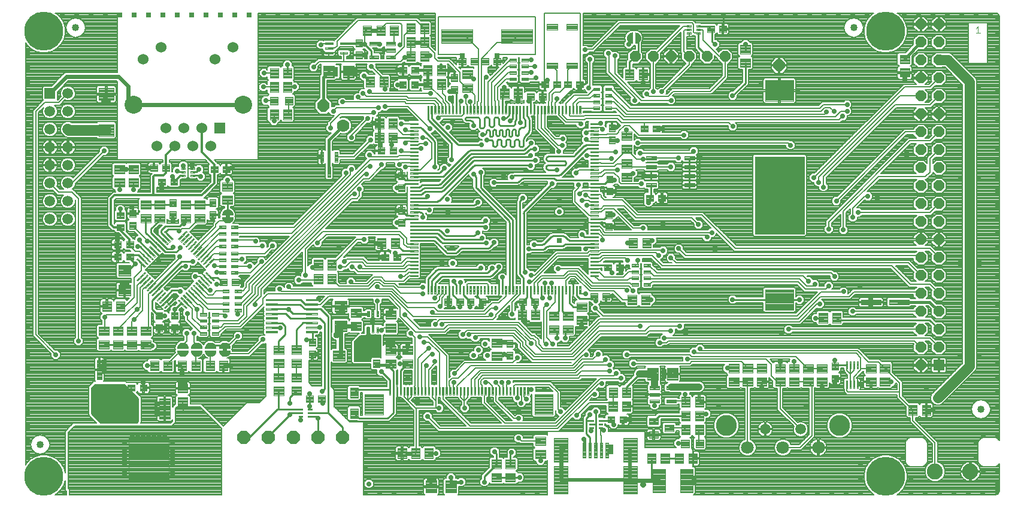
<source format=gtl>
G75*
%MOIN*%
%OFA0B0*%
%FSLAX25Y25*%
%IPPOS*%
%LPD*%
%AMOC8*
5,1,8,0,0,1.08239X$1,22.5*
%
%ADD10C,0.00400*%
%ADD11C,0.04000*%
%ADD12C,0.00394*%
%ADD13C,0.00409*%
%ADD14C,0.00402*%
%ADD15C,0.00425*%
%ADD16C,0.00457*%
%ADD17C,0.00378*%
%ADD18C,0.00390*%
%ADD19R,0.05906X0.05906*%
%ADD20OC8,0.05906*%
%ADD21C,0.05906*%
%ADD22OC8,0.07087*%
%ADD23C,0.07087*%
%ADD24C,0.11661*%
%ADD25C,0.06000*%
%ADD26R,0.06000X0.06000*%
%ADD27C,0.10000*%
%ADD28C,0.00100*%
%ADD29C,0.00403*%
%ADD30C,0.00396*%
%ADD31C,0.00413*%
%ADD32C,0.00404*%
%ADD33OC8,0.06496*%
%ADD34C,0.08858*%
%ADD35C,0.00390*%
%ADD36C,0.07000*%
%ADD37C,0.01400*%
%ADD38C,0.00406*%
%ADD39C,0.00276*%
%ADD40C,0.00354*%
%ADD41C,0.00374*%
%ADD42C,0.21654*%
%ADD43OC8,0.02781*%
%ADD44R,0.02781X0.02781*%
%ADD45C,0.00600*%
%ADD46C,0.01000*%
%ADD47C,0.00800*%
%ADD48C,0.01600*%
%ADD49C,0.00900*%
%ADD50C,0.01200*%
%ADD51C,0.04000*%
%ADD52OC8,0.03569*%
%ADD53C,0.02400*%
%ADD54C,0.05600*%
%ADD55C,0.06000*%
%ADD56C,0.03200*%
%ADD57C,0.02000*%
%ADD58OC8,0.03175*%
D10*
X0130028Y0220104D02*
X0130028Y0221704D01*
X0130028Y0220104D02*
X0129428Y0220104D01*
X0129428Y0221704D01*
X0130028Y0221704D01*
X0130028Y0220503D02*
X0129428Y0220503D01*
X0129428Y0220902D02*
X0130028Y0220902D01*
X0130028Y0221301D02*
X0129428Y0221301D01*
X0129428Y0221700D02*
X0130028Y0221700D01*
X0130028Y0225104D02*
X0130028Y0226704D01*
X0130028Y0225104D02*
X0129428Y0225104D01*
X0129428Y0226704D01*
X0130028Y0226704D01*
X0130028Y0225503D02*
X0129428Y0225503D01*
X0129428Y0225902D02*
X0130028Y0225902D01*
X0130028Y0226301D02*
X0129428Y0226301D01*
X0129428Y0226700D02*
X0130028Y0226700D01*
X0137128Y0226704D02*
X0137128Y0225104D01*
X0137128Y0226704D02*
X0137728Y0226704D01*
X0137728Y0225104D01*
X0137128Y0225104D01*
X0137128Y0225503D02*
X0137728Y0225503D01*
X0137728Y0225902D02*
X0137128Y0225902D01*
X0137128Y0226301D02*
X0137728Y0226301D01*
X0137728Y0226700D02*
X0137128Y0226700D01*
X0137128Y0221704D02*
X0137128Y0220104D01*
X0137128Y0221704D02*
X0137728Y0221704D01*
X0137728Y0220104D01*
X0137128Y0220104D01*
X0137128Y0220503D02*
X0137728Y0220503D01*
X0137728Y0220902D02*
X0137128Y0220902D01*
X0137128Y0221301D02*
X0137728Y0221301D01*
X0137728Y0221700D02*
X0137128Y0221700D01*
X0144828Y0221704D02*
X0144828Y0220104D01*
X0144828Y0221704D02*
X0145428Y0221704D01*
X0145428Y0220104D01*
X0144828Y0220104D01*
X0144828Y0220503D02*
X0145428Y0220503D01*
X0145428Y0220902D02*
X0144828Y0220902D01*
X0144828Y0221301D02*
X0145428Y0221301D01*
X0145428Y0221700D02*
X0144828Y0221700D01*
X0144828Y0225104D02*
X0144828Y0226704D01*
X0145428Y0226704D01*
X0145428Y0225104D01*
X0144828Y0225104D01*
X0144828Y0225503D02*
X0145428Y0225503D01*
X0145428Y0225902D02*
X0144828Y0225902D01*
X0144828Y0226301D02*
X0145428Y0226301D01*
X0145428Y0226700D02*
X0144828Y0226700D01*
X0152778Y0226704D02*
X0152778Y0223604D01*
X0152778Y0226704D02*
X0153378Y0226704D01*
X0153378Y0223604D01*
X0152778Y0223604D01*
X0152778Y0224003D02*
X0153378Y0224003D01*
X0153378Y0224402D02*
X0152778Y0224402D01*
X0152778Y0224801D02*
X0153378Y0224801D01*
X0153378Y0225200D02*
X0152778Y0225200D01*
X0152778Y0225599D02*
X0153378Y0225599D01*
X0153378Y0225998D02*
X0152778Y0225998D01*
X0152778Y0226397D02*
X0153378Y0226397D01*
X0152778Y0221704D02*
X0152778Y0220104D01*
X0152778Y0221704D02*
X0153378Y0221704D01*
X0153378Y0220104D01*
X0152778Y0220104D01*
X0152778Y0220503D02*
X0153378Y0220503D01*
X0153378Y0220902D02*
X0152778Y0220902D01*
X0152778Y0221301D02*
X0153378Y0221301D01*
X0153378Y0221700D02*
X0152778Y0221700D01*
X0154428Y0294354D02*
X0154428Y0295954D01*
X0155028Y0295954D01*
X0155028Y0294354D01*
X0154428Y0294354D01*
X0154428Y0294753D02*
X0155028Y0294753D01*
X0155028Y0295152D02*
X0154428Y0295152D01*
X0154428Y0295551D02*
X0155028Y0295551D01*
X0155028Y0295950D02*
X0154428Y0295950D01*
X0154428Y0297854D02*
X0154428Y0300954D01*
X0155028Y0300954D01*
X0155028Y0297854D01*
X0154428Y0297854D01*
X0154428Y0298253D02*
X0155028Y0298253D01*
X0155028Y0298652D02*
X0154428Y0298652D01*
X0154428Y0299051D02*
X0155028Y0299051D01*
X0155028Y0299450D02*
X0154428Y0299450D01*
X0154428Y0299849D02*
X0155028Y0299849D01*
X0155028Y0300248D02*
X0154428Y0300248D01*
X0154428Y0300647D02*
X0155028Y0300647D01*
X0377528Y0396604D02*
X0379128Y0396604D01*
X0377528Y0396604D02*
X0377528Y0397204D01*
X0379128Y0397204D01*
X0379128Y0396604D01*
X0379128Y0397003D02*
X0377528Y0397003D01*
X0382528Y0396604D02*
X0384128Y0396604D01*
X0382528Y0396604D02*
X0382528Y0397204D01*
X0384128Y0397204D01*
X0384128Y0396604D01*
X0384128Y0397003D02*
X0382528Y0397003D01*
X0571199Y0399684D02*
X0573601Y0399684D01*
X0572400Y0399684D02*
X0572400Y0403287D01*
X0571199Y0402086D01*
X0505581Y0216854D02*
X0505581Y0212654D01*
X0504981Y0212654D01*
X0504981Y0216854D01*
X0505581Y0216854D01*
X0505581Y0213053D02*
X0504981Y0213053D01*
X0504981Y0213452D02*
X0505581Y0213452D01*
X0505581Y0213851D02*
X0504981Y0213851D01*
X0504981Y0214250D02*
X0505581Y0214250D01*
X0505581Y0214649D02*
X0504981Y0214649D01*
X0504981Y0215048D02*
X0505581Y0215048D01*
X0505581Y0215447D02*
X0504981Y0215447D01*
X0504981Y0215846D02*
X0505581Y0215846D01*
X0505581Y0216245D02*
X0504981Y0216245D01*
X0504981Y0216644D02*
X0505581Y0216644D01*
X0503613Y0216854D02*
X0503613Y0212654D01*
X0503013Y0212654D01*
X0503013Y0216854D01*
X0503613Y0216854D01*
X0503613Y0213053D02*
X0503013Y0213053D01*
X0503013Y0213452D02*
X0503613Y0213452D01*
X0503613Y0213851D02*
X0503013Y0213851D01*
X0503013Y0214250D02*
X0503613Y0214250D01*
X0503613Y0214649D02*
X0503013Y0214649D01*
X0503013Y0215048D02*
X0503613Y0215048D01*
X0503613Y0215447D02*
X0503013Y0215447D01*
X0503013Y0215846D02*
X0503613Y0215846D01*
X0503613Y0216245D02*
X0503013Y0216245D01*
X0503013Y0216644D02*
X0503613Y0216644D01*
X0501644Y0216854D02*
X0501644Y0212654D01*
X0501044Y0212654D01*
X0501044Y0216854D01*
X0501644Y0216854D01*
X0501644Y0213053D02*
X0501044Y0213053D01*
X0501044Y0213452D02*
X0501644Y0213452D01*
X0501644Y0213851D02*
X0501044Y0213851D01*
X0501044Y0214250D02*
X0501644Y0214250D01*
X0501644Y0214649D02*
X0501044Y0214649D01*
X0501044Y0215048D02*
X0501644Y0215048D01*
X0501644Y0215447D02*
X0501044Y0215447D01*
X0501044Y0215846D02*
X0501644Y0215846D01*
X0501644Y0216245D02*
X0501044Y0216245D01*
X0501044Y0216644D02*
X0501644Y0216644D01*
X0499676Y0216854D02*
X0499676Y0212654D01*
X0499076Y0212654D01*
X0499076Y0216854D01*
X0499676Y0216854D01*
X0499676Y0213053D02*
X0499076Y0213053D01*
X0499076Y0213452D02*
X0499676Y0213452D01*
X0499676Y0213851D02*
X0499076Y0213851D01*
X0499076Y0214250D02*
X0499676Y0214250D01*
X0499676Y0214649D02*
X0499076Y0214649D01*
X0499076Y0215048D02*
X0499676Y0215048D01*
X0499676Y0215447D02*
X0499076Y0215447D01*
X0499076Y0215846D02*
X0499676Y0215846D01*
X0499676Y0216245D02*
X0499076Y0216245D01*
X0499076Y0216644D02*
X0499676Y0216644D01*
X0499676Y0206054D02*
X0499676Y0201854D01*
X0499076Y0201854D01*
X0499076Y0206054D01*
X0499676Y0206054D01*
X0499676Y0202253D02*
X0499076Y0202253D01*
X0499076Y0202652D02*
X0499676Y0202652D01*
X0499676Y0203051D02*
X0499076Y0203051D01*
X0499076Y0203450D02*
X0499676Y0203450D01*
X0499676Y0203849D02*
X0499076Y0203849D01*
X0499076Y0204248D02*
X0499676Y0204248D01*
X0499676Y0204647D02*
X0499076Y0204647D01*
X0499076Y0205046D02*
X0499676Y0205046D01*
X0499676Y0205445D02*
X0499076Y0205445D01*
X0499076Y0205844D02*
X0499676Y0205844D01*
X0501644Y0206054D02*
X0501644Y0201854D01*
X0501044Y0201854D01*
X0501044Y0206054D01*
X0501644Y0206054D01*
X0501644Y0202253D02*
X0501044Y0202253D01*
X0501044Y0202652D02*
X0501644Y0202652D01*
X0501644Y0203051D02*
X0501044Y0203051D01*
X0501044Y0203450D02*
X0501644Y0203450D01*
X0501644Y0203849D02*
X0501044Y0203849D01*
X0501044Y0204248D02*
X0501644Y0204248D01*
X0501644Y0204647D02*
X0501044Y0204647D01*
X0501044Y0205046D02*
X0501644Y0205046D01*
X0501644Y0205445D02*
X0501044Y0205445D01*
X0501044Y0205844D02*
X0501644Y0205844D01*
X0503613Y0206054D02*
X0503613Y0201854D01*
X0503013Y0201854D01*
X0503013Y0206054D01*
X0503613Y0206054D01*
X0503613Y0202253D02*
X0503013Y0202253D01*
X0503013Y0202652D02*
X0503613Y0202652D01*
X0503613Y0203051D02*
X0503013Y0203051D01*
X0503013Y0203450D02*
X0503613Y0203450D01*
X0503613Y0203849D02*
X0503013Y0203849D01*
X0503013Y0204248D02*
X0503613Y0204248D01*
X0503613Y0204647D02*
X0503013Y0204647D01*
X0503013Y0205046D02*
X0503613Y0205046D01*
X0503613Y0205445D02*
X0503013Y0205445D01*
X0503013Y0205844D02*
X0503613Y0205844D01*
X0505581Y0206054D02*
X0505581Y0201854D01*
X0504981Y0201854D01*
X0504981Y0206054D01*
X0505581Y0206054D01*
X0505581Y0202253D02*
X0504981Y0202253D01*
X0504981Y0202652D02*
X0505581Y0202652D01*
X0505581Y0203051D02*
X0504981Y0203051D01*
X0504981Y0203450D02*
X0505581Y0203450D01*
X0505581Y0203849D02*
X0504981Y0203849D01*
X0504981Y0204248D02*
X0505581Y0204248D01*
X0505581Y0204647D02*
X0504981Y0204647D01*
X0504981Y0205046D02*
X0505581Y0205046D01*
X0505581Y0205445D02*
X0504981Y0205445D01*
X0504981Y0205844D02*
X0505581Y0205844D01*
D11*
X0574077Y0190035D03*
X0503210Y0402634D03*
X0070139Y0402634D03*
X0050454Y0170350D03*
D12*
X0099164Y0200283D02*
X0103100Y0200283D01*
X0099164Y0200283D02*
X0099164Y0203825D01*
X0103100Y0203825D01*
X0103100Y0200283D01*
X0103100Y0200676D02*
X0099164Y0200676D01*
X0099164Y0201069D02*
X0103100Y0201069D01*
X0103100Y0201462D02*
X0099164Y0201462D01*
X0099164Y0201855D02*
X0103100Y0201855D01*
X0103100Y0202248D02*
X0099164Y0202248D01*
X0099164Y0202641D02*
X0103100Y0202641D01*
X0103100Y0203034D02*
X0099164Y0203034D01*
X0099164Y0203427D02*
X0103100Y0203427D01*
X0103100Y0203820D02*
X0099164Y0203820D01*
X0105857Y0200283D02*
X0109793Y0200283D01*
X0105857Y0200283D02*
X0105857Y0203825D01*
X0109793Y0203825D01*
X0109793Y0200283D01*
X0109793Y0200676D02*
X0105857Y0200676D01*
X0105857Y0201069D02*
X0109793Y0201069D01*
X0109793Y0201462D02*
X0105857Y0201462D01*
X0105857Y0201855D02*
X0109793Y0201855D01*
X0109793Y0202248D02*
X0105857Y0202248D01*
X0105857Y0202641D02*
X0109793Y0202641D01*
X0109793Y0203034D02*
X0105857Y0203034D01*
X0105857Y0203427D02*
X0109793Y0203427D01*
X0109793Y0203820D02*
X0105857Y0203820D01*
X0142853Y0231502D02*
X0142853Y0233076D01*
X0142853Y0231502D02*
X0139311Y0231502D01*
X0139311Y0233076D01*
X0142853Y0233076D01*
X0142853Y0231895D02*
X0139311Y0231895D01*
X0139311Y0232288D02*
X0142853Y0232288D01*
X0142853Y0232681D02*
X0139311Y0232681D01*
X0139311Y0233074D02*
X0142853Y0233074D01*
X0142853Y0235046D02*
X0142853Y0236620D01*
X0142853Y0235046D02*
X0139311Y0235046D01*
X0139311Y0236620D01*
X0142853Y0236620D01*
X0142853Y0235439D02*
X0139311Y0235439D01*
X0139311Y0235832D02*
X0142853Y0235832D01*
X0142853Y0236225D02*
X0139311Y0236225D01*
X0139311Y0236618D02*
X0142853Y0236618D01*
X0142853Y0238589D02*
X0142853Y0240163D01*
X0142853Y0238589D02*
X0139311Y0238589D01*
X0139311Y0240163D01*
X0142853Y0240163D01*
X0142853Y0238982D02*
X0139311Y0238982D01*
X0139311Y0239375D02*
X0142853Y0239375D01*
X0142853Y0239768D02*
X0139311Y0239768D01*
X0139311Y0240161D02*
X0142853Y0240161D01*
X0142853Y0242132D02*
X0142853Y0243706D01*
X0142853Y0242132D02*
X0139311Y0242132D01*
X0139311Y0243706D01*
X0142853Y0243706D01*
X0142853Y0242525D02*
X0139311Y0242525D01*
X0139311Y0242918D02*
X0142853Y0242918D01*
X0142853Y0243311D02*
X0139311Y0243311D01*
X0139311Y0243704D02*
X0142853Y0243704D01*
X0149546Y0243706D02*
X0149546Y0242132D01*
X0146004Y0242132D01*
X0146004Y0243706D01*
X0149546Y0243706D01*
X0149546Y0242525D02*
X0146004Y0242525D01*
X0146004Y0242918D02*
X0149546Y0242918D01*
X0149546Y0243311D02*
X0146004Y0243311D01*
X0146004Y0243704D02*
X0149546Y0243704D01*
X0155503Y0244502D02*
X0155503Y0246076D01*
X0155503Y0244502D02*
X0151961Y0244502D01*
X0151961Y0246076D01*
X0155503Y0246076D01*
X0155503Y0244895D02*
X0151961Y0244895D01*
X0151961Y0245288D02*
X0155503Y0245288D01*
X0155503Y0245681D02*
X0151961Y0245681D01*
X0151961Y0246074D02*
X0155503Y0246074D01*
X0155503Y0248046D02*
X0155503Y0249620D01*
X0155503Y0248046D02*
X0151961Y0248046D01*
X0151961Y0249620D01*
X0155503Y0249620D01*
X0155503Y0248439D02*
X0151961Y0248439D01*
X0151961Y0248832D02*
X0155503Y0248832D01*
X0155503Y0249225D02*
X0151961Y0249225D01*
X0151961Y0249618D02*
X0155503Y0249618D01*
X0155503Y0251589D02*
X0155503Y0253163D01*
X0155503Y0251589D02*
X0151961Y0251589D01*
X0151961Y0253163D01*
X0155503Y0253163D01*
X0155503Y0251982D02*
X0151961Y0251982D01*
X0151961Y0252375D02*
X0155503Y0252375D01*
X0155503Y0252768D02*
X0151961Y0252768D01*
X0151961Y0253161D02*
X0155503Y0253161D01*
X0155503Y0255132D02*
X0155503Y0256706D01*
X0155503Y0255132D02*
X0151961Y0255132D01*
X0151961Y0256706D01*
X0155503Y0256706D01*
X0155503Y0255525D02*
X0151961Y0255525D01*
X0151961Y0255918D02*
X0155503Y0255918D01*
X0155503Y0256311D02*
X0151961Y0256311D01*
X0151961Y0256704D02*
X0155503Y0256704D01*
X0162196Y0256706D02*
X0162196Y0255132D01*
X0158654Y0255132D01*
X0158654Y0256706D01*
X0162196Y0256706D01*
X0162196Y0255525D02*
X0158654Y0255525D01*
X0158654Y0255918D02*
X0162196Y0255918D01*
X0162196Y0256311D02*
X0158654Y0256311D01*
X0158654Y0256704D02*
X0162196Y0256704D01*
X0162196Y0253163D02*
X0162196Y0251589D01*
X0158654Y0251589D01*
X0158654Y0253163D01*
X0162196Y0253163D01*
X0162196Y0251982D02*
X0158654Y0251982D01*
X0158654Y0252375D02*
X0162196Y0252375D01*
X0162196Y0252768D02*
X0158654Y0252768D01*
X0158654Y0253161D02*
X0162196Y0253161D01*
X0162196Y0249620D02*
X0162196Y0248046D01*
X0158654Y0248046D01*
X0158654Y0249620D01*
X0162196Y0249620D01*
X0162196Y0248439D02*
X0158654Y0248439D01*
X0158654Y0248832D02*
X0162196Y0248832D01*
X0162196Y0249225D02*
X0158654Y0249225D01*
X0158654Y0249618D02*
X0162196Y0249618D01*
X0162196Y0246076D02*
X0162196Y0244502D01*
X0158654Y0244502D01*
X0158654Y0246076D01*
X0162196Y0246076D01*
X0162196Y0244895D02*
X0158654Y0244895D01*
X0158654Y0245288D02*
X0162196Y0245288D01*
X0162196Y0245681D02*
X0158654Y0245681D01*
X0158654Y0246074D02*
X0162196Y0246074D01*
X0149546Y0240163D02*
X0149546Y0238589D01*
X0146004Y0238589D01*
X0146004Y0240163D01*
X0149546Y0240163D01*
X0149546Y0238982D02*
X0146004Y0238982D01*
X0146004Y0239375D02*
X0149546Y0239375D01*
X0149546Y0239768D02*
X0146004Y0239768D01*
X0146004Y0240161D02*
X0149546Y0240161D01*
X0149546Y0236620D02*
X0149546Y0235046D01*
X0146004Y0235046D01*
X0146004Y0236620D01*
X0149546Y0236620D01*
X0149546Y0235439D02*
X0146004Y0235439D01*
X0146004Y0235832D02*
X0149546Y0235832D01*
X0149546Y0236225D02*
X0146004Y0236225D01*
X0146004Y0236618D02*
X0149546Y0236618D01*
X0149546Y0233076D02*
X0149546Y0231502D01*
X0146004Y0231502D01*
X0146004Y0233076D01*
X0149546Y0233076D01*
X0149546Y0231895D02*
X0146004Y0231895D01*
X0146004Y0232288D02*
X0149546Y0232288D01*
X0149546Y0232681D02*
X0146004Y0232681D01*
X0146004Y0233074D02*
X0149546Y0233074D01*
X0123407Y0233540D02*
X0123407Y0237476D01*
X0126949Y0237476D01*
X0126949Y0233540D01*
X0123407Y0233540D01*
X0123407Y0233933D02*
X0126949Y0233933D01*
X0126949Y0234326D02*
X0123407Y0234326D01*
X0123407Y0234719D02*
X0126949Y0234719D01*
X0126949Y0235112D02*
X0123407Y0235112D01*
X0123407Y0235505D02*
X0126949Y0235505D01*
X0126949Y0235898D02*
X0123407Y0235898D01*
X0123407Y0236291D02*
X0126949Y0236291D01*
X0126949Y0236684D02*
X0123407Y0236684D01*
X0123407Y0237077D02*
X0126949Y0237077D01*
X0126949Y0237470D02*
X0123407Y0237470D01*
X0123407Y0240233D02*
X0123407Y0244169D01*
X0126949Y0244169D01*
X0126949Y0240233D01*
X0123407Y0240233D01*
X0123407Y0240626D02*
X0126949Y0240626D01*
X0126949Y0241019D02*
X0123407Y0241019D01*
X0123407Y0241412D02*
X0126949Y0241412D01*
X0126949Y0241805D02*
X0123407Y0241805D01*
X0123407Y0242198D02*
X0126949Y0242198D01*
X0126949Y0242591D02*
X0123407Y0242591D01*
X0123407Y0242984D02*
X0126949Y0242984D01*
X0126949Y0243377D02*
X0123407Y0243377D01*
X0123407Y0243770D02*
X0126949Y0243770D01*
X0126949Y0244163D02*
X0123407Y0244163D01*
X0114707Y0244169D02*
X0114707Y0240233D01*
X0114707Y0244169D02*
X0118249Y0244169D01*
X0118249Y0240233D01*
X0114707Y0240233D01*
X0114707Y0240626D02*
X0118249Y0240626D01*
X0118249Y0241019D02*
X0114707Y0241019D01*
X0114707Y0241412D02*
X0118249Y0241412D01*
X0118249Y0241805D02*
X0114707Y0241805D01*
X0114707Y0242198D02*
X0118249Y0242198D01*
X0118249Y0242591D02*
X0114707Y0242591D01*
X0114707Y0242984D02*
X0118249Y0242984D01*
X0118249Y0243377D02*
X0114707Y0243377D01*
X0114707Y0243770D02*
X0118249Y0243770D01*
X0118249Y0244163D02*
X0114707Y0244163D01*
X0114707Y0237476D02*
X0114707Y0233540D01*
X0114707Y0237476D02*
X0118249Y0237476D01*
X0118249Y0233540D01*
X0114707Y0233540D01*
X0114707Y0233933D02*
X0118249Y0233933D01*
X0118249Y0234326D02*
X0114707Y0234326D01*
X0114707Y0234719D02*
X0118249Y0234719D01*
X0118249Y0235112D02*
X0114707Y0235112D01*
X0114707Y0235505D02*
X0118249Y0235505D01*
X0118249Y0235898D02*
X0114707Y0235898D01*
X0114707Y0236291D02*
X0118249Y0236291D01*
X0118249Y0236684D02*
X0114707Y0236684D01*
X0114707Y0237077D02*
X0118249Y0237077D01*
X0118249Y0237470D02*
X0114707Y0237470D01*
X0150314Y0259133D02*
X0154250Y0259133D01*
X0150314Y0259133D02*
X0150314Y0262675D01*
X0154250Y0262675D01*
X0154250Y0259133D01*
X0154250Y0259526D02*
X0150314Y0259526D01*
X0150314Y0259919D02*
X0154250Y0259919D01*
X0154250Y0260312D02*
X0150314Y0260312D01*
X0150314Y0260705D02*
X0154250Y0260705D01*
X0154250Y0261098D02*
X0150314Y0261098D01*
X0150314Y0261491D02*
X0154250Y0261491D01*
X0154250Y0261884D02*
X0150314Y0261884D01*
X0150314Y0262277D02*
X0154250Y0262277D01*
X0154250Y0262670D02*
X0150314Y0262670D01*
X0153653Y0265402D02*
X0153653Y0266976D01*
X0153653Y0265402D02*
X0150111Y0265402D01*
X0150111Y0266976D01*
X0153653Y0266976D01*
X0153653Y0265795D02*
X0150111Y0265795D01*
X0150111Y0266188D02*
X0153653Y0266188D01*
X0153653Y0266581D02*
X0150111Y0266581D01*
X0150111Y0266974D02*
X0153653Y0266974D01*
X0153653Y0268946D02*
X0153653Y0270520D01*
X0153653Y0268946D02*
X0150111Y0268946D01*
X0150111Y0270520D01*
X0153653Y0270520D01*
X0153653Y0269339D02*
X0150111Y0269339D01*
X0150111Y0269732D02*
X0153653Y0269732D01*
X0153653Y0270125D02*
X0150111Y0270125D01*
X0150111Y0270518D02*
X0153653Y0270518D01*
X0153653Y0272489D02*
X0153653Y0274063D01*
X0153653Y0272489D02*
X0150111Y0272489D01*
X0150111Y0274063D01*
X0153653Y0274063D01*
X0153653Y0272882D02*
X0150111Y0272882D01*
X0150111Y0273275D02*
X0153653Y0273275D01*
X0153653Y0273668D02*
X0150111Y0273668D01*
X0150111Y0274061D02*
X0153653Y0274061D01*
X0153653Y0276032D02*
X0153653Y0277606D01*
X0153653Y0276032D02*
X0150111Y0276032D01*
X0150111Y0277606D01*
X0153653Y0277606D01*
X0153653Y0276425D02*
X0150111Y0276425D01*
X0150111Y0276818D02*
X0153653Y0276818D01*
X0153653Y0277211D02*
X0150111Y0277211D01*
X0150111Y0277604D02*
X0153653Y0277604D01*
X0153553Y0280102D02*
X0153553Y0281676D01*
X0153553Y0280102D02*
X0150011Y0280102D01*
X0150011Y0281676D01*
X0153553Y0281676D01*
X0153553Y0280495D02*
X0150011Y0280495D01*
X0150011Y0280888D02*
X0153553Y0280888D01*
X0153553Y0281281D02*
X0150011Y0281281D01*
X0150011Y0281674D02*
X0153553Y0281674D01*
X0153553Y0283646D02*
X0153553Y0285220D01*
X0153553Y0283646D02*
X0150011Y0283646D01*
X0150011Y0285220D01*
X0153553Y0285220D01*
X0153553Y0284039D02*
X0150011Y0284039D01*
X0150011Y0284432D02*
X0153553Y0284432D01*
X0153553Y0284825D02*
X0150011Y0284825D01*
X0150011Y0285218D02*
X0153553Y0285218D01*
X0153553Y0287189D02*
X0153553Y0288763D01*
X0153553Y0287189D02*
X0150011Y0287189D01*
X0150011Y0288763D01*
X0153553Y0288763D01*
X0153553Y0287582D02*
X0150011Y0287582D01*
X0150011Y0287975D02*
X0153553Y0287975D01*
X0153553Y0288368D02*
X0150011Y0288368D01*
X0150011Y0288761D02*
X0153553Y0288761D01*
X0153553Y0290732D02*
X0153553Y0292306D01*
X0153553Y0290732D02*
X0150011Y0290732D01*
X0150011Y0292306D01*
X0153553Y0292306D01*
X0153553Y0291125D02*
X0150011Y0291125D01*
X0150011Y0291518D02*
X0153553Y0291518D01*
X0153553Y0291911D02*
X0150011Y0291911D01*
X0150011Y0292304D02*
X0153553Y0292304D01*
X0160246Y0292306D02*
X0160246Y0290732D01*
X0156704Y0290732D01*
X0156704Y0292306D01*
X0160246Y0292306D01*
X0160246Y0291125D02*
X0156704Y0291125D01*
X0156704Y0291518D02*
X0160246Y0291518D01*
X0160246Y0291911D02*
X0156704Y0291911D01*
X0156704Y0292304D02*
X0160246Y0292304D01*
X0160246Y0288763D02*
X0160246Y0287189D01*
X0156704Y0287189D01*
X0156704Y0288763D01*
X0160246Y0288763D01*
X0160246Y0287582D02*
X0156704Y0287582D01*
X0156704Y0287975D02*
X0160246Y0287975D01*
X0160246Y0288368D02*
X0156704Y0288368D01*
X0156704Y0288761D02*
X0160246Y0288761D01*
X0160246Y0285220D02*
X0160246Y0283646D01*
X0156704Y0283646D01*
X0156704Y0285220D01*
X0160246Y0285220D01*
X0160246Y0284039D02*
X0156704Y0284039D01*
X0156704Y0284432D02*
X0160246Y0284432D01*
X0160246Y0284825D02*
X0156704Y0284825D01*
X0156704Y0285218D02*
X0160246Y0285218D01*
X0160246Y0281676D02*
X0160246Y0280102D01*
X0156704Y0280102D01*
X0156704Y0281676D01*
X0160246Y0281676D01*
X0160246Y0280495D02*
X0156704Y0280495D01*
X0156704Y0280888D02*
X0160246Y0280888D01*
X0160246Y0281281D02*
X0156704Y0281281D01*
X0156704Y0281674D02*
X0160246Y0281674D01*
X0160346Y0277606D02*
X0160346Y0276032D01*
X0156804Y0276032D01*
X0156804Y0277606D01*
X0160346Y0277606D01*
X0160346Y0276425D02*
X0156804Y0276425D01*
X0156804Y0276818D02*
X0160346Y0276818D01*
X0160346Y0277211D02*
X0156804Y0277211D01*
X0156804Y0277604D02*
X0160346Y0277604D01*
X0160346Y0274063D02*
X0160346Y0272489D01*
X0156804Y0272489D01*
X0156804Y0274063D01*
X0160346Y0274063D01*
X0160346Y0272882D02*
X0156804Y0272882D01*
X0156804Y0273275D02*
X0160346Y0273275D01*
X0160346Y0273668D02*
X0156804Y0273668D01*
X0156804Y0274061D02*
X0160346Y0274061D01*
X0160346Y0270520D02*
X0160346Y0268946D01*
X0156804Y0268946D01*
X0156804Y0270520D01*
X0160346Y0270520D01*
X0160346Y0269339D02*
X0156804Y0269339D01*
X0156804Y0269732D02*
X0160346Y0269732D01*
X0160346Y0270125D02*
X0156804Y0270125D01*
X0156804Y0270518D02*
X0160346Y0270518D01*
X0160346Y0266976D02*
X0160346Y0265402D01*
X0156804Y0265402D01*
X0156804Y0266976D01*
X0160346Y0266976D01*
X0160346Y0265795D02*
X0156804Y0265795D01*
X0156804Y0266188D02*
X0160346Y0266188D01*
X0160346Y0266581D02*
X0156804Y0266581D01*
X0156804Y0266974D02*
X0160346Y0266974D01*
X0160943Y0259133D02*
X0157007Y0259133D01*
X0157007Y0262675D01*
X0160943Y0262675D01*
X0160943Y0259133D01*
X0160943Y0259526D02*
X0157007Y0259526D01*
X0157007Y0259919D02*
X0160943Y0259919D01*
X0160943Y0260312D02*
X0157007Y0260312D01*
X0157007Y0260705D02*
X0160943Y0260705D01*
X0160943Y0261098D02*
X0157007Y0261098D01*
X0157007Y0261491D02*
X0160943Y0261491D01*
X0160943Y0261884D02*
X0157007Y0261884D01*
X0157007Y0262277D02*
X0160943Y0262277D01*
X0160943Y0262670D02*
X0157007Y0262670D01*
X0144607Y0296390D02*
X0144607Y0300326D01*
X0148149Y0300326D01*
X0148149Y0296390D01*
X0144607Y0296390D01*
X0144607Y0296783D02*
X0148149Y0296783D01*
X0148149Y0297176D02*
X0144607Y0297176D01*
X0144607Y0297569D02*
X0148149Y0297569D01*
X0148149Y0297962D02*
X0144607Y0297962D01*
X0144607Y0298355D02*
X0148149Y0298355D01*
X0148149Y0298748D02*
X0144607Y0298748D01*
X0144607Y0299141D02*
X0148149Y0299141D01*
X0148149Y0299534D02*
X0144607Y0299534D01*
X0144607Y0299927D02*
X0148149Y0299927D01*
X0148149Y0300320D02*
X0144607Y0300320D01*
X0144607Y0303083D02*
X0144607Y0307019D01*
X0148149Y0307019D01*
X0148149Y0303083D01*
X0144607Y0303083D01*
X0144607Y0303476D02*
X0148149Y0303476D01*
X0148149Y0303869D02*
X0144607Y0303869D01*
X0144607Y0304262D02*
X0148149Y0304262D01*
X0148149Y0304655D02*
X0144607Y0304655D01*
X0144607Y0305048D02*
X0148149Y0305048D01*
X0148149Y0305441D02*
X0144607Y0305441D01*
X0144607Y0305834D02*
X0148149Y0305834D01*
X0148149Y0306227D02*
X0144607Y0306227D01*
X0144607Y0306620D02*
X0148149Y0306620D01*
X0148149Y0307013D02*
X0144607Y0307013D01*
X0145264Y0325525D02*
X0149200Y0325525D01*
X0149200Y0321983D01*
X0145264Y0321983D01*
X0145264Y0325525D01*
X0145264Y0322376D02*
X0149200Y0322376D01*
X0149200Y0322769D02*
X0145264Y0322769D01*
X0145264Y0323162D02*
X0149200Y0323162D01*
X0149200Y0323555D02*
X0145264Y0323555D01*
X0145264Y0323948D02*
X0149200Y0323948D01*
X0149200Y0324341D02*
X0145264Y0324341D01*
X0145264Y0324734D02*
X0149200Y0324734D01*
X0149200Y0325127D02*
X0145264Y0325127D01*
X0145264Y0325520D02*
X0149200Y0325520D01*
X0151957Y0325525D02*
X0155893Y0325525D01*
X0155893Y0321983D01*
X0151957Y0321983D01*
X0151957Y0325525D01*
X0151957Y0322376D02*
X0155893Y0322376D01*
X0155893Y0322769D02*
X0151957Y0322769D01*
X0151957Y0323162D02*
X0155893Y0323162D01*
X0155893Y0323555D02*
X0151957Y0323555D01*
X0151957Y0323948D02*
X0155893Y0323948D01*
X0155893Y0324341D02*
X0151957Y0324341D01*
X0151957Y0324734D02*
X0155893Y0324734D01*
X0155893Y0325127D02*
X0151957Y0325127D01*
X0151957Y0325520D02*
X0155893Y0325520D01*
X0126793Y0318525D02*
X0122857Y0318525D01*
X0126793Y0318525D02*
X0126793Y0314983D01*
X0122857Y0314983D01*
X0122857Y0318525D01*
X0122857Y0315376D02*
X0126793Y0315376D01*
X0126793Y0315769D02*
X0122857Y0315769D01*
X0122857Y0316162D02*
X0126793Y0316162D01*
X0126793Y0316555D02*
X0122857Y0316555D01*
X0122857Y0316948D02*
X0126793Y0316948D01*
X0126793Y0317341D02*
X0122857Y0317341D01*
X0122857Y0317734D02*
X0126793Y0317734D01*
X0126793Y0318127D02*
X0122857Y0318127D01*
X0122857Y0318520D02*
X0126793Y0318520D01*
X0120100Y0318525D02*
X0116164Y0318525D01*
X0120100Y0318525D02*
X0120100Y0314983D01*
X0116164Y0314983D01*
X0116164Y0318525D01*
X0116164Y0315376D02*
X0120100Y0315376D01*
X0120100Y0315769D02*
X0116164Y0315769D01*
X0116164Y0316162D02*
X0120100Y0316162D01*
X0120100Y0316555D02*
X0116164Y0316555D01*
X0116164Y0316948D02*
X0120100Y0316948D01*
X0120100Y0317341D02*
X0116164Y0317341D01*
X0116164Y0317734D02*
X0120100Y0317734D01*
X0120100Y0318127D02*
X0116164Y0318127D01*
X0116164Y0318520D02*
X0120100Y0318520D01*
X0118457Y0322733D02*
X0122393Y0322733D01*
X0118457Y0322733D02*
X0118457Y0326275D01*
X0122393Y0326275D01*
X0122393Y0322733D01*
X0122393Y0323126D02*
X0118457Y0323126D01*
X0118457Y0323519D02*
X0122393Y0323519D01*
X0122393Y0323912D02*
X0118457Y0323912D01*
X0118457Y0324305D02*
X0122393Y0324305D01*
X0122393Y0324698D02*
X0118457Y0324698D01*
X0118457Y0325091D02*
X0122393Y0325091D01*
X0122393Y0325484D02*
X0118457Y0325484D01*
X0118457Y0325877D02*
X0122393Y0325877D01*
X0122393Y0326270D02*
X0118457Y0326270D01*
X0115700Y0322733D02*
X0111764Y0322733D01*
X0111764Y0326275D01*
X0115700Y0326275D01*
X0115700Y0322733D01*
X0115700Y0323126D02*
X0111764Y0323126D01*
X0111764Y0323519D02*
X0115700Y0323519D01*
X0115700Y0323912D02*
X0111764Y0323912D01*
X0111764Y0324305D02*
X0115700Y0324305D01*
X0115700Y0324698D02*
X0111764Y0324698D01*
X0111764Y0325091D02*
X0115700Y0325091D01*
X0115700Y0325484D02*
X0111764Y0325484D01*
X0111764Y0325877D02*
X0115700Y0325877D01*
X0115700Y0326270D02*
X0111764Y0326270D01*
X0122407Y0307019D02*
X0122407Y0303083D01*
X0122407Y0307019D02*
X0125949Y0307019D01*
X0125949Y0303083D01*
X0122407Y0303083D01*
X0122407Y0303476D02*
X0125949Y0303476D01*
X0125949Y0303869D02*
X0122407Y0303869D01*
X0122407Y0304262D02*
X0125949Y0304262D01*
X0125949Y0304655D02*
X0122407Y0304655D01*
X0122407Y0305048D02*
X0125949Y0305048D01*
X0125949Y0305441D02*
X0122407Y0305441D01*
X0122407Y0305834D02*
X0125949Y0305834D01*
X0125949Y0306227D02*
X0122407Y0306227D01*
X0122407Y0306620D02*
X0125949Y0306620D01*
X0125949Y0307013D02*
X0122407Y0307013D01*
X0122407Y0300326D02*
X0122407Y0296390D01*
X0122407Y0300326D02*
X0125949Y0300326D01*
X0125949Y0296390D01*
X0122407Y0296390D01*
X0122407Y0296783D02*
X0125949Y0296783D01*
X0125949Y0297176D02*
X0122407Y0297176D01*
X0122407Y0297569D02*
X0125949Y0297569D01*
X0125949Y0297962D02*
X0122407Y0297962D01*
X0122407Y0298355D02*
X0125949Y0298355D01*
X0125949Y0298748D02*
X0122407Y0298748D01*
X0122407Y0299141D02*
X0125949Y0299141D01*
X0125949Y0299534D02*
X0122407Y0299534D01*
X0122407Y0299927D02*
X0125949Y0299927D01*
X0125949Y0300320D02*
X0122407Y0300320D01*
X0103699Y0301119D02*
X0103699Y0297183D01*
X0100157Y0297183D01*
X0100157Y0301119D01*
X0103699Y0301119D01*
X0103699Y0297576D02*
X0100157Y0297576D01*
X0100157Y0297969D02*
X0103699Y0297969D01*
X0103699Y0298362D02*
X0100157Y0298362D01*
X0100157Y0298755D02*
X0103699Y0298755D01*
X0103699Y0299148D02*
X0100157Y0299148D01*
X0100157Y0299541D02*
X0103699Y0299541D01*
X0103699Y0299934D02*
X0100157Y0299934D01*
X0100157Y0300327D02*
X0103699Y0300327D01*
X0103699Y0300720D02*
X0100157Y0300720D01*
X0100157Y0301113D02*
X0103699Y0301113D01*
X0103699Y0294426D02*
X0103699Y0290490D01*
X0100157Y0290490D01*
X0100157Y0294426D01*
X0103699Y0294426D01*
X0103699Y0290883D02*
X0100157Y0290883D01*
X0100157Y0291276D02*
X0103699Y0291276D01*
X0103699Y0291669D02*
X0100157Y0291669D01*
X0100157Y0292062D02*
X0103699Y0292062D01*
X0103699Y0292455D02*
X0100157Y0292455D01*
X0100157Y0292848D02*
X0103699Y0292848D01*
X0103699Y0293241D02*
X0100157Y0293241D01*
X0100157Y0293634D02*
X0103699Y0293634D01*
X0103699Y0294027D02*
X0100157Y0294027D01*
X0100157Y0294420D02*
X0103699Y0294420D01*
X0093160Y0293179D02*
X0093160Y0289637D01*
X0093160Y0293179D02*
X0097096Y0293179D01*
X0097096Y0289637D01*
X0093160Y0289637D01*
X0093160Y0290030D02*
X0097096Y0290030D01*
X0097096Y0290423D02*
X0093160Y0290423D01*
X0093160Y0290816D02*
X0097096Y0290816D01*
X0097096Y0291209D02*
X0093160Y0291209D01*
X0093160Y0291602D02*
X0097096Y0291602D01*
X0097096Y0291995D02*
X0093160Y0291995D01*
X0093160Y0292388D02*
X0097096Y0292388D01*
X0097096Y0292781D02*
X0093160Y0292781D01*
X0093160Y0293174D02*
X0097096Y0293174D01*
X0093160Y0296330D02*
X0093160Y0299872D01*
X0097096Y0299872D01*
X0097096Y0296330D01*
X0093160Y0296330D01*
X0093160Y0296723D02*
X0097096Y0296723D01*
X0097096Y0297116D02*
X0093160Y0297116D01*
X0093160Y0297509D02*
X0097096Y0297509D01*
X0097096Y0297902D02*
X0093160Y0297902D01*
X0093160Y0298295D02*
X0097096Y0298295D01*
X0097096Y0298688D02*
X0093160Y0298688D01*
X0093160Y0299081D02*
X0097096Y0299081D01*
X0097096Y0299474D02*
X0093160Y0299474D01*
X0093160Y0299867D02*
X0097096Y0299867D01*
X0098257Y0283575D02*
X0102193Y0283575D01*
X0102193Y0280033D01*
X0098257Y0280033D01*
X0098257Y0283575D01*
X0098257Y0280426D02*
X0102193Y0280426D01*
X0102193Y0280819D02*
X0098257Y0280819D01*
X0098257Y0281212D02*
X0102193Y0281212D01*
X0102193Y0281605D02*
X0098257Y0281605D01*
X0098257Y0281998D02*
X0102193Y0281998D01*
X0102193Y0282391D02*
X0098257Y0282391D01*
X0098257Y0282784D02*
X0102193Y0282784D01*
X0102193Y0283177D02*
X0098257Y0283177D01*
X0098257Y0283570D02*
X0102193Y0283570D01*
X0095500Y0283575D02*
X0091564Y0283575D01*
X0095500Y0283575D02*
X0095500Y0280033D01*
X0091564Y0280033D01*
X0091564Y0283575D01*
X0091564Y0280426D02*
X0095500Y0280426D01*
X0095500Y0280819D02*
X0091564Y0280819D01*
X0091564Y0281212D02*
X0095500Y0281212D01*
X0095500Y0281605D02*
X0091564Y0281605D01*
X0091564Y0281998D02*
X0095500Y0281998D01*
X0095500Y0282391D02*
X0091564Y0282391D01*
X0091564Y0282784D02*
X0095500Y0282784D01*
X0095500Y0283177D02*
X0091564Y0283177D01*
X0091564Y0283570D02*
X0095500Y0283570D01*
X0095500Y0276825D02*
X0091564Y0276825D01*
X0095500Y0276825D02*
X0095500Y0273283D01*
X0091564Y0273283D01*
X0091564Y0276825D01*
X0091564Y0273676D02*
X0095500Y0273676D01*
X0095500Y0274069D02*
X0091564Y0274069D01*
X0091564Y0274462D02*
X0095500Y0274462D01*
X0095500Y0274855D02*
X0091564Y0274855D01*
X0091564Y0275248D02*
X0095500Y0275248D01*
X0095500Y0275641D02*
X0091564Y0275641D01*
X0091564Y0276034D02*
X0095500Y0276034D01*
X0095500Y0276427D02*
X0091564Y0276427D01*
X0091564Y0276820D02*
X0095500Y0276820D01*
X0098257Y0276825D02*
X0102193Y0276825D01*
X0102193Y0273283D01*
X0098257Y0273283D01*
X0098257Y0276825D01*
X0098257Y0273676D02*
X0102193Y0273676D01*
X0102193Y0274069D02*
X0098257Y0274069D01*
X0098257Y0274462D02*
X0102193Y0274462D01*
X0102193Y0274855D02*
X0098257Y0274855D01*
X0098257Y0275248D02*
X0102193Y0275248D01*
X0102193Y0275641D02*
X0098257Y0275641D01*
X0098257Y0276034D02*
X0102193Y0276034D01*
X0102193Y0276427D02*
X0098257Y0276427D01*
X0098257Y0276820D02*
X0102193Y0276820D01*
X0200107Y0229369D02*
X0200107Y0225433D01*
X0200107Y0229369D02*
X0203649Y0229369D01*
X0203649Y0225433D01*
X0200107Y0225433D01*
X0200107Y0225826D02*
X0203649Y0225826D01*
X0203649Y0226219D02*
X0200107Y0226219D01*
X0200107Y0226612D02*
X0203649Y0226612D01*
X0203649Y0227005D02*
X0200107Y0227005D01*
X0200107Y0227398D02*
X0203649Y0227398D01*
X0203649Y0227791D02*
X0200107Y0227791D01*
X0200107Y0228184D02*
X0203649Y0228184D01*
X0203649Y0228577D02*
X0200107Y0228577D01*
X0200107Y0228970D02*
X0203649Y0228970D01*
X0203649Y0229363D02*
X0200107Y0229363D01*
X0200107Y0222676D02*
X0200107Y0218740D01*
X0200107Y0222676D02*
X0203649Y0222676D01*
X0203649Y0218740D01*
X0200107Y0218740D01*
X0200107Y0219133D02*
X0203649Y0219133D01*
X0203649Y0219526D02*
X0200107Y0219526D01*
X0200107Y0219919D02*
X0203649Y0219919D01*
X0203649Y0220312D02*
X0200107Y0220312D01*
X0200107Y0220705D02*
X0203649Y0220705D01*
X0203649Y0221098D02*
X0200107Y0221098D01*
X0200107Y0221491D02*
X0203649Y0221491D01*
X0203649Y0221884D02*
X0200107Y0221884D01*
X0200107Y0222277D02*
X0203649Y0222277D01*
X0203649Y0222670D02*
X0200107Y0222670D01*
X0232429Y0235801D02*
X0233609Y0235801D01*
X0233609Y0232849D01*
X0232429Y0232849D01*
X0232429Y0235801D01*
X0232429Y0233242D02*
X0233609Y0233242D01*
X0233609Y0233635D02*
X0232429Y0233635D01*
X0232429Y0234028D02*
X0233609Y0234028D01*
X0233609Y0234421D02*
X0232429Y0234421D01*
X0232429Y0234814D02*
X0233609Y0234814D01*
X0233609Y0235207D02*
X0232429Y0235207D01*
X0232429Y0235600D02*
X0233609Y0235600D01*
X0234988Y0235801D02*
X0236168Y0235801D01*
X0236168Y0232849D01*
X0234988Y0232849D01*
X0234988Y0235801D01*
X0234988Y0233242D02*
X0236168Y0233242D01*
X0236168Y0233635D02*
X0234988Y0233635D01*
X0234988Y0234028D02*
X0236168Y0234028D01*
X0236168Y0234421D02*
X0234988Y0234421D01*
X0234988Y0234814D02*
X0236168Y0234814D01*
X0236168Y0235207D02*
X0234988Y0235207D01*
X0234988Y0235600D02*
X0236168Y0235600D01*
X0237548Y0235801D02*
X0238728Y0235801D01*
X0238728Y0232849D01*
X0237548Y0232849D01*
X0237548Y0235801D01*
X0237548Y0233242D02*
X0238728Y0233242D01*
X0238728Y0233635D02*
X0237548Y0233635D01*
X0237548Y0234028D02*
X0238728Y0234028D01*
X0238728Y0234421D02*
X0237548Y0234421D01*
X0237548Y0234814D02*
X0238728Y0234814D01*
X0238728Y0235207D02*
X0237548Y0235207D01*
X0237548Y0235600D02*
X0238728Y0235600D01*
X0238728Y0244659D02*
X0237548Y0244659D01*
X0238728Y0244659D02*
X0238728Y0241707D01*
X0237548Y0241707D01*
X0237548Y0244659D01*
X0237548Y0242100D02*
X0238728Y0242100D01*
X0238728Y0242493D02*
X0237548Y0242493D01*
X0237548Y0242886D02*
X0238728Y0242886D01*
X0238728Y0243279D02*
X0237548Y0243279D01*
X0237548Y0243672D02*
X0238728Y0243672D01*
X0238728Y0244065D02*
X0237548Y0244065D01*
X0237548Y0244458D02*
X0238728Y0244458D01*
X0233609Y0244659D02*
X0232429Y0244659D01*
X0233609Y0244659D02*
X0233609Y0241707D01*
X0232429Y0241707D01*
X0232429Y0244659D01*
X0232429Y0242100D02*
X0233609Y0242100D01*
X0233609Y0242493D02*
X0232429Y0242493D01*
X0232429Y0242886D02*
X0233609Y0242886D01*
X0233609Y0243279D02*
X0232429Y0243279D01*
X0232429Y0243672D02*
X0233609Y0243672D01*
X0233609Y0244065D02*
X0232429Y0244065D01*
X0232429Y0244458D02*
X0233609Y0244458D01*
X0239249Y0227937D02*
X0239249Y0223607D01*
X0235707Y0223607D01*
X0235707Y0227937D01*
X0239249Y0227937D01*
X0239249Y0224000D02*
X0235707Y0224000D01*
X0235707Y0224393D02*
X0239249Y0224393D01*
X0239249Y0224786D02*
X0235707Y0224786D01*
X0235707Y0225179D02*
X0239249Y0225179D01*
X0239249Y0225572D02*
X0235707Y0225572D01*
X0235707Y0225965D02*
X0239249Y0225965D01*
X0239249Y0226358D02*
X0235707Y0226358D01*
X0235707Y0226751D02*
X0239249Y0226751D01*
X0239249Y0227144D02*
X0235707Y0227144D01*
X0235707Y0227537D02*
X0239249Y0227537D01*
X0239249Y0227930D02*
X0235707Y0227930D01*
X0239249Y0217701D02*
X0239249Y0213371D01*
X0235707Y0213371D01*
X0235707Y0217701D01*
X0239249Y0217701D01*
X0239249Y0213764D02*
X0235707Y0213764D01*
X0235707Y0214157D02*
X0239249Y0214157D01*
X0239249Y0214550D02*
X0235707Y0214550D01*
X0235707Y0214943D02*
X0239249Y0214943D01*
X0239249Y0215336D02*
X0235707Y0215336D01*
X0235707Y0215729D02*
X0239249Y0215729D01*
X0239249Y0216122D02*
X0235707Y0216122D01*
X0235707Y0216515D02*
X0239249Y0216515D01*
X0239249Y0216908D02*
X0235707Y0216908D01*
X0235707Y0217301D02*
X0239249Y0217301D01*
X0239249Y0217694D02*
X0235707Y0217694D01*
X0209043Y0194033D02*
X0205107Y0194033D01*
X0205107Y0197575D01*
X0209043Y0197575D01*
X0209043Y0194033D01*
X0209043Y0194426D02*
X0205107Y0194426D01*
X0205107Y0194819D02*
X0209043Y0194819D01*
X0209043Y0195212D02*
X0205107Y0195212D01*
X0205107Y0195605D02*
X0209043Y0195605D01*
X0209043Y0195998D02*
X0205107Y0195998D01*
X0205107Y0196391D02*
X0209043Y0196391D01*
X0209043Y0196784D02*
X0205107Y0196784D01*
X0205107Y0197177D02*
X0209043Y0197177D01*
X0209043Y0197570D02*
X0205107Y0197570D01*
X0202350Y0194033D02*
X0198414Y0194033D01*
X0198414Y0197575D01*
X0202350Y0197575D01*
X0202350Y0194033D01*
X0202350Y0194426D02*
X0198414Y0194426D01*
X0198414Y0194819D02*
X0202350Y0194819D01*
X0202350Y0195212D02*
X0198414Y0195212D01*
X0198414Y0195605D02*
X0202350Y0195605D01*
X0202350Y0195998D02*
X0198414Y0195998D01*
X0198414Y0196391D02*
X0202350Y0196391D01*
X0202350Y0196784D02*
X0198414Y0196784D01*
X0198414Y0197177D02*
X0202350Y0197177D01*
X0202350Y0197570D02*
X0198414Y0197570D01*
X0275314Y0251675D02*
X0279250Y0251675D01*
X0279250Y0248133D01*
X0275314Y0248133D01*
X0275314Y0251675D01*
X0275314Y0248526D02*
X0279250Y0248526D01*
X0279250Y0248919D02*
X0275314Y0248919D01*
X0275314Y0249312D02*
X0279250Y0249312D01*
X0279250Y0249705D02*
X0275314Y0249705D01*
X0275314Y0250098D02*
X0279250Y0250098D01*
X0279250Y0250491D02*
X0275314Y0250491D01*
X0275314Y0250884D02*
X0279250Y0250884D01*
X0279250Y0251277D02*
X0275314Y0251277D01*
X0275314Y0251670D02*
X0279250Y0251670D01*
X0282007Y0251675D02*
X0285943Y0251675D01*
X0285943Y0248133D01*
X0282007Y0248133D01*
X0282007Y0251675D01*
X0282007Y0248526D02*
X0285943Y0248526D01*
X0285943Y0248919D02*
X0282007Y0248919D01*
X0282007Y0249312D02*
X0285943Y0249312D01*
X0285943Y0249705D02*
X0282007Y0249705D01*
X0282007Y0250098D02*
X0285943Y0250098D01*
X0285943Y0250491D02*
X0282007Y0250491D01*
X0282007Y0250884D02*
X0285943Y0250884D01*
X0285943Y0251277D02*
X0282007Y0251277D01*
X0282007Y0251670D02*
X0285943Y0251670D01*
X0287864Y0248133D02*
X0291800Y0248133D01*
X0287864Y0248133D02*
X0287864Y0251675D01*
X0291800Y0251675D01*
X0291800Y0248133D01*
X0291800Y0248526D02*
X0287864Y0248526D01*
X0287864Y0248919D02*
X0291800Y0248919D01*
X0291800Y0249312D02*
X0287864Y0249312D01*
X0287864Y0249705D02*
X0291800Y0249705D01*
X0291800Y0250098D02*
X0287864Y0250098D01*
X0287864Y0250491D02*
X0291800Y0250491D01*
X0291800Y0250884D02*
X0287864Y0250884D01*
X0287864Y0251277D02*
X0291800Y0251277D01*
X0291800Y0251670D02*
X0287864Y0251670D01*
X0294557Y0248133D02*
X0298493Y0248133D01*
X0294557Y0248133D02*
X0294557Y0251675D01*
X0298493Y0251675D01*
X0298493Y0248133D01*
X0298493Y0248526D02*
X0294557Y0248526D01*
X0294557Y0248919D02*
X0298493Y0248919D01*
X0298493Y0249312D02*
X0294557Y0249312D01*
X0294557Y0249705D02*
X0298493Y0249705D01*
X0298493Y0250098D02*
X0294557Y0250098D01*
X0294557Y0250491D02*
X0298493Y0250491D01*
X0298493Y0250884D02*
X0294557Y0250884D01*
X0294557Y0251277D02*
X0298493Y0251277D01*
X0298493Y0251670D02*
X0294557Y0251670D01*
X0317064Y0251675D02*
X0321000Y0251675D01*
X0321000Y0248133D01*
X0317064Y0248133D01*
X0317064Y0251675D01*
X0317064Y0248526D02*
X0321000Y0248526D01*
X0321000Y0248919D02*
X0317064Y0248919D01*
X0317064Y0249312D02*
X0321000Y0249312D01*
X0321000Y0249705D02*
X0317064Y0249705D01*
X0317064Y0250098D02*
X0321000Y0250098D01*
X0321000Y0250491D02*
X0317064Y0250491D01*
X0317064Y0250884D02*
X0321000Y0250884D01*
X0321000Y0251277D02*
X0317064Y0251277D01*
X0317064Y0251670D02*
X0321000Y0251670D01*
X0323757Y0251675D02*
X0327693Y0251675D01*
X0327693Y0248133D01*
X0323757Y0248133D01*
X0323757Y0251675D01*
X0323757Y0248526D02*
X0327693Y0248526D01*
X0327693Y0248919D02*
X0323757Y0248919D01*
X0323757Y0249312D02*
X0327693Y0249312D01*
X0327693Y0249705D02*
X0323757Y0249705D01*
X0323757Y0250098D02*
X0327693Y0250098D01*
X0327693Y0250491D02*
X0323757Y0250491D01*
X0323757Y0250884D02*
X0327693Y0250884D01*
X0327693Y0251277D02*
X0323757Y0251277D01*
X0323757Y0251670D02*
X0327693Y0251670D01*
X0356764Y0251133D02*
X0360700Y0251133D01*
X0356764Y0251133D02*
X0356764Y0254675D01*
X0360700Y0254675D01*
X0360700Y0251133D01*
X0360700Y0251526D02*
X0356764Y0251526D01*
X0356764Y0251919D02*
X0360700Y0251919D01*
X0360700Y0252312D02*
X0356764Y0252312D01*
X0356764Y0252705D02*
X0360700Y0252705D01*
X0360700Y0253098D02*
X0356764Y0253098D01*
X0356764Y0253491D02*
X0360700Y0253491D01*
X0360700Y0253884D02*
X0356764Y0253884D01*
X0356764Y0254277D02*
X0360700Y0254277D01*
X0360700Y0254670D02*
X0356764Y0254670D01*
X0363457Y0251133D02*
X0367393Y0251133D01*
X0363457Y0251133D02*
X0363457Y0254675D01*
X0367393Y0254675D01*
X0367393Y0251133D01*
X0367393Y0251526D02*
X0363457Y0251526D01*
X0363457Y0251919D02*
X0367393Y0251919D01*
X0367393Y0252312D02*
X0363457Y0252312D01*
X0363457Y0252705D02*
X0367393Y0252705D01*
X0367393Y0253098D02*
X0363457Y0253098D01*
X0363457Y0253491D02*
X0367393Y0253491D01*
X0367393Y0253884D02*
X0363457Y0253884D01*
X0363457Y0254277D02*
X0367393Y0254277D01*
X0367393Y0254670D02*
X0363457Y0254670D01*
X0364364Y0267233D02*
X0368300Y0267233D01*
X0364364Y0267233D02*
X0364364Y0270775D01*
X0368300Y0270775D01*
X0368300Y0267233D01*
X0368300Y0267626D02*
X0364364Y0267626D01*
X0364364Y0268019D02*
X0368300Y0268019D01*
X0368300Y0268412D02*
X0364364Y0268412D01*
X0364364Y0268805D02*
X0368300Y0268805D01*
X0368300Y0269198D02*
X0364364Y0269198D01*
X0364364Y0269591D02*
X0368300Y0269591D01*
X0368300Y0269984D02*
X0364364Y0269984D01*
X0364364Y0270377D02*
X0368300Y0270377D01*
X0368300Y0270770D02*
X0364364Y0270770D01*
X0371057Y0267233D02*
X0374993Y0267233D01*
X0371057Y0267233D02*
X0371057Y0270775D01*
X0374993Y0270775D01*
X0374993Y0267233D01*
X0374993Y0267626D02*
X0371057Y0267626D01*
X0371057Y0268019D02*
X0374993Y0268019D01*
X0374993Y0268412D02*
X0371057Y0268412D01*
X0371057Y0268805D02*
X0374993Y0268805D01*
X0374993Y0269198D02*
X0371057Y0269198D01*
X0371057Y0269591D02*
X0374993Y0269591D01*
X0374993Y0269984D02*
X0371057Y0269984D01*
X0371057Y0270377D02*
X0374993Y0270377D01*
X0374993Y0270770D02*
X0371057Y0270770D01*
X0383303Y0271006D02*
X0383303Y0269432D01*
X0379761Y0269432D01*
X0379761Y0271006D01*
X0383303Y0271006D01*
X0383303Y0269825D02*
X0379761Y0269825D01*
X0379761Y0270218D02*
X0383303Y0270218D01*
X0383303Y0270611D02*
X0379761Y0270611D01*
X0379761Y0271004D02*
X0383303Y0271004D01*
X0383303Y0267463D02*
X0383303Y0265889D01*
X0379761Y0265889D01*
X0379761Y0267463D01*
X0383303Y0267463D01*
X0383303Y0266282D02*
X0379761Y0266282D01*
X0379761Y0266675D02*
X0383303Y0266675D01*
X0383303Y0267068D02*
X0379761Y0267068D01*
X0379761Y0267461D02*
X0383303Y0267461D01*
X0383303Y0263920D02*
X0383303Y0262346D01*
X0379761Y0262346D01*
X0379761Y0263920D01*
X0383303Y0263920D01*
X0383303Y0262739D02*
X0379761Y0262739D01*
X0379761Y0263132D02*
X0383303Y0263132D01*
X0383303Y0263525D02*
X0379761Y0263525D01*
X0379761Y0263918D02*
X0383303Y0263918D01*
X0383303Y0260376D02*
X0383303Y0258802D01*
X0379761Y0258802D01*
X0379761Y0260376D01*
X0383303Y0260376D01*
X0383303Y0259195D02*
X0379761Y0259195D01*
X0379761Y0259588D02*
X0383303Y0259588D01*
X0383303Y0259981D02*
X0379761Y0259981D01*
X0379761Y0260374D02*
X0383303Y0260374D01*
X0389996Y0260376D02*
X0389996Y0258802D01*
X0386454Y0258802D01*
X0386454Y0260376D01*
X0389996Y0260376D01*
X0389996Y0259195D02*
X0386454Y0259195D01*
X0386454Y0259588D02*
X0389996Y0259588D01*
X0389996Y0259981D02*
X0386454Y0259981D01*
X0386454Y0260374D02*
X0389996Y0260374D01*
X0389996Y0262346D02*
X0389996Y0263920D01*
X0389996Y0262346D02*
X0386454Y0262346D01*
X0386454Y0263920D01*
X0389996Y0263920D01*
X0389996Y0262739D02*
X0386454Y0262739D01*
X0386454Y0263132D02*
X0389996Y0263132D01*
X0389996Y0263525D02*
X0386454Y0263525D01*
X0386454Y0263918D02*
X0389996Y0263918D01*
X0389996Y0265889D02*
X0389996Y0267463D01*
X0389996Y0265889D02*
X0386454Y0265889D01*
X0386454Y0267463D01*
X0389996Y0267463D01*
X0389996Y0266282D02*
X0386454Y0266282D01*
X0386454Y0266675D02*
X0389996Y0266675D01*
X0389996Y0267068D02*
X0386454Y0267068D01*
X0386454Y0267461D02*
X0389996Y0267461D01*
X0389996Y0269432D02*
X0389996Y0271006D01*
X0389996Y0269432D02*
X0386454Y0269432D01*
X0386454Y0271006D01*
X0389996Y0271006D01*
X0389996Y0269825D02*
X0386454Y0269825D01*
X0386454Y0270218D02*
X0389996Y0270218D01*
X0389996Y0270611D02*
X0386454Y0270611D01*
X0386454Y0271004D02*
X0389996Y0271004D01*
X0365057Y0289840D02*
X0365057Y0293776D01*
X0368599Y0293776D01*
X0368599Y0289840D01*
X0365057Y0289840D01*
X0365057Y0290233D02*
X0368599Y0290233D01*
X0368599Y0290626D02*
X0365057Y0290626D01*
X0365057Y0291019D02*
X0368599Y0291019D01*
X0368599Y0291412D02*
X0365057Y0291412D01*
X0365057Y0291805D02*
X0368599Y0291805D01*
X0368599Y0292198D02*
X0365057Y0292198D01*
X0365057Y0292591D02*
X0368599Y0292591D01*
X0368599Y0292984D02*
X0365057Y0292984D01*
X0365057Y0293377D02*
X0368599Y0293377D01*
X0368599Y0293770D02*
X0365057Y0293770D01*
X0365057Y0296533D02*
X0365057Y0300469D01*
X0368599Y0300469D01*
X0368599Y0296533D01*
X0365057Y0296533D01*
X0365057Y0296926D02*
X0368599Y0296926D01*
X0368599Y0297319D02*
X0365057Y0297319D01*
X0365057Y0297712D02*
X0368599Y0297712D01*
X0368599Y0298105D02*
X0365057Y0298105D01*
X0365057Y0298498D02*
X0368599Y0298498D01*
X0368599Y0298891D02*
X0365057Y0298891D01*
X0365057Y0299284D02*
X0368599Y0299284D01*
X0368599Y0299677D02*
X0365057Y0299677D01*
X0365057Y0300070D02*
X0368599Y0300070D01*
X0368599Y0300463D02*
X0365057Y0300463D01*
X0365607Y0309590D02*
X0365607Y0313526D01*
X0369149Y0313526D01*
X0369149Y0309590D01*
X0365607Y0309590D01*
X0365607Y0309983D02*
X0369149Y0309983D01*
X0369149Y0310376D02*
X0365607Y0310376D01*
X0365607Y0310769D02*
X0369149Y0310769D01*
X0369149Y0311162D02*
X0365607Y0311162D01*
X0365607Y0311555D02*
X0369149Y0311555D01*
X0369149Y0311948D02*
X0365607Y0311948D01*
X0365607Y0312341D02*
X0369149Y0312341D01*
X0369149Y0312734D02*
X0365607Y0312734D01*
X0365607Y0313127D02*
X0369149Y0313127D01*
X0369149Y0313520D02*
X0365607Y0313520D01*
X0365607Y0316283D02*
X0365607Y0320219D01*
X0369149Y0320219D01*
X0369149Y0316283D01*
X0365607Y0316283D01*
X0365607Y0316676D02*
X0369149Y0316676D01*
X0369149Y0317069D02*
X0365607Y0317069D01*
X0365607Y0317462D02*
X0369149Y0317462D01*
X0369149Y0317855D02*
X0365607Y0317855D01*
X0365607Y0318248D02*
X0369149Y0318248D01*
X0369149Y0318641D02*
X0365607Y0318641D01*
X0365607Y0319034D02*
X0369149Y0319034D01*
X0369149Y0319427D02*
X0365607Y0319427D01*
X0365607Y0319820D02*
X0369149Y0319820D01*
X0369149Y0320213D02*
X0365607Y0320213D01*
X0370449Y0338140D02*
X0370449Y0342076D01*
X0370449Y0338140D02*
X0366907Y0338140D01*
X0366907Y0342076D01*
X0370449Y0342076D01*
X0370449Y0338533D02*
X0366907Y0338533D01*
X0366907Y0338926D02*
X0370449Y0338926D01*
X0370449Y0339319D02*
X0366907Y0339319D01*
X0366907Y0339712D02*
X0370449Y0339712D01*
X0370449Y0340105D02*
X0366907Y0340105D01*
X0366907Y0340498D02*
X0370449Y0340498D01*
X0370449Y0340891D02*
X0366907Y0340891D01*
X0366907Y0341284D02*
X0370449Y0341284D01*
X0370449Y0341677D02*
X0366907Y0341677D01*
X0366907Y0342070D02*
X0370449Y0342070D01*
X0370449Y0344833D02*
X0370449Y0348769D01*
X0370449Y0344833D02*
X0366907Y0344833D01*
X0366907Y0348769D01*
X0370449Y0348769D01*
X0370449Y0345226D02*
X0366907Y0345226D01*
X0366907Y0345619D02*
X0370449Y0345619D01*
X0370449Y0346012D02*
X0366907Y0346012D01*
X0366907Y0346405D02*
X0370449Y0346405D01*
X0370449Y0346798D02*
X0366907Y0346798D01*
X0366907Y0347191D02*
X0370449Y0347191D01*
X0370449Y0347584D02*
X0366907Y0347584D01*
X0366907Y0347977D02*
X0370449Y0347977D01*
X0370449Y0348370D02*
X0366907Y0348370D01*
X0366907Y0348763D02*
X0370449Y0348763D01*
X0368496Y0357002D02*
X0368496Y0358576D01*
X0368496Y0357002D02*
X0364954Y0357002D01*
X0364954Y0358576D01*
X0368496Y0358576D01*
X0368496Y0357395D02*
X0364954Y0357395D01*
X0364954Y0357788D02*
X0368496Y0357788D01*
X0368496Y0358181D02*
X0364954Y0358181D01*
X0364954Y0358574D02*
X0368496Y0358574D01*
X0368496Y0360546D02*
X0368496Y0362120D01*
X0368496Y0360546D02*
X0364954Y0360546D01*
X0364954Y0362120D01*
X0368496Y0362120D01*
X0368496Y0360939D02*
X0364954Y0360939D01*
X0364954Y0361332D02*
X0368496Y0361332D01*
X0368496Y0361725D02*
X0364954Y0361725D01*
X0364954Y0362118D02*
X0368496Y0362118D01*
X0368496Y0364089D02*
X0368496Y0365663D01*
X0368496Y0364089D02*
X0364954Y0364089D01*
X0364954Y0365663D01*
X0368496Y0365663D01*
X0368496Y0364482D02*
X0364954Y0364482D01*
X0364954Y0364875D02*
X0368496Y0364875D01*
X0368496Y0365268D02*
X0364954Y0365268D01*
X0364954Y0365661D02*
X0368496Y0365661D01*
X0368496Y0367632D02*
X0368496Y0369206D01*
X0368496Y0367632D02*
X0364954Y0367632D01*
X0364954Y0369206D01*
X0368496Y0369206D01*
X0368496Y0368025D02*
X0364954Y0368025D01*
X0364954Y0368418D02*
X0368496Y0368418D01*
X0368496Y0368811D02*
X0364954Y0368811D01*
X0364954Y0369204D02*
X0368496Y0369204D01*
X0361803Y0369206D02*
X0361803Y0367632D01*
X0358261Y0367632D01*
X0358261Y0369206D01*
X0361803Y0369206D01*
X0361803Y0368025D02*
X0358261Y0368025D01*
X0358261Y0368418D02*
X0361803Y0368418D01*
X0361803Y0368811D02*
X0358261Y0368811D01*
X0358261Y0369204D02*
X0361803Y0369204D01*
X0361803Y0365663D02*
X0361803Y0364089D01*
X0358261Y0364089D01*
X0358261Y0365663D01*
X0361803Y0365663D01*
X0361803Y0364482D02*
X0358261Y0364482D01*
X0358261Y0364875D02*
X0361803Y0364875D01*
X0361803Y0365268D02*
X0358261Y0365268D01*
X0358261Y0365661D02*
X0361803Y0365661D01*
X0361803Y0362120D02*
X0361803Y0360546D01*
X0358261Y0360546D01*
X0358261Y0362120D01*
X0361803Y0362120D01*
X0361803Y0360939D02*
X0358261Y0360939D01*
X0358261Y0361332D02*
X0361803Y0361332D01*
X0361803Y0361725D02*
X0358261Y0361725D01*
X0358261Y0362118D02*
X0361803Y0362118D01*
X0361803Y0358576D02*
X0361803Y0357002D01*
X0358261Y0357002D01*
X0358261Y0358576D01*
X0361803Y0358576D01*
X0361803Y0357395D02*
X0358261Y0357395D01*
X0358261Y0357788D02*
X0361803Y0357788D01*
X0361803Y0358181D02*
X0358261Y0358181D01*
X0358261Y0358574D02*
X0361803Y0358574D01*
X0352643Y0369233D02*
X0348707Y0369233D01*
X0348707Y0372775D01*
X0352643Y0372775D01*
X0352643Y0369233D01*
X0352643Y0369626D02*
X0348707Y0369626D01*
X0348707Y0370019D02*
X0352643Y0370019D01*
X0352643Y0370412D02*
X0348707Y0370412D01*
X0348707Y0370805D02*
X0352643Y0370805D01*
X0352643Y0371198D02*
X0348707Y0371198D01*
X0348707Y0371591D02*
X0352643Y0371591D01*
X0352643Y0371984D02*
X0348707Y0371984D01*
X0348707Y0372377D02*
X0352643Y0372377D01*
X0352643Y0372770D02*
X0348707Y0372770D01*
X0345950Y0369233D02*
X0342014Y0369233D01*
X0342014Y0372775D01*
X0345950Y0372775D01*
X0345950Y0369233D01*
X0345950Y0369626D02*
X0342014Y0369626D01*
X0342014Y0370019D02*
X0345950Y0370019D01*
X0345950Y0370412D02*
X0342014Y0370412D01*
X0342014Y0370805D02*
X0345950Y0370805D01*
X0345950Y0371198D02*
X0342014Y0371198D01*
X0342014Y0371591D02*
X0345950Y0371591D01*
X0345950Y0371984D02*
X0342014Y0371984D01*
X0342014Y0372377D02*
X0345950Y0372377D01*
X0345950Y0372770D02*
X0342014Y0372770D01*
X0340043Y0372775D02*
X0336107Y0372775D01*
X0340043Y0372775D02*
X0340043Y0369233D01*
X0336107Y0369233D01*
X0336107Y0372775D01*
X0336107Y0369626D02*
X0340043Y0369626D01*
X0340043Y0370019D02*
X0336107Y0370019D01*
X0336107Y0370412D02*
X0340043Y0370412D01*
X0340043Y0370805D02*
X0336107Y0370805D01*
X0336107Y0371198D02*
X0340043Y0371198D01*
X0340043Y0371591D02*
X0336107Y0371591D01*
X0336107Y0371984D02*
X0340043Y0371984D01*
X0340043Y0372377D02*
X0336107Y0372377D01*
X0336107Y0372770D02*
X0340043Y0372770D01*
X0333350Y0372775D02*
X0329414Y0372775D01*
X0333350Y0372775D02*
X0333350Y0369233D01*
X0329414Y0369233D01*
X0329414Y0372775D01*
X0329414Y0369626D02*
X0333350Y0369626D01*
X0333350Y0370019D02*
X0329414Y0370019D01*
X0329414Y0370412D02*
X0333350Y0370412D01*
X0333350Y0370805D02*
X0329414Y0370805D01*
X0329414Y0371198D02*
X0333350Y0371198D01*
X0333350Y0371591D02*
X0329414Y0371591D01*
X0329414Y0371984D02*
X0333350Y0371984D01*
X0333350Y0372377D02*
X0329414Y0372377D01*
X0329414Y0372770D02*
X0333350Y0372770D01*
X0332043Y0362483D02*
X0328107Y0362483D01*
X0328107Y0366025D01*
X0332043Y0366025D01*
X0332043Y0362483D01*
X0332043Y0362876D02*
X0328107Y0362876D01*
X0328107Y0363269D02*
X0332043Y0363269D01*
X0332043Y0363662D02*
X0328107Y0363662D01*
X0328107Y0364055D02*
X0332043Y0364055D01*
X0332043Y0364448D02*
X0328107Y0364448D01*
X0328107Y0364841D02*
X0332043Y0364841D01*
X0332043Y0365234D02*
X0328107Y0365234D01*
X0328107Y0365627D02*
X0332043Y0365627D01*
X0332043Y0366020D02*
X0328107Y0366020D01*
X0325350Y0362483D02*
X0321414Y0362483D01*
X0321414Y0366025D01*
X0325350Y0366025D01*
X0325350Y0362483D01*
X0325350Y0362876D02*
X0321414Y0362876D01*
X0321414Y0363269D02*
X0325350Y0363269D01*
X0325350Y0363662D02*
X0321414Y0363662D01*
X0321414Y0364055D02*
X0325350Y0364055D01*
X0325350Y0364448D02*
X0321414Y0364448D01*
X0321414Y0364841D02*
X0325350Y0364841D01*
X0325350Y0365234D02*
X0321414Y0365234D01*
X0321414Y0365627D02*
X0325350Y0365627D01*
X0325350Y0366020D02*
X0321414Y0366020D01*
X0321996Y0373252D02*
X0321996Y0374826D01*
X0321996Y0373252D02*
X0318454Y0373252D01*
X0318454Y0374826D01*
X0321996Y0374826D01*
X0321996Y0373645D02*
X0318454Y0373645D01*
X0318454Y0374038D02*
X0321996Y0374038D01*
X0321996Y0374431D02*
X0318454Y0374431D01*
X0318454Y0374824D02*
X0321996Y0374824D01*
X0321996Y0376796D02*
X0321996Y0378370D01*
X0321996Y0376796D02*
X0318454Y0376796D01*
X0318454Y0378370D01*
X0321996Y0378370D01*
X0321996Y0377189D02*
X0318454Y0377189D01*
X0318454Y0377582D02*
X0321996Y0377582D01*
X0321996Y0377975D02*
X0318454Y0377975D01*
X0318454Y0378368D02*
X0321996Y0378368D01*
X0321996Y0380339D02*
X0321996Y0381913D01*
X0321996Y0380339D02*
X0318454Y0380339D01*
X0318454Y0381913D01*
X0321996Y0381913D01*
X0321996Y0380732D02*
X0318454Y0380732D01*
X0318454Y0381125D02*
X0321996Y0381125D01*
X0321996Y0381518D02*
X0318454Y0381518D01*
X0318454Y0381911D02*
X0321996Y0381911D01*
X0321996Y0383882D02*
X0321996Y0385456D01*
X0321996Y0383882D02*
X0318454Y0383882D01*
X0318454Y0385456D01*
X0321996Y0385456D01*
X0321996Y0384275D02*
X0318454Y0384275D01*
X0318454Y0384668D02*
X0321996Y0384668D01*
X0321996Y0385061D02*
X0318454Y0385061D01*
X0318454Y0385454D02*
X0321996Y0385454D01*
X0315303Y0385456D02*
X0315303Y0383882D01*
X0311761Y0383882D01*
X0311761Y0385456D01*
X0315303Y0385456D01*
X0315303Y0384275D02*
X0311761Y0384275D01*
X0311761Y0384668D02*
X0315303Y0384668D01*
X0315303Y0385061D02*
X0311761Y0385061D01*
X0311761Y0385454D02*
X0315303Y0385454D01*
X0315303Y0381913D02*
X0315303Y0380339D01*
X0311761Y0380339D01*
X0311761Y0381913D01*
X0315303Y0381913D01*
X0315303Y0380732D02*
X0311761Y0380732D01*
X0311761Y0381125D02*
X0315303Y0381125D01*
X0315303Y0381518D02*
X0311761Y0381518D01*
X0311761Y0381911D02*
X0315303Y0381911D01*
X0315303Y0378370D02*
X0315303Y0376796D01*
X0311761Y0376796D01*
X0311761Y0378370D01*
X0315303Y0378370D01*
X0315303Y0377189D02*
X0311761Y0377189D01*
X0311761Y0377582D02*
X0315303Y0377582D01*
X0315303Y0377975D02*
X0311761Y0377975D01*
X0311761Y0378368D02*
X0315303Y0378368D01*
X0315303Y0374826D02*
X0315303Y0373252D01*
X0311761Y0373252D01*
X0311761Y0374826D01*
X0315303Y0374826D01*
X0315303Y0373645D02*
X0311761Y0373645D01*
X0311761Y0374038D02*
X0315303Y0374038D01*
X0315303Y0374431D02*
X0311761Y0374431D01*
X0311761Y0374824D02*
X0315303Y0374824D01*
X0306593Y0385675D02*
X0302657Y0385675D01*
X0306593Y0385675D02*
X0306593Y0382133D01*
X0302657Y0382133D01*
X0302657Y0385675D01*
X0302657Y0382526D02*
X0306593Y0382526D01*
X0306593Y0382919D02*
X0302657Y0382919D01*
X0302657Y0383312D02*
X0306593Y0383312D01*
X0306593Y0383705D02*
X0302657Y0383705D01*
X0302657Y0384098D02*
X0306593Y0384098D01*
X0306593Y0384491D02*
X0302657Y0384491D01*
X0302657Y0384884D02*
X0306593Y0384884D01*
X0306593Y0385277D02*
X0302657Y0385277D01*
X0302657Y0385670D02*
X0306593Y0385670D01*
X0299900Y0385675D02*
X0295964Y0385675D01*
X0299900Y0385675D02*
X0299900Y0382133D01*
X0295964Y0382133D01*
X0295964Y0385675D01*
X0295964Y0382526D02*
X0299900Y0382526D01*
X0299900Y0382919D02*
X0295964Y0382919D01*
X0295964Y0383312D02*
X0299900Y0383312D01*
X0299900Y0383705D02*
X0295964Y0383705D01*
X0295964Y0384098D02*
X0299900Y0384098D01*
X0299900Y0384491D02*
X0295964Y0384491D01*
X0295964Y0384884D02*
X0299900Y0384884D01*
X0299900Y0385277D02*
X0295964Y0385277D01*
X0295964Y0385670D02*
X0299900Y0385670D01*
X0293993Y0382133D02*
X0290057Y0382133D01*
X0290057Y0385675D01*
X0293993Y0385675D01*
X0293993Y0382133D01*
X0293993Y0382526D02*
X0290057Y0382526D01*
X0290057Y0382919D02*
X0293993Y0382919D01*
X0293993Y0383312D02*
X0290057Y0383312D01*
X0290057Y0383705D02*
X0293993Y0383705D01*
X0293993Y0384098D02*
X0290057Y0384098D01*
X0290057Y0384491D02*
X0293993Y0384491D01*
X0293993Y0384884D02*
X0290057Y0384884D01*
X0290057Y0385277D02*
X0293993Y0385277D01*
X0293993Y0385670D02*
X0290057Y0385670D01*
X0287300Y0382133D02*
X0283364Y0382133D01*
X0283364Y0385675D01*
X0287300Y0385675D01*
X0287300Y0382133D01*
X0287300Y0382526D02*
X0283364Y0382526D01*
X0283364Y0382919D02*
X0287300Y0382919D01*
X0287300Y0383312D02*
X0283364Y0383312D01*
X0283364Y0383705D02*
X0287300Y0383705D01*
X0287300Y0384098D02*
X0283364Y0384098D01*
X0283364Y0384491D02*
X0287300Y0384491D01*
X0287300Y0384884D02*
X0283364Y0384884D01*
X0283364Y0385277D02*
X0287300Y0385277D01*
X0287300Y0385670D02*
X0283364Y0385670D01*
X0282699Y0376669D02*
X0282699Y0372733D01*
X0279157Y0372733D01*
X0279157Y0376669D01*
X0282699Y0376669D01*
X0282699Y0373126D02*
X0279157Y0373126D01*
X0279157Y0373519D02*
X0282699Y0373519D01*
X0282699Y0373912D02*
X0279157Y0373912D01*
X0279157Y0374305D02*
X0282699Y0374305D01*
X0282699Y0374698D02*
X0279157Y0374698D01*
X0279157Y0375091D02*
X0282699Y0375091D01*
X0282699Y0375484D02*
X0279157Y0375484D01*
X0279157Y0375877D02*
X0282699Y0375877D01*
X0282699Y0376270D02*
X0279157Y0376270D01*
X0279157Y0376663D02*
X0282699Y0376663D01*
X0282699Y0369976D02*
X0282699Y0366040D01*
X0279157Y0366040D01*
X0279157Y0369976D01*
X0282699Y0369976D01*
X0282699Y0366433D02*
X0279157Y0366433D01*
X0279157Y0366826D02*
X0282699Y0366826D01*
X0282699Y0367219D02*
X0279157Y0367219D01*
X0279157Y0367612D02*
X0282699Y0367612D01*
X0282699Y0368005D02*
X0279157Y0368005D01*
X0279157Y0368398D02*
X0282699Y0368398D01*
X0282699Y0368791D02*
X0279157Y0368791D01*
X0279157Y0369184D02*
X0282699Y0369184D01*
X0282699Y0369577D02*
X0279157Y0369577D01*
X0279157Y0369970D02*
X0282699Y0369970D01*
X0260646Y0368936D02*
X0257104Y0368936D01*
X0257104Y0372872D01*
X0260646Y0372872D01*
X0260646Y0368936D01*
X0260646Y0369329D02*
X0257104Y0369329D01*
X0257104Y0369722D02*
X0260646Y0369722D01*
X0260646Y0370115D02*
X0257104Y0370115D01*
X0257104Y0370508D02*
X0260646Y0370508D01*
X0260646Y0370901D02*
X0257104Y0370901D01*
X0257104Y0371294D02*
X0260646Y0371294D01*
X0260646Y0371687D02*
X0257104Y0371687D01*
X0257104Y0372080D02*
X0260646Y0372080D01*
X0260646Y0372473D02*
X0257104Y0372473D01*
X0257104Y0372866D02*
X0260646Y0372866D01*
X0253953Y0368936D02*
X0250411Y0368936D01*
X0250411Y0372872D01*
X0253953Y0372872D01*
X0253953Y0368936D01*
X0253953Y0369329D02*
X0250411Y0369329D01*
X0250411Y0369722D02*
X0253953Y0369722D01*
X0253953Y0370115D02*
X0250411Y0370115D01*
X0250411Y0370508D02*
X0253953Y0370508D01*
X0253953Y0370901D02*
X0250411Y0370901D01*
X0250411Y0371294D02*
X0253953Y0371294D01*
X0253953Y0371687D02*
X0250411Y0371687D01*
X0250411Y0372080D02*
X0253953Y0372080D01*
X0253953Y0372473D02*
X0250411Y0372473D01*
X0250411Y0372866D02*
X0253953Y0372866D01*
X0254350Y0380725D02*
X0250414Y0380725D01*
X0254350Y0380725D02*
X0254350Y0377183D01*
X0250414Y0377183D01*
X0250414Y0380725D01*
X0250414Y0377576D02*
X0254350Y0377576D01*
X0254350Y0377969D02*
X0250414Y0377969D01*
X0250414Y0378362D02*
X0254350Y0378362D01*
X0254350Y0378755D02*
X0250414Y0378755D01*
X0250414Y0379148D02*
X0254350Y0379148D01*
X0254350Y0379541D02*
X0250414Y0379541D01*
X0250414Y0379934D02*
X0254350Y0379934D01*
X0254350Y0380327D02*
X0250414Y0380327D01*
X0250414Y0380720D02*
X0254350Y0380720D01*
X0257107Y0380725D02*
X0261043Y0380725D01*
X0261043Y0377183D01*
X0257107Y0377183D01*
X0257107Y0380725D01*
X0257107Y0377576D02*
X0261043Y0377576D01*
X0261043Y0377969D02*
X0257107Y0377969D01*
X0257107Y0378362D02*
X0261043Y0378362D01*
X0261043Y0378755D02*
X0257107Y0378755D01*
X0257107Y0379148D02*
X0261043Y0379148D01*
X0261043Y0379541D02*
X0257107Y0379541D01*
X0257107Y0379934D02*
X0261043Y0379934D01*
X0261043Y0380327D02*
X0257107Y0380327D01*
X0257107Y0380720D02*
X0261043Y0380720D01*
X0273685Y0394114D02*
X0291007Y0394114D01*
X0273685Y0394114D02*
X0273685Y0401594D01*
X0291007Y0401594D01*
X0291007Y0394114D01*
X0291007Y0394507D02*
X0273685Y0394507D01*
X0273685Y0394900D02*
X0291007Y0394900D01*
X0291007Y0395293D02*
X0273685Y0395293D01*
X0273685Y0395686D02*
X0291007Y0395686D01*
X0291007Y0396079D02*
X0273685Y0396079D01*
X0273685Y0396472D02*
X0291007Y0396472D01*
X0291007Y0396865D02*
X0273685Y0396865D01*
X0273685Y0397258D02*
X0291007Y0397258D01*
X0291007Y0397651D02*
X0273685Y0397651D01*
X0273685Y0398044D02*
X0291007Y0398044D01*
X0291007Y0398437D02*
X0273685Y0398437D01*
X0273685Y0398830D02*
X0291007Y0398830D01*
X0291007Y0399223D02*
X0273685Y0399223D01*
X0273685Y0399616D02*
X0291007Y0399616D01*
X0291007Y0400009D02*
X0273685Y0400009D01*
X0273685Y0400402D02*
X0291007Y0400402D01*
X0291007Y0400795D02*
X0273685Y0400795D01*
X0273685Y0401188D02*
X0291007Y0401188D01*
X0291007Y0401581D02*
X0273685Y0401581D01*
X0307150Y0394114D02*
X0324472Y0394114D01*
X0307150Y0394114D02*
X0307150Y0401594D01*
X0324472Y0401594D01*
X0324472Y0394114D01*
X0324472Y0394507D02*
X0307150Y0394507D01*
X0307150Y0394900D02*
X0324472Y0394900D01*
X0324472Y0395293D02*
X0307150Y0395293D01*
X0307150Y0395686D02*
X0324472Y0395686D01*
X0324472Y0396079D02*
X0307150Y0396079D01*
X0307150Y0396472D02*
X0324472Y0396472D01*
X0324472Y0396865D02*
X0307150Y0396865D01*
X0307150Y0397258D02*
X0324472Y0397258D01*
X0324472Y0397651D02*
X0307150Y0397651D01*
X0307150Y0398044D02*
X0324472Y0398044D01*
X0324472Y0398437D02*
X0307150Y0398437D01*
X0307150Y0398830D02*
X0324472Y0398830D01*
X0324472Y0399223D02*
X0307150Y0399223D01*
X0307150Y0399616D02*
X0324472Y0399616D01*
X0324472Y0400009D02*
X0307150Y0400009D01*
X0307150Y0400402D02*
X0324472Y0400402D01*
X0324472Y0400795D02*
X0307150Y0400795D01*
X0307150Y0401188D02*
X0324472Y0401188D01*
X0324472Y0401581D02*
X0307150Y0401581D01*
X0226007Y0396019D02*
X0226007Y0392083D01*
X0226007Y0396019D02*
X0229549Y0396019D01*
X0229549Y0392083D01*
X0226007Y0392083D01*
X0226007Y0392476D02*
X0229549Y0392476D01*
X0229549Y0392869D02*
X0226007Y0392869D01*
X0226007Y0393262D02*
X0229549Y0393262D01*
X0229549Y0393655D02*
X0226007Y0393655D01*
X0226007Y0394048D02*
X0229549Y0394048D01*
X0229549Y0394441D02*
X0226007Y0394441D01*
X0226007Y0394834D02*
X0229549Y0394834D01*
X0229549Y0395227D02*
X0226007Y0395227D01*
X0226007Y0395620D02*
X0229549Y0395620D01*
X0229549Y0396013D02*
X0226007Y0396013D01*
X0226007Y0389326D02*
X0226007Y0385390D01*
X0226007Y0389326D02*
X0229549Y0389326D01*
X0229549Y0385390D01*
X0226007Y0385390D01*
X0226007Y0385783D02*
X0229549Y0385783D01*
X0229549Y0386176D02*
X0226007Y0386176D01*
X0226007Y0386569D02*
X0229549Y0386569D01*
X0229549Y0386962D02*
X0226007Y0386962D01*
X0226007Y0387355D02*
X0229549Y0387355D01*
X0229549Y0387748D02*
X0226007Y0387748D01*
X0226007Y0388141D02*
X0229549Y0388141D01*
X0229549Y0388534D02*
X0226007Y0388534D01*
X0226007Y0388927D02*
X0229549Y0388927D01*
X0229549Y0389320D02*
X0226007Y0389320D01*
X0238214Y0335925D02*
X0242150Y0335925D01*
X0242150Y0332383D01*
X0238214Y0332383D01*
X0238214Y0335925D01*
X0238214Y0332776D02*
X0242150Y0332776D01*
X0242150Y0333169D02*
X0238214Y0333169D01*
X0238214Y0333562D02*
X0242150Y0333562D01*
X0242150Y0333955D02*
X0238214Y0333955D01*
X0238214Y0334348D02*
X0242150Y0334348D01*
X0242150Y0334741D02*
X0238214Y0334741D01*
X0238214Y0335134D02*
X0242150Y0335134D01*
X0242150Y0335527D02*
X0238214Y0335527D01*
X0238214Y0335920D02*
X0242150Y0335920D01*
X0244907Y0335925D02*
X0248843Y0335925D01*
X0248843Y0332383D01*
X0244907Y0332383D01*
X0244907Y0335925D01*
X0244907Y0332776D02*
X0248843Y0332776D01*
X0248843Y0333169D02*
X0244907Y0333169D01*
X0244907Y0333562D02*
X0248843Y0333562D01*
X0248843Y0333955D02*
X0244907Y0333955D01*
X0244907Y0334348D02*
X0248843Y0334348D01*
X0248843Y0334741D02*
X0244907Y0334741D01*
X0244907Y0335134D02*
X0248843Y0335134D01*
X0248843Y0335527D02*
X0244907Y0335527D01*
X0244907Y0335920D02*
X0248843Y0335920D01*
X0253249Y0321969D02*
X0253249Y0318033D01*
X0249707Y0318033D01*
X0249707Y0321969D01*
X0253249Y0321969D01*
X0253249Y0318426D02*
X0249707Y0318426D01*
X0249707Y0318819D02*
X0253249Y0318819D01*
X0253249Y0319212D02*
X0249707Y0319212D01*
X0249707Y0319605D02*
X0253249Y0319605D01*
X0253249Y0319998D02*
X0249707Y0319998D01*
X0249707Y0320391D02*
X0253249Y0320391D01*
X0253249Y0320784D02*
X0249707Y0320784D01*
X0249707Y0321177D02*
X0253249Y0321177D01*
X0253249Y0321570D02*
X0249707Y0321570D01*
X0249707Y0321963D02*
X0253249Y0321963D01*
X0253249Y0315276D02*
X0253249Y0311340D01*
X0249707Y0311340D01*
X0249707Y0315276D01*
X0253249Y0315276D01*
X0253249Y0311733D02*
X0249707Y0311733D01*
X0249707Y0312126D02*
X0253249Y0312126D01*
X0253249Y0312519D02*
X0249707Y0312519D01*
X0249707Y0312912D02*
X0253249Y0312912D01*
X0253249Y0313305D02*
X0249707Y0313305D01*
X0249707Y0313698D02*
X0253249Y0313698D01*
X0253249Y0314091D02*
X0249707Y0314091D01*
X0249707Y0314484D02*
X0253249Y0314484D01*
X0253249Y0314877D02*
X0249707Y0314877D01*
X0249707Y0315270D02*
X0253249Y0315270D01*
X0253349Y0302669D02*
X0253349Y0298733D01*
X0249807Y0298733D01*
X0249807Y0302669D01*
X0253349Y0302669D01*
X0253349Y0299126D02*
X0249807Y0299126D01*
X0249807Y0299519D02*
X0253349Y0299519D01*
X0253349Y0299912D02*
X0249807Y0299912D01*
X0249807Y0300305D02*
X0253349Y0300305D01*
X0253349Y0300698D02*
X0249807Y0300698D01*
X0249807Y0301091D02*
X0253349Y0301091D01*
X0253349Y0301484D02*
X0249807Y0301484D01*
X0249807Y0301877D02*
X0253349Y0301877D01*
X0253349Y0302270D02*
X0249807Y0302270D01*
X0249807Y0302663D02*
X0253349Y0302663D01*
X0253349Y0295976D02*
X0253349Y0292040D01*
X0249807Y0292040D01*
X0249807Y0295976D01*
X0253349Y0295976D01*
X0253349Y0292433D02*
X0249807Y0292433D01*
X0249807Y0292826D02*
X0253349Y0292826D01*
X0253349Y0293219D02*
X0249807Y0293219D01*
X0249807Y0293612D02*
X0253349Y0293612D01*
X0253349Y0294005D02*
X0249807Y0294005D01*
X0249807Y0294398D02*
X0253349Y0294398D01*
X0253349Y0294791D02*
X0249807Y0294791D01*
X0249807Y0295184D02*
X0253349Y0295184D01*
X0253349Y0295577D02*
X0249807Y0295577D01*
X0249807Y0295970D02*
X0253349Y0295970D01*
X0250943Y0276525D02*
X0247007Y0276525D01*
X0250943Y0276525D02*
X0250943Y0272983D01*
X0247007Y0272983D01*
X0247007Y0276525D01*
X0247007Y0273376D02*
X0250943Y0273376D01*
X0250943Y0273769D02*
X0247007Y0273769D01*
X0247007Y0274162D02*
X0250943Y0274162D01*
X0250943Y0274555D02*
X0247007Y0274555D01*
X0247007Y0274948D02*
X0250943Y0274948D01*
X0250943Y0275341D02*
X0247007Y0275341D01*
X0247007Y0275734D02*
X0250943Y0275734D01*
X0250943Y0276127D02*
X0247007Y0276127D01*
X0247007Y0276520D02*
X0250943Y0276520D01*
X0244250Y0276525D02*
X0240314Y0276525D01*
X0244250Y0276525D02*
X0244250Y0272983D01*
X0240314Y0272983D01*
X0240314Y0276525D01*
X0240314Y0273376D02*
X0244250Y0273376D01*
X0244250Y0273769D02*
X0240314Y0273769D01*
X0240314Y0274162D02*
X0244250Y0274162D01*
X0244250Y0274555D02*
X0240314Y0274555D01*
X0240314Y0274948D02*
X0244250Y0274948D01*
X0244250Y0275341D02*
X0240314Y0275341D01*
X0240314Y0275734D02*
X0244250Y0275734D01*
X0244250Y0276127D02*
X0240314Y0276127D01*
X0240314Y0276520D02*
X0244250Y0276520D01*
X0309957Y0228669D02*
X0309957Y0224733D01*
X0309957Y0228669D02*
X0313499Y0228669D01*
X0313499Y0224733D01*
X0309957Y0224733D01*
X0309957Y0225126D02*
X0313499Y0225126D01*
X0313499Y0225519D02*
X0309957Y0225519D01*
X0309957Y0225912D02*
X0313499Y0225912D01*
X0313499Y0226305D02*
X0309957Y0226305D01*
X0309957Y0226698D02*
X0313499Y0226698D01*
X0313499Y0227091D02*
X0309957Y0227091D01*
X0309957Y0227484D02*
X0313499Y0227484D01*
X0313499Y0227877D02*
X0309957Y0227877D01*
X0309957Y0228270D02*
X0313499Y0228270D01*
X0313499Y0228663D02*
X0309957Y0228663D01*
X0309957Y0221976D02*
X0309957Y0218040D01*
X0309957Y0221976D02*
X0313499Y0221976D01*
X0313499Y0218040D01*
X0309957Y0218040D01*
X0309957Y0218433D02*
X0313499Y0218433D01*
X0313499Y0218826D02*
X0309957Y0218826D01*
X0309957Y0219219D02*
X0313499Y0219219D01*
X0313499Y0219612D02*
X0309957Y0219612D01*
X0309957Y0220005D02*
X0313499Y0220005D01*
X0313499Y0220398D02*
X0309957Y0220398D01*
X0309957Y0220791D02*
X0313499Y0220791D01*
X0313499Y0221184D02*
X0309957Y0221184D01*
X0309957Y0221577D02*
X0313499Y0221577D01*
X0313499Y0221970D02*
X0309957Y0221970D01*
X0366214Y0186125D02*
X0370150Y0186125D01*
X0370150Y0182583D01*
X0366214Y0182583D01*
X0366214Y0186125D01*
X0366214Y0182976D02*
X0370150Y0182976D01*
X0370150Y0183369D02*
X0366214Y0183369D01*
X0366214Y0183762D02*
X0370150Y0183762D01*
X0370150Y0184155D02*
X0366214Y0184155D01*
X0366214Y0184548D02*
X0370150Y0184548D01*
X0370150Y0184941D02*
X0366214Y0184941D01*
X0366214Y0185334D02*
X0370150Y0185334D01*
X0370150Y0185727D02*
X0366214Y0185727D01*
X0366214Y0186120D02*
X0370150Y0186120D01*
X0372907Y0186125D02*
X0376843Y0186125D01*
X0376843Y0182583D01*
X0372907Y0182583D01*
X0372907Y0186125D01*
X0372907Y0182976D02*
X0376843Y0182976D01*
X0376843Y0183369D02*
X0372907Y0183369D01*
X0372907Y0183762D02*
X0376843Y0183762D01*
X0376843Y0184155D02*
X0372907Y0184155D01*
X0372907Y0184548D02*
X0376843Y0184548D01*
X0376843Y0184941D02*
X0372907Y0184941D01*
X0372907Y0185334D02*
X0376843Y0185334D01*
X0376843Y0185727D02*
X0372907Y0185727D01*
X0372907Y0186120D02*
X0376843Y0186120D01*
X0389339Y0185165D02*
X0389339Y0181623D01*
X0389339Y0185165D02*
X0394457Y0185165D01*
X0394457Y0181623D01*
X0389339Y0181623D01*
X0389339Y0182016D02*
X0394457Y0182016D01*
X0394457Y0182409D02*
X0389339Y0182409D01*
X0389339Y0182802D02*
X0394457Y0182802D01*
X0394457Y0183195D02*
X0389339Y0183195D01*
X0389339Y0183588D02*
X0394457Y0183588D01*
X0394457Y0183981D02*
X0389339Y0183981D01*
X0389339Y0184374D02*
X0394457Y0184374D01*
X0394457Y0184767D02*
X0389339Y0184767D01*
X0389339Y0185160D02*
X0394457Y0185160D01*
X0398000Y0181425D02*
X0398000Y0177883D01*
X0398000Y0181425D02*
X0403118Y0181425D01*
X0403118Y0177883D01*
X0398000Y0177883D01*
X0398000Y0178276D02*
X0403118Y0178276D01*
X0403118Y0178669D02*
X0398000Y0178669D01*
X0398000Y0179062D02*
X0403118Y0179062D01*
X0403118Y0179455D02*
X0398000Y0179455D01*
X0398000Y0179848D02*
X0403118Y0179848D01*
X0403118Y0180241D02*
X0398000Y0180241D01*
X0398000Y0180634D02*
X0403118Y0180634D01*
X0403118Y0181027D02*
X0398000Y0181027D01*
X0398000Y0181420D02*
X0403118Y0181420D01*
X0389339Y0177685D02*
X0389339Y0174143D01*
X0389339Y0177685D02*
X0394457Y0177685D01*
X0394457Y0174143D01*
X0389339Y0174143D01*
X0389339Y0174536D02*
X0394457Y0174536D01*
X0394457Y0174929D02*
X0389339Y0174929D01*
X0389339Y0175322D02*
X0394457Y0175322D01*
X0394457Y0175715D02*
X0389339Y0175715D01*
X0389339Y0176108D02*
X0394457Y0176108D01*
X0394457Y0176501D02*
X0389339Y0176501D01*
X0389339Y0176894D02*
X0394457Y0176894D01*
X0394457Y0177287D02*
X0389339Y0177287D01*
X0389339Y0177680D02*
X0394457Y0177680D01*
X0366596Y0171531D02*
X0366596Y0163067D01*
X0365022Y0163067D01*
X0365022Y0171531D01*
X0366596Y0171531D01*
X0366596Y0163460D02*
X0365022Y0163460D01*
X0365022Y0163853D02*
X0366596Y0163853D01*
X0366596Y0164246D02*
X0365022Y0164246D01*
X0365022Y0164639D02*
X0366596Y0164639D01*
X0366596Y0165032D02*
X0365022Y0165032D01*
X0365022Y0165425D02*
X0366596Y0165425D01*
X0366596Y0165818D02*
X0365022Y0165818D01*
X0365022Y0166211D02*
X0366596Y0166211D01*
X0366596Y0166604D02*
X0365022Y0166604D01*
X0365022Y0166997D02*
X0366596Y0166997D01*
X0366596Y0167390D02*
X0365022Y0167390D01*
X0365022Y0167783D02*
X0366596Y0167783D01*
X0366596Y0168176D02*
X0365022Y0168176D01*
X0365022Y0168569D02*
X0366596Y0168569D01*
X0366596Y0168962D02*
X0365022Y0168962D01*
X0365022Y0169355D02*
X0366596Y0169355D01*
X0366596Y0169748D02*
X0365022Y0169748D01*
X0365022Y0170141D02*
X0366596Y0170141D01*
X0366596Y0170534D02*
X0365022Y0170534D01*
X0365022Y0170927D02*
X0366596Y0170927D01*
X0366596Y0171320D02*
X0365022Y0171320D01*
X0363446Y0171531D02*
X0363446Y0163067D01*
X0361872Y0163067D01*
X0361872Y0171531D01*
X0363446Y0171531D01*
X0363446Y0163460D02*
X0361872Y0163460D01*
X0361872Y0163853D02*
X0363446Y0163853D01*
X0363446Y0164246D02*
X0361872Y0164246D01*
X0361872Y0164639D02*
X0363446Y0164639D01*
X0363446Y0165032D02*
X0361872Y0165032D01*
X0361872Y0165425D02*
X0363446Y0165425D01*
X0363446Y0165818D02*
X0361872Y0165818D01*
X0361872Y0166211D02*
X0363446Y0166211D01*
X0363446Y0166604D02*
X0361872Y0166604D01*
X0361872Y0166997D02*
X0363446Y0166997D01*
X0363446Y0167390D02*
X0361872Y0167390D01*
X0361872Y0167783D02*
X0363446Y0167783D01*
X0363446Y0168176D02*
X0361872Y0168176D01*
X0361872Y0168569D02*
X0363446Y0168569D01*
X0363446Y0168962D02*
X0361872Y0168962D01*
X0361872Y0169355D02*
X0363446Y0169355D01*
X0363446Y0169748D02*
X0361872Y0169748D01*
X0361872Y0170141D02*
X0363446Y0170141D01*
X0363446Y0170534D02*
X0361872Y0170534D01*
X0361872Y0170927D02*
X0363446Y0170927D01*
X0363446Y0171320D02*
X0361872Y0171320D01*
X0360297Y0171531D02*
X0360297Y0163067D01*
X0358723Y0163067D01*
X0358723Y0171531D01*
X0360297Y0171531D01*
X0360297Y0163460D02*
X0358723Y0163460D01*
X0358723Y0163853D02*
X0360297Y0163853D01*
X0360297Y0164246D02*
X0358723Y0164246D01*
X0358723Y0164639D02*
X0360297Y0164639D01*
X0360297Y0165032D02*
X0358723Y0165032D01*
X0358723Y0165425D02*
X0360297Y0165425D01*
X0360297Y0165818D02*
X0358723Y0165818D01*
X0358723Y0166211D02*
X0360297Y0166211D01*
X0360297Y0166604D02*
X0358723Y0166604D01*
X0358723Y0166997D02*
X0360297Y0166997D01*
X0360297Y0167390D02*
X0358723Y0167390D01*
X0358723Y0167783D02*
X0360297Y0167783D01*
X0360297Y0168176D02*
X0358723Y0168176D01*
X0358723Y0168569D02*
X0360297Y0168569D01*
X0360297Y0168962D02*
X0358723Y0168962D01*
X0358723Y0169355D02*
X0360297Y0169355D01*
X0360297Y0169748D02*
X0358723Y0169748D01*
X0358723Y0170141D02*
X0360297Y0170141D01*
X0360297Y0170534D02*
X0358723Y0170534D01*
X0358723Y0170927D02*
X0360297Y0170927D01*
X0360297Y0171320D02*
X0358723Y0171320D01*
X0357147Y0171531D02*
X0357147Y0163067D01*
X0355573Y0163067D01*
X0355573Y0171531D01*
X0357147Y0171531D01*
X0357147Y0163460D02*
X0355573Y0163460D01*
X0355573Y0163853D02*
X0357147Y0163853D01*
X0357147Y0164246D02*
X0355573Y0164246D01*
X0355573Y0164639D02*
X0357147Y0164639D01*
X0357147Y0165032D02*
X0355573Y0165032D01*
X0355573Y0165425D02*
X0357147Y0165425D01*
X0357147Y0165818D02*
X0355573Y0165818D01*
X0355573Y0166211D02*
X0357147Y0166211D01*
X0357147Y0166604D02*
X0355573Y0166604D01*
X0355573Y0166997D02*
X0357147Y0166997D01*
X0357147Y0167390D02*
X0355573Y0167390D01*
X0355573Y0167783D02*
X0357147Y0167783D01*
X0357147Y0168176D02*
X0355573Y0168176D01*
X0355573Y0168569D02*
X0357147Y0168569D01*
X0357147Y0168962D02*
X0355573Y0168962D01*
X0355573Y0169355D02*
X0357147Y0169355D01*
X0357147Y0169748D02*
X0355573Y0169748D01*
X0355573Y0170141D02*
X0357147Y0170141D01*
X0357147Y0170534D02*
X0355573Y0170534D01*
X0355573Y0170927D02*
X0357147Y0170927D01*
X0357147Y0171320D02*
X0355573Y0171320D01*
X0353997Y0171531D02*
X0353997Y0163067D01*
X0352423Y0163067D01*
X0352423Y0171531D01*
X0353997Y0171531D01*
X0353997Y0163460D02*
X0352423Y0163460D01*
X0352423Y0163853D02*
X0353997Y0163853D01*
X0353997Y0164246D02*
X0352423Y0164246D01*
X0352423Y0164639D02*
X0353997Y0164639D01*
X0353997Y0165032D02*
X0352423Y0165032D01*
X0352423Y0165425D02*
X0353997Y0165425D01*
X0353997Y0165818D02*
X0352423Y0165818D01*
X0352423Y0166211D02*
X0353997Y0166211D01*
X0353997Y0166604D02*
X0352423Y0166604D01*
X0352423Y0166997D02*
X0353997Y0166997D01*
X0353997Y0167390D02*
X0352423Y0167390D01*
X0352423Y0167783D02*
X0353997Y0167783D01*
X0353997Y0168176D02*
X0352423Y0168176D01*
X0352423Y0168569D02*
X0353997Y0168569D01*
X0353997Y0168962D02*
X0352423Y0168962D01*
X0352423Y0169355D02*
X0353997Y0169355D01*
X0353997Y0169748D02*
X0352423Y0169748D01*
X0352423Y0170141D02*
X0353997Y0170141D01*
X0353997Y0170534D02*
X0352423Y0170534D01*
X0352423Y0170927D02*
X0353997Y0170927D01*
X0353997Y0171320D02*
X0352423Y0171320D01*
X0491057Y0205290D02*
X0491057Y0209226D01*
X0494599Y0209226D01*
X0494599Y0205290D01*
X0491057Y0205290D01*
X0491057Y0205683D02*
X0494599Y0205683D01*
X0494599Y0206076D02*
X0491057Y0206076D01*
X0491057Y0206469D02*
X0494599Y0206469D01*
X0494599Y0206862D02*
X0491057Y0206862D01*
X0491057Y0207255D02*
X0494599Y0207255D01*
X0494599Y0207648D02*
X0491057Y0207648D01*
X0491057Y0208041D02*
X0494599Y0208041D01*
X0494599Y0208434D02*
X0491057Y0208434D01*
X0491057Y0208827D02*
X0494599Y0208827D01*
X0494599Y0209220D02*
X0491057Y0209220D01*
X0491057Y0211983D02*
X0491057Y0215919D01*
X0494599Y0215919D01*
X0494599Y0211983D01*
X0491057Y0211983D01*
X0491057Y0212376D02*
X0494599Y0212376D01*
X0494599Y0212769D02*
X0491057Y0212769D01*
X0491057Y0213162D02*
X0494599Y0213162D01*
X0494599Y0213555D02*
X0491057Y0213555D01*
X0491057Y0213948D02*
X0494599Y0213948D01*
X0494599Y0214341D02*
X0491057Y0214341D01*
X0491057Y0214734D02*
X0494599Y0214734D01*
X0494599Y0215127D02*
X0491057Y0215127D01*
X0491057Y0215520D02*
X0494599Y0215520D01*
X0494599Y0215913D02*
X0491057Y0215913D01*
X0398443Y0309525D02*
X0394507Y0309525D01*
X0398443Y0309525D02*
X0398443Y0305983D01*
X0394507Y0305983D01*
X0394507Y0309525D01*
X0394507Y0306376D02*
X0398443Y0306376D01*
X0398443Y0306769D02*
X0394507Y0306769D01*
X0394507Y0307162D02*
X0398443Y0307162D01*
X0398443Y0307555D02*
X0394507Y0307555D01*
X0394507Y0307948D02*
X0398443Y0307948D01*
X0398443Y0308341D02*
X0394507Y0308341D01*
X0394507Y0308734D02*
X0398443Y0308734D01*
X0398443Y0309127D02*
X0394507Y0309127D01*
X0394507Y0309520D02*
X0398443Y0309520D01*
X0391750Y0309525D02*
X0387814Y0309525D01*
X0391750Y0309525D02*
X0391750Y0305983D01*
X0387814Y0305983D01*
X0387814Y0309525D01*
X0387814Y0306376D02*
X0391750Y0306376D01*
X0391750Y0306769D02*
X0387814Y0306769D01*
X0387814Y0307162D02*
X0391750Y0307162D01*
X0391750Y0307555D02*
X0387814Y0307555D01*
X0387814Y0307948D02*
X0391750Y0307948D01*
X0391750Y0308341D02*
X0387814Y0308341D01*
X0387814Y0308734D02*
X0391750Y0308734D01*
X0391750Y0309127D02*
X0387814Y0309127D01*
X0387814Y0309520D02*
X0391750Y0309520D01*
X0391407Y0344633D02*
X0395343Y0344633D01*
X0391407Y0344633D02*
X0391407Y0348175D01*
X0395343Y0348175D01*
X0395343Y0344633D01*
X0395343Y0345026D02*
X0391407Y0345026D01*
X0391407Y0345419D02*
X0395343Y0345419D01*
X0395343Y0345812D02*
X0391407Y0345812D01*
X0391407Y0346205D02*
X0395343Y0346205D01*
X0395343Y0346598D02*
X0391407Y0346598D01*
X0391407Y0346991D02*
X0395343Y0346991D01*
X0395343Y0347384D02*
X0391407Y0347384D01*
X0391407Y0347777D02*
X0395343Y0347777D01*
X0395343Y0348170D02*
X0391407Y0348170D01*
X0388650Y0344633D02*
X0384714Y0344633D01*
X0384714Y0348175D01*
X0388650Y0348175D01*
X0388650Y0344633D01*
X0388650Y0345026D02*
X0384714Y0345026D01*
X0384714Y0345419D02*
X0388650Y0345419D01*
X0388650Y0345812D02*
X0384714Y0345812D01*
X0384714Y0346205D02*
X0388650Y0346205D01*
X0388650Y0346598D02*
X0384714Y0346598D01*
X0384714Y0346991D02*
X0388650Y0346991D01*
X0388650Y0347384D02*
X0384714Y0347384D01*
X0384714Y0347777D02*
X0388650Y0347777D01*
X0388650Y0348170D02*
X0384714Y0348170D01*
X0421614Y0400183D02*
X0425550Y0400183D01*
X0421614Y0400183D02*
X0421614Y0403725D01*
X0425550Y0403725D01*
X0425550Y0400183D01*
X0425550Y0400576D02*
X0421614Y0400576D01*
X0421614Y0400969D02*
X0425550Y0400969D01*
X0425550Y0401362D02*
X0421614Y0401362D01*
X0421614Y0401755D02*
X0425550Y0401755D01*
X0425550Y0402148D02*
X0421614Y0402148D01*
X0421614Y0402541D02*
X0425550Y0402541D01*
X0425550Y0402934D02*
X0421614Y0402934D01*
X0421614Y0403327D02*
X0425550Y0403327D01*
X0425550Y0403720D02*
X0421614Y0403720D01*
X0428307Y0400183D02*
X0432243Y0400183D01*
X0428307Y0400183D02*
X0428307Y0403725D01*
X0432243Y0403725D01*
X0432243Y0400183D01*
X0432243Y0400576D02*
X0428307Y0400576D01*
X0428307Y0400969D02*
X0432243Y0400969D01*
X0432243Y0401362D02*
X0428307Y0401362D01*
X0428307Y0401755D02*
X0432243Y0401755D01*
X0432243Y0402148D02*
X0428307Y0402148D01*
X0428307Y0402541D02*
X0432243Y0402541D01*
X0432243Y0402934D02*
X0428307Y0402934D01*
X0428307Y0403327D02*
X0432243Y0403327D01*
X0432243Y0403720D02*
X0428307Y0403720D01*
D13*
X0445677Y0392899D02*
X0445677Y0388189D01*
X0440179Y0388189D01*
X0440179Y0392899D01*
X0445677Y0392899D01*
X0445677Y0388597D02*
X0440179Y0388597D01*
X0440179Y0389005D02*
X0445677Y0389005D01*
X0445677Y0389413D02*
X0440179Y0389413D01*
X0440179Y0389821D02*
X0445677Y0389821D01*
X0445677Y0390229D02*
X0440179Y0390229D01*
X0440179Y0390637D02*
X0445677Y0390637D01*
X0445677Y0391045D02*
X0440179Y0391045D01*
X0440179Y0391453D02*
X0445677Y0391453D01*
X0445677Y0391861D02*
X0440179Y0391861D01*
X0440179Y0392269D02*
X0445677Y0392269D01*
X0445677Y0392677D02*
X0440179Y0392677D01*
X0445677Y0385419D02*
X0445677Y0380709D01*
X0440179Y0380709D01*
X0440179Y0385419D01*
X0445677Y0385419D01*
X0445677Y0381117D02*
X0440179Y0381117D01*
X0440179Y0381525D02*
X0445677Y0381525D01*
X0445677Y0381933D02*
X0440179Y0381933D01*
X0440179Y0382341D02*
X0445677Y0382341D01*
X0445677Y0382749D02*
X0440179Y0382749D01*
X0440179Y0383157D02*
X0445677Y0383157D01*
X0445677Y0383565D02*
X0440179Y0383565D01*
X0440179Y0383973D02*
X0445677Y0383973D01*
X0445677Y0384381D02*
X0440179Y0384381D01*
X0440179Y0384789D02*
X0445677Y0384789D01*
X0445677Y0385197D02*
X0440179Y0385197D01*
X0388324Y0379303D02*
X0383614Y0379303D01*
X0388324Y0379303D02*
X0388324Y0373805D01*
X0383614Y0373805D01*
X0383614Y0379303D01*
X0383614Y0374213D02*
X0388324Y0374213D01*
X0388324Y0374621D02*
X0383614Y0374621D01*
X0383614Y0375029D02*
X0388324Y0375029D01*
X0388324Y0375437D02*
X0383614Y0375437D01*
X0383614Y0375845D02*
X0388324Y0375845D01*
X0388324Y0376253D02*
X0383614Y0376253D01*
X0383614Y0376661D02*
X0388324Y0376661D01*
X0388324Y0377069D02*
X0383614Y0377069D01*
X0383614Y0377477D02*
X0388324Y0377477D01*
X0388324Y0377885D02*
X0383614Y0377885D01*
X0383614Y0378293D02*
X0388324Y0378293D01*
X0388324Y0378701D02*
X0383614Y0378701D01*
X0383614Y0379109D02*
X0388324Y0379109D01*
X0380843Y0379303D02*
X0376133Y0379303D01*
X0380843Y0379303D02*
X0380843Y0373805D01*
X0376133Y0373805D01*
X0376133Y0379303D01*
X0376133Y0374213D02*
X0380843Y0374213D01*
X0380843Y0374621D02*
X0376133Y0374621D01*
X0376133Y0375029D02*
X0380843Y0375029D01*
X0380843Y0375437D02*
X0376133Y0375437D01*
X0376133Y0375845D02*
X0380843Y0375845D01*
X0380843Y0376253D02*
X0376133Y0376253D01*
X0376133Y0376661D02*
X0380843Y0376661D01*
X0380843Y0377069D02*
X0376133Y0377069D01*
X0376133Y0377477D02*
X0380843Y0377477D01*
X0380843Y0377885D02*
X0376133Y0377885D01*
X0376133Y0378293D02*
X0380843Y0378293D01*
X0380843Y0378701D02*
X0376133Y0378701D01*
X0376133Y0379109D02*
X0380843Y0379109D01*
X0374029Y0344799D02*
X0374029Y0340089D01*
X0374029Y0344799D02*
X0379527Y0344799D01*
X0379527Y0340089D01*
X0374029Y0340089D01*
X0374029Y0340497D02*
X0379527Y0340497D01*
X0379527Y0340905D02*
X0374029Y0340905D01*
X0374029Y0341313D02*
X0379527Y0341313D01*
X0379527Y0341721D02*
X0374029Y0341721D01*
X0374029Y0342129D02*
X0379527Y0342129D01*
X0379527Y0342537D02*
X0374029Y0342537D01*
X0374029Y0342945D02*
X0379527Y0342945D01*
X0379527Y0343353D02*
X0374029Y0343353D01*
X0374029Y0343761D02*
X0379527Y0343761D01*
X0379527Y0344169D02*
X0374029Y0344169D01*
X0374029Y0344577D02*
X0379527Y0344577D01*
X0374029Y0337319D02*
X0374029Y0332609D01*
X0374029Y0337319D02*
X0379527Y0337319D01*
X0379527Y0332609D01*
X0374029Y0332609D01*
X0374029Y0333017D02*
X0379527Y0333017D01*
X0379527Y0333425D02*
X0374029Y0333425D01*
X0374029Y0333833D02*
X0379527Y0333833D01*
X0379527Y0334241D02*
X0374029Y0334241D01*
X0374029Y0334649D02*
X0379527Y0334649D01*
X0379527Y0335057D02*
X0374029Y0335057D01*
X0374029Y0335465D02*
X0379527Y0335465D01*
X0379527Y0335873D02*
X0374029Y0335873D01*
X0374029Y0336281D02*
X0379527Y0336281D01*
X0379527Y0336689D02*
X0374029Y0336689D01*
X0374029Y0337097D02*
X0379527Y0337097D01*
X0379527Y0329249D02*
X0379527Y0324539D01*
X0374029Y0324539D01*
X0374029Y0329249D01*
X0379527Y0329249D01*
X0379527Y0324947D02*
X0374029Y0324947D01*
X0374029Y0325355D02*
X0379527Y0325355D01*
X0379527Y0325763D02*
X0374029Y0325763D01*
X0374029Y0326171D02*
X0379527Y0326171D01*
X0379527Y0326579D02*
X0374029Y0326579D01*
X0374029Y0326987D02*
X0379527Y0326987D01*
X0379527Y0327395D02*
X0374029Y0327395D01*
X0374029Y0327803D02*
X0379527Y0327803D01*
X0379527Y0328211D02*
X0374029Y0328211D01*
X0374029Y0328619D02*
X0379527Y0328619D01*
X0379527Y0329027D02*
X0374029Y0329027D01*
X0379527Y0321769D02*
X0379527Y0317059D01*
X0374029Y0317059D01*
X0374029Y0321769D01*
X0379527Y0321769D01*
X0379527Y0317467D02*
X0374029Y0317467D01*
X0374029Y0317875D02*
X0379527Y0317875D01*
X0379527Y0318283D02*
X0374029Y0318283D01*
X0374029Y0318691D02*
X0379527Y0318691D01*
X0379527Y0319099D02*
X0374029Y0319099D01*
X0374029Y0319507D02*
X0379527Y0319507D01*
X0379527Y0319915D02*
X0374029Y0319915D01*
X0374029Y0320323D02*
X0379527Y0320323D01*
X0379527Y0320731D02*
X0374029Y0320731D01*
X0374029Y0321139D02*
X0379527Y0321139D01*
X0379527Y0321547D02*
X0374029Y0321547D01*
X0378083Y0280055D02*
X0382793Y0280055D01*
X0378083Y0280055D02*
X0378083Y0285553D01*
X0382793Y0285553D01*
X0382793Y0280055D01*
X0382793Y0280463D02*
X0378083Y0280463D01*
X0378083Y0280871D02*
X0382793Y0280871D01*
X0382793Y0281279D02*
X0378083Y0281279D01*
X0378083Y0281687D02*
X0382793Y0281687D01*
X0382793Y0282095D02*
X0378083Y0282095D01*
X0378083Y0282503D02*
X0382793Y0282503D01*
X0382793Y0282911D02*
X0378083Y0282911D01*
X0378083Y0283319D02*
X0382793Y0283319D01*
X0382793Y0283727D02*
X0378083Y0283727D01*
X0378083Y0284135D02*
X0382793Y0284135D01*
X0382793Y0284543D02*
X0378083Y0284543D01*
X0378083Y0284951D02*
X0382793Y0284951D01*
X0382793Y0285359D02*
X0378083Y0285359D01*
X0385564Y0280055D02*
X0390274Y0280055D01*
X0385564Y0280055D02*
X0385564Y0285553D01*
X0390274Y0285553D01*
X0390274Y0280055D01*
X0390274Y0280463D02*
X0385564Y0280463D01*
X0385564Y0280871D02*
X0390274Y0280871D01*
X0390274Y0281279D02*
X0385564Y0281279D01*
X0385564Y0281687D02*
X0390274Y0281687D01*
X0390274Y0282095D02*
X0385564Y0282095D01*
X0385564Y0282503D02*
X0390274Y0282503D01*
X0390274Y0282911D02*
X0385564Y0282911D01*
X0385564Y0283319D02*
X0390274Y0283319D01*
X0390274Y0283727D02*
X0385564Y0283727D01*
X0385564Y0284135D02*
X0390274Y0284135D01*
X0390274Y0284543D02*
X0385564Y0284543D01*
X0385564Y0284951D02*
X0390274Y0284951D01*
X0390274Y0285359D02*
X0385564Y0285359D01*
X0384964Y0248305D02*
X0389674Y0248305D01*
X0384964Y0248305D02*
X0384964Y0253803D01*
X0389674Y0253803D01*
X0389674Y0248305D01*
X0389674Y0248713D02*
X0384964Y0248713D01*
X0384964Y0249121D02*
X0389674Y0249121D01*
X0389674Y0249529D02*
X0384964Y0249529D01*
X0384964Y0249937D02*
X0389674Y0249937D01*
X0389674Y0250345D02*
X0384964Y0250345D01*
X0384964Y0250753D02*
X0389674Y0250753D01*
X0389674Y0251161D02*
X0384964Y0251161D01*
X0384964Y0251569D02*
X0389674Y0251569D01*
X0389674Y0251977D02*
X0384964Y0251977D01*
X0384964Y0252385D02*
X0389674Y0252385D01*
X0389674Y0252793D02*
X0384964Y0252793D01*
X0384964Y0253201D02*
X0389674Y0253201D01*
X0389674Y0253609D02*
X0384964Y0253609D01*
X0382193Y0248305D02*
X0377483Y0248305D01*
X0377483Y0253803D01*
X0382193Y0253803D01*
X0382193Y0248305D01*
X0382193Y0248713D02*
X0377483Y0248713D01*
X0377483Y0249121D02*
X0382193Y0249121D01*
X0382193Y0249529D02*
X0377483Y0249529D01*
X0377483Y0249937D02*
X0382193Y0249937D01*
X0382193Y0250345D02*
X0377483Y0250345D01*
X0377483Y0250753D02*
X0382193Y0250753D01*
X0382193Y0251161D02*
X0377483Y0251161D01*
X0377483Y0251569D02*
X0382193Y0251569D01*
X0382193Y0251977D02*
X0377483Y0251977D01*
X0377483Y0252385D02*
X0382193Y0252385D01*
X0382193Y0252793D02*
X0377483Y0252793D01*
X0377483Y0253201D02*
X0382193Y0253201D01*
X0382193Y0253609D02*
X0377483Y0253609D01*
X0349079Y0249499D02*
X0349079Y0244789D01*
X0349079Y0249499D02*
X0354577Y0249499D01*
X0354577Y0244789D01*
X0349079Y0244789D01*
X0349079Y0245197D02*
X0354577Y0245197D01*
X0354577Y0245605D02*
X0349079Y0245605D01*
X0349079Y0246013D02*
X0354577Y0246013D01*
X0354577Y0246421D02*
X0349079Y0246421D01*
X0349079Y0246829D02*
X0354577Y0246829D01*
X0354577Y0247237D02*
X0349079Y0247237D01*
X0349079Y0247645D02*
X0354577Y0247645D01*
X0354577Y0248053D02*
X0349079Y0248053D01*
X0349079Y0248461D02*
X0354577Y0248461D01*
X0354577Y0248869D02*
X0349079Y0248869D01*
X0349079Y0249277D02*
X0354577Y0249277D01*
X0349079Y0242019D02*
X0349079Y0237309D01*
X0349079Y0242019D02*
X0354577Y0242019D01*
X0354577Y0237309D01*
X0349079Y0237309D01*
X0349079Y0237717D02*
X0354577Y0237717D01*
X0354577Y0238125D02*
X0349079Y0238125D01*
X0349079Y0238533D02*
X0354577Y0238533D01*
X0354577Y0238941D02*
X0349079Y0238941D01*
X0349079Y0239349D02*
X0354577Y0239349D01*
X0354577Y0239757D02*
X0349079Y0239757D01*
X0349079Y0240165D02*
X0354577Y0240165D01*
X0354577Y0240573D02*
X0349079Y0240573D01*
X0349079Y0240981D02*
X0354577Y0240981D01*
X0354577Y0241389D02*
X0349079Y0241389D01*
X0349079Y0241797D02*
X0354577Y0241797D01*
X0346877Y0239639D02*
X0346877Y0244349D01*
X0346877Y0239639D02*
X0341379Y0239639D01*
X0341379Y0244349D01*
X0346877Y0244349D01*
X0346877Y0240047D02*
X0341379Y0240047D01*
X0341379Y0240455D02*
X0346877Y0240455D01*
X0346877Y0240863D02*
X0341379Y0240863D01*
X0341379Y0241271D02*
X0346877Y0241271D01*
X0346877Y0241679D02*
X0341379Y0241679D01*
X0341379Y0242087D02*
X0346877Y0242087D01*
X0346877Y0242495D02*
X0341379Y0242495D01*
X0341379Y0242903D02*
X0346877Y0242903D01*
X0346877Y0243311D02*
X0341379Y0243311D01*
X0341379Y0243719D02*
X0346877Y0243719D01*
X0346877Y0244127D02*
X0341379Y0244127D01*
X0339127Y0244349D02*
X0339127Y0239639D01*
X0333629Y0239639D01*
X0333629Y0244349D01*
X0339127Y0244349D01*
X0339127Y0240047D02*
X0333629Y0240047D01*
X0333629Y0240455D02*
X0339127Y0240455D01*
X0339127Y0240863D02*
X0333629Y0240863D01*
X0333629Y0241271D02*
X0339127Y0241271D01*
X0339127Y0241679D02*
X0333629Y0241679D01*
X0333629Y0242087D02*
X0339127Y0242087D01*
X0339127Y0242495D02*
X0333629Y0242495D01*
X0333629Y0242903D02*
X0339127Y0242903D01*
X0339127Y0243311D02*
X0333629Y0243311D01*
X0333629Y0243719D02*
X0339127Y0243719D01*
X0339127Y0244127D02*
X0333629Y0244127D01*
X0328424Y0245453D02*
X0323714Y0245453D01*
X0328424Y0245453D02*
X0328424Y0239955D01*
X0323714Y0239955D01*
X0323714Y0245453D01*
X0323714Y0240363D02*
X0328424Y0240363D01*
X0328424Y0240771D02*
X0323714Y0240771D01*
X0323714Y0241179D02*
X0328424Y0241179D01*
X0328424Y0241587D02*
X0323714Y0241587D01*
X0323714Y0241995D02*
X0328424Y0241995D01*
X0328424Y0242403D02*
X0323714Y0242403D01*
X0323714Y0242811D02*
X0328424Y0242811D01*
X0328424Y0243219D02*
X0323714Y0243219D01*
X0323714Y0243627D02*
X0328424Y0243627D01*
X0328424Y0244035D02*
X0323714Y0244035D01*
X0323714Y0244443D02*
X0328424Y0244443D01*
X0328424Y0244851D02*
X0323714Y0244851D01*
X0323714Y0245259D02*
X0328424Y0245259D01*
X0320943Y0245453D02*
X0316233Y0245453D01*
X0320943Y0245453D02*
X0320943Y0239955D01*
X0316233Y0239955D01*
X0316233Y0245453D01*
X0316233Y0240363D02*
X0320943Y0240363D01*
X0320943Y0240771D02*
X0316233Y0240771D01*
X0316233Y0241179D02*
X0320943Y0241179D01*
X0320943Y0241587D02*
X0316233Y0241587D01*
X0316233Y0241995D02*
X0320943Y0241995D01*
X0320943Y0242403D02*
X0316233Y0242403D01*
X0316233Y0242811D02*
X0320943Y0242811D01*
X0320943Y0243219D02*
X0316233Y0243219D01*
X0316233Y0243627D02*
X0320943Y0243627D01*
X0320943Y0244035D02*
X0316233Y0244035D01*
X0316233Y0244443D02*
X0320943Y0244443D01*
X0320943Y0244851D02*
X0316233Y0244851D01*
X0316233Y0245259D02*
X0320943Y0245259D01*
X0339127Y0236869D02*
X0339127Y0232159D01*
X0333629Y0232159D01*
X0333629Y0236869D01*
X0339127Y0236869D01*
X0339127Y0232567D02*
X0333629Y0232567D01*
X0333629Y0232975D02*
X0339127Y0232975D01*
X0339127Y0233383D02*
X0333629Y0233383D01*
X0333629Y0233791D02*
X0339127Y0233791D01*
X0339127Y0234199D02*
X0333629Y0234199D01*
X0333629Y0234607D02*
X0339127Y0234607D01*
X0339127Y0235015D02*
X0333629Y0235015D01*
X0333629Y0235423D02*
X0339127Y0235423D01*
X0339127Y0235831D02*
X0333629Y0235831D01*
X0333629Y0236239D02*
X0339127Y0236239D01*
X0339127Y0236647D02*
X0333629Y0236647D01*
X0346877Y0236869D02*
X0346877Y0232159D01*
X0341379Y0232159D01*
X0341379Y0236869D01*
X0346877Y0236869D01*
X0346877Y0232567D02*
X0341379Y0232567D01*
X0341379Y0232975D02*
X0346877Y0232975D01*
X0346877Y0233383D02*
X0341379Y0233383D01*
X0341379Y0233791D02*
X0346877Y0233791D01*
X0346877Y0234199D02*
X0341379Y0234199D01*
X0341379Y0234607D02*
X0346877Y0234607D01*
X0346877Y0235015D02*
X0341379Y0235015D01*
X0341379Y0235423D02*
X0346877Y0235423D01*
X0346877Y0235831D02*
X0341379Y0235831D01*
X0341379Y0236239D02*
X0346877Y0236239D01*
X0346877Y0236647D02*
X0341379Y0236647D01*
X0301729Y0229449D02*
X0301729Y0224739D01*
X0301729Y0229449D02*
X0307227Y0229449D01*
X0307227Y0224739D01*
X0301729Y0224739D01*
X0301729Y0225147D02*
X0307227Y0225147D01*
X0307227Y0225555D02*
X0301729Y0225555D01*
X0301729Y0225963D02*
X0307227Y0225963D01*
X0307227Y0226371D02*
X0301729Y0226371D01*
X0301729Y0226779D02*
X0307227Y0226779D01*
X0307227Y0227187D02*
X0301729Y0227187D01*
X0301729Y0227595D02*
X0307227Y0227595D01*
X0307227Y0228003D02*
X0301729Y0228003D01*
X0301729Y0228411D02*
X0307227Y0228411D01*
X0307227Y0228819D02*
X0301729Y0228819D01*
X0301729Y0229227D02*
X0307227Y0229227D01*
X0301729Y0221969D02*
X0301729Y0217259D01*
X0301729Y0221969D02*
X0307227Y0221969D01*
X0307227Y0217259D01*
X0301729Y0217259D01*
X0301729Y0217667D02*
X0307227Y0217667D01*
X0307227Y0218075D02*
X0301729Y0218075D01*
X0301729Y0218483D02*
X0307227Y0218483D01*
X0307227Y0218891D02*
X0301729Y0218891D01*
X0301729Y0219299D02*
X0307227Y0219299D01*
X0307227Y0219707D02*
X0301729Y0219707D01*
X0301729Y0220115D02*
X0307227Y0220115D01*
X0307227Y0220523D02*
X0301729Y0220523D01*
X0301729Y0220931D02*
X0307227Y0220931D01*
X0307227Y0221339D02*
X0301729Y0221339D01*
X0301729Y0221747D02*
X0307227Y0221747D01*
X0257577Y0220589D02*
X0257577Y0225299D01*
X0257577Y0220589D02*
X0252079Y0220589D01*
X0252079Y0225299D01*
X0257577Y0225299D01*
X0257577Y0220997D02*
X0252079Y0220997D01*
X0252079Y0221405D02*
X0257577Y0221405D01*
X0257577Y0221813D02*
X0252079Y0221813D01*
X0252079Y0222221D02*
X0257577Y0222221D01*
X0257577Y0222629D02*
X0252079Y0222629D01*
X0252079Y0223037D02*
X0257577Y0223037D01*
X0257577Y0223445D02*
X0252079Y0223445D01*
X0252079Y0223853D02*
X0257577Y0223853D01*
X0257577Y0224261D02*
X0252079Y0224261D01*
X0252079Y0224669D02*
X0257577Y0224669D01*
X0257577Y0225077D02*
X0252079Y0225077D01*
X0248227Y0225249D02*
X0248227Y0220539D01*
X0242729Y0220539D01*
X0242729Y0225249D01*
X0248227Y0225249D01*
X0248227Y0220947D02*
X0242729Y0220947D01*
X0242729Y0221355D02*
X0248227Y0221355D01*
X0248227Y0221763D02*
X0242729Y0221763D01*
X0242729Y0222171D02*
X0248227Y0222171D01*
X0248227Y0222579D02*
X0242729Y0222579D01*
X0242729Y0222987D02*
X0248227Y0222987D01*
X0248227Y0223395D02*
X0242729Y0223395D01*
X0242729Y0223803D02*
X0248227Y0223803D01*
X0248227Y0224211D02*
X0242729Y0224211D01*
X0242729Y0224619D02*
X0248227Y0224619D01*
X0248227Y0225027D02*
X0242729Y0225027D01*
X0248327Y0232909D02*
X0248327Y0237619D01*
X0248327Y0232909D02*
X0242829Y0232909D01*
X0242829Y0237619D01*
X0248327Y0237619D01*
X0248327Y0233317D02*
X0242829Y0233317D01*
X0242829Y0233725D02*
X0248327Y0233725D01*
X0248327Y0234133D02*
X0242829Y0234133D01*
X0242829Y0234541D02*
X0248327Y0234541D01*
X0248327Y0234949D02*
X0242829Y0234949D01*
X0242829Y0235357D02*
X0248327Y0235357D01*
X0248327Y0235765D02*
X0242829Y0235765D01*
X0242829Y0236173D02*
X0248327Y0236173D01*
X0248327Y0236581D02*
X0242829Y0236581D01*
X0242829Y0236989D02*
X0248327Y0236989D01*
X0248327Y0237397D02*
X0242829Y0237397D01*
X0248327Y0240389D02*
X0248327Y0245099D01*
X0248327Y0240389D02*
X0242829Y0240389D01*
X0242829Y0245099D01*
X0248327Y0245099D01*
X0248327Y0240797D02*
X0242829Y0240797D01*
X0242829Y0241205D02*
X0248327Y0241205D01*
X0248327Y0241613D02*
X0242829Y0241613D01*
X0242829Y0242021D02*
X0248327Y0242021D01*
X0248327Y0242429D02*
X0242829Y0242429D01*
X0242829Y0242837D02*
X0248327Y0242837D01*
X0248327Y0243245D02*
X0242829Y0243245D01*
X0242829Y0243653D02*
X0248327Y0243653D01*
X0248327Y0244061D02*
X0242829Y0244061D01*
X0242829Y0244469D02*
X0248327Y0244469D01*
X0248327Y0244877D02*
X0242829Y0244877D01*
X0228877Y0246099D02*
X0228877Y0241389D01*
X0223379Y0241389D01*
X0223379Y0246099D01*
X0228877Y0246099D01*
X0228877Y0241797D02*
X0223379Y0241797D01*
X0223379Y0242205D02*
X0228877Y0242205D01*
X0228877Y0242613D02*
X0223379Y0242613D01*
X0223379Y0243021D02*
X0228877Y0243021D01*
X0228877Y0243429D02*
X0223379Y0243429D01*
X0223379Y0243837D02*
X0228877Y0243837D01*
X0228877Y0244245D02*
X0223379Y0244245D01*
X0223379Y0244653D02*
X0228877Y0244653D01*
X0228877Y0245061D02*
X0223379Y0245061D01*
X0223379Y0245469D02*
X0228877Y0245469D01*
X0228877Y0245877D02*
X0223379Y0245877D01*
X0228877Y0238619D02*
X0228877Y0233909D01*
X0223379Y0233909D01*
X0223379Y0238619D01*
X0228877Y0238619D01*
X0228877Y0234317D02*
X0223379Y0234317D01*
X0223379Y0234725D02*
X0228877Y0234725D01*
X0228877Y0235133D02*
X0223379Y0235133D01*
X0223379Y0235541D02*
X0228877Y0235541D01*
X0228877Y0235949D02*
X0223379Y0235949D01*
X0223379Y0236357D02*
X0228877Y0236357D01*
X0228877Y0236765D02*
X0223379Y0236765D01*
X0223379Y0237173D02*
X0228877Y0237173D01*
X0228877Y0237581D02*
X0223379Y0237581D01*
X0223379Y0237989D02*
X0228877Y0237989D01*
X0228877Y0238397D02*
X0223379Y0238397D01*
X0195727Y0225599D02*
X0195727Y0220889D01*
X0190229Y0220889D01*
X0190229Y0225599D01*
X0195727Y0225599D01*
X0195727Y0221297D02*
X0190229Y0221297D01*
X0190229Y0221705D02*
X0195727Y0221705D01*
X0195727Y0222113D02*
X0190229Y0222113D01*
X0190229Y0222521D02*
X0195727Y0222521D01*
X0195727Y0222929D02*
X0190229Y0222929D01*
X0190229Y0223337D02*
X0195727Y0223337D01*
X0195727Y0223745D02*
X0190229Y0223745D01*
X0190229Y0224153D02*
X0195727Y0224153D01*
X0195727Y0224561D02*
X0190229Y0224561D01*
X0190229Y0224969D02*
X0195727Y0224969D01*
X0195727Y0225377D02*
X0190229Y0225377D01*
X0185927Y0225549D02*
X0185927Y0220839D01*
X0180429Y0220839D01*
X0180429Y0225549D01*
X0185927Y0225549D01*
X0185927Y0221247D02*
X0180429Y0221247D01*
X0180429Y0221655D02*
X0185927Y0221655D01*
X0185927Y0222063D02*
X0180429Y0222063D01*
X0180429Y0222471D02*
X0185927Y0222471D01*
X0185927Y0222879D02*
X0180429Y0222879D01*
X0180429Y0223287D02*
X0185927Y0223287D01*
X0185927Y0223695D02*
X0180429Y0223695D01*
X0180429Y0224103D02*
X0185927Y0224103D01*
X0185927Y0224511D02*
X0180429Y0224511D01*
X0180429Y0224919D02*
X0185927Y0224919D01*
X0185927Y0225327D02*
X0180429Y0225327D01*
X0185927Y0218069D02*
X0185927Y0213359D01*
X0180429Y0213359D01*
X0180429Y0218069D01*
X0185927Y0218069D01*
X0185927Y0213767D02*
X0180429Y0213767D01*
X0180429Y0214175D02*
X0185927Y0214175D01*
X0185927Y0214583D02*
X0180429Y0214583D01*
X0180429Y0214991D02*
X0185927Y0214991D01*
X0185927Y0215399D02*
X0180429Y0215399D01*
X0180429Y0215807D02*
X0185927Y0215807D01*
X0185927Y0216215D02*
X0180429Y0216215D01*
X0180429Y0216623D02*
X0185927Y0216623D01*
X0185927Y0217031D02*
X0180429Y0217031D01*
X0180429Y0217439D02*
X0185927Y0217439D01*
X0185927Y0217847D02*
X0180429Y0217847D01*
X0185927Y0210049D02*
X0185927Y0205339D01*
X0180429Y0205339D01*
X0180429Y0210049D01*
X0185927Y0210049D01*
X0185927Y0205747D02*
X0180429Y0205747D01*
X0180429Y0206155D02*
X0185927Y0206155D01*
X0185927Y0206563D02*
X0180429Y0206563D01*
X0180429Y0206971D02*
X0185927Y0206971D01*
X0185927Y0207379D02*
X0180429Y0207379D01*
X0180429Y0207787D02*
X0185927Y0207787D01*
X0185927Y0208195D02*
X0180429Y0208195D01*
X0180429Y0208603D02*
X0185927Y0208603D01*
X0185927Y0209011D02*
X0180429Y0209011D01*
X0180429Y0209419D02*
X0185927Y0209419D01*
X0185927Y0209827D02*
X0180429Y0209827D01*
X0185927Y0202569D02*
X0185927Y0197859D01*
X0180429Y0197859D01*
X0180429Y0202569D01*
X0185927Y0202569D01*
X0185927Y0198267D02*
X0180429Y0198267D01*
X0180429Y0198675D02*
X0185927Y0198675D01*
X0185927Y0199083D02*
X0180429Y0199083D01*
X0180429Y0199491D02*
X0185927Y0199491D01*
X0185927Y0199899D02*
X0180429Y0199899D01*
X0180429Y0200307D02*
X0185927Y0200307D01*
X0185927Y0200715D02*
X0180429Y0200715D01*
X0180429Y0201123D02*
X0185927Y0201123D01*
X0185927Y0201531D02*
X0180429Y0201531D01*
X0180429Y0201939D02*
X0185927Y0201939D01*
X0185927Y0202347D02*
X0180429Y0202347D01*
X0195727Y0202619D02*
X0195727Y0197909D01*
X0190229Y0197909D01*
X0190229Y0202619D01*
X0195727Y0202619D01*
X0195727Y0198317D02*
X0190229Y0198317D01*
X0190229Y0198725D02*
X0195727Y0198725D01*
X0195727Y0199133D02*
X0190229Y0199133D01*
X0190229Y0199541D02*
X0195727Y0199541D01*
X0195727Y0199949D02*
X0190229Y0199949D01*
X0190229Y0200357D02*
X0195727Y0200357D01*
X0195727Y0200765D02*
X0190229Y0200765D01*
X0190229Y0201173D02*
X0195727Y0201173D01*
X0195727Y0201581D02*
X0190229Y0201581D01*
X0190229Y0201989D02*
X0195727Y0201989D01*
X0195727Y0202397D02*
X0190229Y0202397D01*
X0195727Y0205389D02*
X0195727Y0210099D01*
X0195727Y0205389D02*
X0190229Y0205389D01*
X0190229Y0210099D01*
X0195727Y0210099D01*
X0195727Y0205797D02*
X0190229Y0205797D01*
X0190229Y0206205D02*
X0195727Y0206205D01*
X0195727Y0206613D02*
X0190229Y0206613D01*
X0190229Y0207021D02*
X0195727Y0207021D01*
X0195727Y0207429D02*
X0190229Y0207429D01*
X0190229Y0207837D02*
X0195727Y0207837D01*
X0195727Y0208245D02*
X0190229Y0208245D01*
X0190229Y0208653D02*
X0195727Y0208653D01*
X0195727Y0209061D02*
X0190229Y0209061D01*
X0190229Y0209469D02*
X0195727Y0209469D01*
X0195727Y0209877D02*
X0190229Y0209877D01*
X0195727Y0213409D02*
X0195727Y0218119D01*
X0195727Y0213409D02*
X0190229Y0213409D01*
X0190229Y0218119D01*
X0195727Y0218119D01*
X0195727Y0213817D02*
X0190229Y0213817D01*
X0190229Y0214225D02*
X0195727Y0214225D01*
X0195727Y0214633D02*
X0190229Y0214633D01*
X0190229Y0215041D02*
X0195727Y0215041D01*
X0195727Y0215449D02*
X0190229Y0215449D01*
X0190229Y0215857D02*
X0195727Y0215857D01*
X0195727Y0216265D02*
X0190229Y0216265D01*
X0190229Y0216673D02*
X0195727Y0216673D01*
X0195727Y0217081D02*
X0190229Y0217081D01*
X0190229Y0217489D02*
X0195727Y0217489D01*
X0195727Y0217897D02*
X0190229Y0217897D01*
X0154774Y0217203D02*
X0150064Y0217203D01*
X0154774Y0217203D02*
X0154774Y0211705D01*
X0150064Y0211705D01*
X0150064Y0217203D01*
X0150064Y0212113D02*
X0154774Y0212113D01*
X0154774Y0212521D02*
X0150064Y0212521D01*
X0150064Y0212929D02*
X0154774Y0212929D01*
X0154774Y0213337D02*
X0150064Y0213337D01*
X0150064Y0213745D02*
X0154774Y0213745D01*
X0154774Y0214153D02*
X0150064Y0214153D01*
X0150064Y0214561D02*
X0154774Y0214561D01*
X0154774Y0214969D02*
X0150064Y0214969D01*
X0150064Y0215377D02*
X0154774Y0215377D01*
X0154774Y0215785D02*
X0150064Y0215785D01*
X0150064Y0216193D02*
X0154774Y0216193D01*
X0154774Y0216601D02*
X0150064Y0216601D01*
X0150064Y0217009D02*
X0154774Y0217009D01*
X0147293Y0217203D02*
X0142583Y0217203D01*
X0147293Y0217203D02*
X0147293Y0211705D01*
X0142583Y0211705D01*
X0142583Y0217203D01*
X0142583Y0212113D02*
X0147293Y0212113D01*
X0147293Y0212521D02*
X0142583Y0212521D01*
X0142583Y0212929D02*
X0147293Y0212929D01*
X0147293Y0213337D02*
X0142583Y0213337D01*
X0142583Y0213745D02*
X0147293Y0213745D01*
X0147293Y0214153D02*
X0142583Y0214153D01*
X0142583Y0214561D02*
X0147293Y0214561D01*
X0147293Y0214969D02*
X0142583Y0214969D01*
X0142583Y0215377D02*
X0147293Y0215377D01*
X0147293Y0215785D02*
X0142583Y0215785D01*
X0142583Y0216193D02*
X0147293Y0216193D01*
X0147293Y0216601D02*
X0142583Y0216601D01*
X0142583Y0217009D02*
X0147293Y0217009D01*
X0139274Y0211655D02*
X0134564Y0211655D01*
X0134564Y0217153D01*
X0139274Y0217153D01*
X0139274Y0211655D01*
X0139274Y0212063D02*
X0134564Y0212063D01*
X0134564Y0212471D02*
X0139274Y0212471D01*
X0139274Y0212879D02*
X0134564Y0212879D01*
X0134564Y0213287D02*
X0139274Y0213287D01*
X0139274Y0213695D02*
X0134564Y0213695D01*
X0134564Y0214103D02*
X0139274Y0214103D01*
X0139274Y0214511D02*
X0134564Y0214511D01*
X0134564Y0214919D02*
X0139274Y0214919D01*
X0139274Y0215327D02*
X0134564Y0215327D01*
X0134564Y0215735D02*
X0139274Y0215735D01*
X0139274Y0216143D02*
X0134564Y0216143D01*
X0134564Y0216551D02*
X0139274Y0216551D01*
X0139274Y0216959D02*
X0134564Y0216959D01*
X0131793Y0211655D02*
X0127083Y0211655D01*
X0127083Y0217153D01*
X0131793Y0217153D01*
X0131793Y0211655D01*
X0131793Y0212063D02*
X0127083Y0212063D01*
X0127083Y0212471D02*
X0131793Y0212471D01*
X0131793Y0212879D02*
X0127083Y0212879D01*
X0127083Y0213287D02*
X0131793Y0213287D01*
X0131793Y0213695D02*
X0127083Y0213695D01*
X0127083Y0214103D02*
X0131793Y0214103D01*
X0131793Y0214511D02*
X0127083Y0214511D01*
X0127083Y0214919D02*
X0131793Y0214919D01*
X0131793Y0215327D02*
X0127083Y0215327D01*
X0127083Y0215735D02*
X0131793Y0215735D01*
X0131793Y0216143D02*
X0127083Y0216143D01*
X0127083Y0216551D02*
X0131793Y0216551D01*
X0131793Y0216959D02*
X0127083Y0216959D01*
X0123724Y0211655D02*
X0119014Y0211655D01*
X0119014Y0217153D01*
X0123724Y0217153D01*
X0123724Y0211655D01*
X0123724Y0212063D02*
X0119014Y0212063D01*
X0119014Y0212471D02*
X0123724Y0212471D01*
X0123724Y0212879D02*
X0119014Y0212879D01*
X0119014Y0213287D02*
X0123724Y0213287D01*
X0123724Y0213695D02*
X0119014Y0213695D01*
X0119014Y0214103D02*
X0123724Y0214103D01*
X0123724Y0214511D02*
X0119014Y0214511D01*
X0119014Y0214919D02*
X0123724Y0214919D01*
X0123724Y0215327D02*
X0119014Y0215327D01*
X0119014Y0215735D02*
X0123724Y0215735D01*
X0123724Y0216143D02*
X0119014Y0216143D01*
X0119014Y0216551D02*
X0123724Y0216551D01*
X0123724Y0216959D02*
X0119014Y0216959D01*
X0116243Y0211655D02*
X0111533Y0211655D01*
X0111533Y0217153D01*
X0116243Y0217153D01*
X0116243Y0211655D01*
X0116243Y0212063D02*
X0111533Y0212063D01*
X0111533Y0212471D02*
X0116243Y0212471D01*
X0116243Y0212879D02*
X0111533Y0212879D01*
X0111533Y0213287D02*
X0116243Y0213287D01*
X0116243Y0213695D02*
X0111533Y0213695D01*
X0111533Y0214103D02*
X0116243Y0214103D01*
X0116243Y0214511D02*
X0111533Y0214511D01*
X0111533Y0214919D02*
X0116243Y0214919D01*
X0116243Y0215327D02*
X0111533Y0215327D01*
X0111533Y0215735D02*
X0116243Y0215735D01*
X0116243Y0216143D02*
X0111533Y0216143D01*
X0111533Y0216551D02*
X0116243Y0216551D01*
X0116243Y0216959D02*
X0111533Y0216959D01*
X0106379Y0223759D02*
X0106379Y0228469D01*
X0111877Y0228469D01*
X0111877Y0223759D01*
X0106379Y0223759D01*
X0106379Y0224167D02*
X0111877Y0224167D01*
X0111877Y0224575D02*
X0106379Y0224575D01*
X0106379Y0224983D02*
X0111877Y0224983D01*
X0111877Y0225391D02*
X0106379Y0225391D01*
X0106379Y0225799D02*
X0111877Y0225799D01*
X0111877Y0226207D02*
X0106379Y0226207D01*
X0106379Y0226615D02*
X0111877Y0226615D01*
X0111877Y0227023D02*
X0106379Y0227023D01*
X0106379Y0227431D02*
X0111877Y0227431D01*
X0111877Y0227839D02*
X0106379Y0227839D01*
X0106379Y0228247D02*
X0111877Y0228247D01*
X0106379Y0231239D02*
X0106379Y0235949D01*
X0111877Y0235949D01*
X0111877Y0231239D01*
X0106379Y0231239D01*
X0106379Y0231647D02*
X0111877Y0231647D01*
X0111877Y0232055D02*
X0106379Y0232055D01*
X0106379Y0232463D02*
X0111877Y0232463D01*
X0111877Y0232871D02*
X0106379Y0232871D01*
X0106379Y0233279D02*
X0111877Y0233279D01*
X0111877Y0233687D02*
X0106379Y0233687D01*
X0106379Y0234095D02*
X0111877Y0234095D01*
X0111877Y0234503D02*
X0106379Y0234503D01*
X0106379Y0234911D02*
X0111877Y0234911D01*
X0111877Y0235319D02*
X0106379Y0235319D01*
X0106379Y0235727D02*
X0111877Y0235727D01*
X0104127Y0235949D02*
X0104127Y0231239D01*
X0098629Y0231239D01*
X0098629Y0235949D01*
X0104127Y0235949D01*
X0104127Y0231647D02*
X0098629Y0231647D01*
X0098629Y0232055D02*
X0104127Y0232055D01*
X0104127Y0232463D02*
X0098629Y0232463D01*
X0098629Y0232871D02*
X0104127Y0232871D01*
X0104127Y0233279D02*
X0098629Y0233279D01*
X0098629Y0233687D02*
X0104127Y0233687D01*
X0104127Y0234095D02*
X0098629Y0234095D01*
X0098629Y0234503D02*
X0104127Y0234503D01*
X0104127Y0234911D02*
X0098629Y0234911D01*
X0098629Y0235319D02*
X0104127Y0235319D01*
X0104127Y0235727D02*
X0098629Y0235727D01*
X0096377Y0235949D02*
X0096377Y0231239D01*
X0090879Y0231239D01*
X0090879Y0235949D01*
X0096377Y0235949D01*
X0096377Y0231647D02*
X0090879Y0231647D01*
X0090879Y0232055D02*
X0096377Y0232055D01*
X0096377Y0232463D02*
X0090879Y0232463D01*
X0090879Y0232871D02*
X0096377Y0232871D01*
X0096377Y0233279D02*
X0090879Y0233279D01*
X0090879Y0233687D02*
X0096377Y0233687D01*
X0096377Y0234095D02*
X0090879Y0234095D01*
X0090879Y0234503D02*
X0096377Y0234503D01*
X0096377Y0234911D02*
X0090879Y0234911D01*
X0090879Y0235319D02*
X0096377Y0235319D01*
X0096377Y0235727D02*
X0090879Y0235727D01*
X0088627Y0235949D02*
X0088627Y0231239D01*
X0083129Y0231239D01*
X0083129Y0235949D01*
X0088627Y0235949D01*
X0088627Y0231647D02*
X0083129Y0231647D01*
X0083129Y0232055D02*
X0088627Y0232055D01*
X0088627Y0232463D02*
X0083129Y0232463D01*
X0083129Y0232871D02*
X0088627Y0232871D01*
X0088627Y0233279D02*
X0083129Y0233279D01*
X0083129Y0233687D02*
X0088627Y0233687D01*
X0088627Y0234095D02*
X0083129Y0234095D01*
X0083129Y0234503D02*
X0088627Y0234503D01*
X0088627Y0234911D02*
X0083129Y0234911D01*
X0083129Y0235319D02*
X0088627Y0235319D01*
X0088627Y0235727D02*
X0083129Y0235727D01*
X0088627Y0228469D02*
X0088627Y0223759D01*
X0083129Y0223759D01*
X0083129Y0228469D01*
X0088627Y0228469D01*
X0088627Y0224167D02*
X0083129Y0224167D01*
X0083129Y0224575D02*
X0088627Y0224575D01*
X0088627Y0224983D02*
X0083129Y0224983D01*
X0083129Y0225391D02*
X0088627Y0225391D01*
X0088627Y0225799D02*
X0083129Y0225799D01*
X0083129Y0226207D02*
X0088627Y0226207D01*
X0088627Y0226615D02*
X0083129Y0226615D01*
X0083129Y0227023D02*
X0088627Y0227023D01*
X0088627Y0227431D02*
X0083129Y0227431D01*
X0083129Y0227839D02*
X0088627Y0227839D01*
X0088627Y0228247D02*
X0083129Y0228247D01*
X0096377Y0228469D02*
X0096377Y0223759D01*
X0090879Y0223759D01*
X0090879Y0228469D01*
X0096377Y0228469D01*
X0096377Y0224167D02*
X0090879Y0224167D01*
X0090879Y0224575D02*
X0096377Y0224575D01*
X0096377Y0224983D02*
X0090879Y0224983D01*
X0090879Y0225391D02*
X0096377Y0225391D01*
X0096377Y0225799D02*
X0090879Y0225799D01*
X0090879Y0226207D02*
X0096377Y0226207D01*
X0096377Y0226615D02*
X0090879Y0226615D01*
X0090879Y0227023D02*
X0096377Y0227023D01*
X0096377Y0227431D02*
X0090879Y0227431D01*
X0090879Y0227839D02*
X0096377Y0227839D01*
X0096377Y0228247D02*
X0090879Y0228247D01*
X0104127Y0228469D02*
X0104127Y0223759D01*
X0098629Y0223759D01*
X0098629Y0228469D01*
X0104127Y0228469D01*
X0104127Y0224167D02*
X0098629Y0224167D01*
X0098629Y0224575D02*
X0104127Y0224575D01*
X0104127Y0224983D02*
X0098629Y0224983D01*
X0098629Y0225391D02*
X0104127Y0225391D01*
X0104127Y0225799D02*
X0098629Y0225799D01*
X0098629Y0226207D02*
X0104127Y0226207D01*
X0104127Y0226615D02*
X0098629Y0226615D01*
X0098629Y0227023D02*
X0104127Y0227023D01*
X0104127Y0227431D02*
X0098629Y0227431D01*
X0098629Y0227839D02*
X0104127Y0227839D01*
X0104127Y0228247D02*
X0098629Y0228247D01*
X0097374Y0244705D02*
X0092664Y0244705D01*
X0092664Y0250203D01*
X0097374Y0250203D01*
X0097374Y0244705D01*
X0097374Y0245113D02*
X0092664Y0245113D01*
X0092664Y0245521D02*
X0097374Y0245521D01*
X0097374Y0245929D02*
X0092664Y0245929D01*
X0092664Y0246337D02*
X0097374Y0246337D01*
X0097374Y0246745D02*
X0092664Y0246745D01*
X0092664Y0247153D02*
X0097374Y0247153D01*
X0097374Y0247561D02*
X0092664Y0247561D01*
X0092664Y0247969D02*
X0097374Y0247969D01*
X0097374Y0248377D02*
X0092664Y0248377D01*
X0092664Y0248785D02*
X0097374Y0248785D01*
X0097374Y0249193D02*
X0092664Y0249193D01*
X0092664Y0249601D02*
X0097374Y0249601D01*
X0097374Y0250009D02*
X0092664Y0250009D01*
X0089893Y0244705D02*
X0085183Y0244705D01*
X0085183Y0250203D01*
X0089893Y0250203D01*
X0089893Y0244705D01*
X0089893Y0245113D02*
X0085183Y0245113D01*
X0085183Y0245521D02*
X0089893Y0245521D01*
X0089893Y0245929D02*
X0085183Y0245929D01*
X0085183Y0246337D02*
X0089893Y0246337D01*
X0089893Y0246745D02*
X0085183Y0246745D01*
X0085183Y0247153D02*
X0089893Y0247153D01*
X0089893Y0247561D02*
X0085183Y0247561D01*
X0085183Y0247969D02*
X0089893Y0247969D01*
X0089893Y0248377D02*
X0085183Y0248377D01*
X0085183Y0248785D02*
X0089893Y0248785D01*
X0089893Y0249193D02*
X0085183Y0249193D01*
X0085183Y0249601D02*
X0089893Y0249601D01*
X0089893Y0250009D02*
X0085183Y0250009D01*
X0106429Y0294159D02*
X0106429Y0298869D01*
X0111927Y0298869D01*
X0111927Y0294159D01*
X0106429Y0294159D01*
X0106429Y0294567D02*
X0111927Y0294567D01*
X0111927Y0294975D02*
X0106429Y0294975D01*
X0106429Y0295383D02*
X0111927Y0295383D01*
X0111927Y0295791D02*
X0106429Y0295791D01*
X0106429Y0296199D02*
X0111927Y0296199D01*
X0111927Y0296607D02*
X0106429Y0296607D01*
X0106429Y0297015D02*
X0111927Y0297015D01*
X0111927Y0297423D02*
X0106429Y0297423D01*
X0106429Y0297831D02*
X0111927Y0297831D01*
X0111927Y0298239D02*
X0106429Y0298239D01*
X0106429Y0298647D02*
X0111927Y0298647D01*
X0119627Y0298869D02*
X0119627Y0294159D01*
X0114129Y0294159D01*
X0114129Y0298869D01*
X0119627Y0298869D01*
X0119627Y0294567D02*
X0114129Y0294567D01*
X0114129Y0294975D02*
X0119627Y0294975D01*
X0119627Y0295383D02*
X0114129Y0295383D01*
X0114129Y0295791D02*
X0119627Y0295791D01*
X0119627Y0296199D02*
X0114129Y0296199D01*
X0114129Y0296607D02*
X0119627Y0296607D01*
X0119627Y0297015D02*
X0114129Y0297015D01*
X0114129Y0297423D02*
X0119627Y0297423D01*
X0119627Y0297831D02*
X0114129Y0297831D01*
X0114129Y0298239D02*
X0119627Y0298239D01*
X0119627Y0298647D02*
X0114129Y0298647D01*
X0119627Y0301639D02*
X0119627Y0306349D01*
X0119627Y0301639D02*
X0114129Y0301639D01*
X0114129Y0306349D01*
X0119627Y0306349D01*
X0119627Y0302047D02*
X0114129Y0302047D01*
X0114129Y0302455D02*
X0119627Y0302455D01*
X0119627Y0302863D02*
X0114129Y0302863D01*
X0114129Y0303271D02*
X0119627Y0303271D01*
X0119627Y0303679D02*
X0114129Y0303679D01*
X0114129Y0304087D02*
X0119627Y0304087D01*
X0119627Y0304495D02*
X0114129Y0304495D01*
X0114129Y0304903D02*
X0119627Y0304903D01*
X0119627Y0305311D02*
X0114129Y0305311D01*
X0114129Y0305719D02*
X0119627Y0305719D01*
X0119627Y0306127D02*
X0114129Y0306127D01*
X0106429Y0306349D02*
X0106429Y0301639D01*
X0106429Y0306349D02*
X0111927Y0306349D01*
X0111927Y0301639D01*
X0106429Y0301639D01*
X0106429Y0302047D02*
X0111927Y0302047D01*
X0111927Y0302455D02*
X0106429Y0302455D01*
X0106429Y0302863D02*
X0111927Y0302863D01*
X0111927Y0303271D02*
X0106429Y0303271D01*
X0106429Y0303679D02*
X0111927Y0303679D01*
X0111927Y0304087D02*
X0106429Y0304087D01*
X0106429Y0304495D02*
X0111927Y0304495D01*
X0111927Y0304903D02*
X0106429Y0304903D01*
X0106429Y0305311D02*
X0111927Y0305311D01*
X0111927Y0305719D02*
X0106429Y0305719D01*
X0106429Y0306127D02*
X0111927Y0306127D01*
X0099529Y0313909D02*
X0099529Y0318619D01*
X0105027Y0318619D01*
X0105027Y0313909D01*
X0099529Y0313909D01*
X0099529Y0314317D02*
X0105027Y0314317D01*
X0105027Y0314725D02*
X0099529Y0314725D01*
X0099529Y0315133D02*
X0105027Y0315133D01*
X0105027Y0315541D02*
X0099529Y0315541D01*
X0099529Y0315949D02*
X0105027Y0315949D01*
X0105027Y0316357D02*
X0099529Y0316357D01*
X0099529Y0316765D02*
X0105027Y0316765D01*
X0105027Y0317173D02*
X0099529Y0317173D01*
X0099529Y0317581D02*
X0105027Y0317581D01*
X0105027Y0317989D02*
X0099529Y0317989D01*
X0099529Y0318397D02*
X0105027Y0318397D01*
X0099529Y0321389D02*
X0099529Y0326099D01*
X0105027Y0326099D01*
X0105027Y0321389D01*
X0099529Y0321389D01*
X0099529Y0321797D02*
X0105027Y0321797D01*
X0105027Y0322205D02*
X0099529Y0322205D01*
X0099529Y0322613D02*
X0105027Y0322613D01*
X0105027Y0323021D02*
X0099529Y0323021D01*
X0099529Y0323429D02*
X0105027Y0323429D01*
X0105027Y0323837D02*
X0099529Y0323837D01*
X0099529Y0324245D02*
X0105027Y0324245D01*
X0105027Y0324653D02*
X0099529Y0324653D01*
X0099529Y0325061D02*
X0105027Y0325061D01*
X0105027Y0325469D02*
X0099529Y0325469D01*
X0099529Y0325877D02*
X0105027Y0325877D01*
X0091779Y0326099D02*
X0091779Y0321389D01*
X0091779Y0326099D02*
X0097277Y0326099D01*
X0097277Y0321389D01*
X0091779Y0321389D01*
X0091779Y0321797D02*
X0097277Y0321797D01*
X0097277Y0322205D02*
X0091779Y0322205D01*
X0091779Y0322613D02*
X0097277Y0322613D01*
X0097277Y0323021D02*
X0091779Y0323021D01*
X0091779Y0323429D02*
X0097277Y0323429D01*
X0097277Y0323837D02*
X0091779Y0323837D01*
X0091779Y0324245D02*
X0097277Y0324245D01*
X0097277Y0324653D02*
X0091779Y0324653D01*
X0091779Y0325061D02*
X0097277Y0325061D01*
X0097277Y0325469D02*
X0091779Y0325469D01*
X0091779Y0325877D02*
X0097277Y0325877D01*
X0091779Y0318619D02*
X0091779Y0313909D01*
X0091779Y0318619D02*
X0097277Y0318619D01*
X0097277Y0313909D01*
X0091779Y0313909D01*
X0091779Y0314317D02*
X0097277Y0314317D01*
X0097277Y0314725D02*
X0091779Y0314725D01*
X0091779Y0315133D02*
X0097277Y0315133D01*
X0097277Y0315541D02*
X0091779Y0315541D01*
X0091779Y0315949D02*
X0097277Y0315949D01*
X0097277Y0316357D02*
X0091779Y0316357D01*
X0091779Y0316765D02*
X0097277Y0316765D01*
X0097277Y0317173D02*
X0091779Y0317173D01*
X0091779Y0317581D02*
X0097277Y0317581D01*
X0097277Y0317989D02*
X0091779Y0317989D01*
X0091779Y0318397D02*
X0097277Y0318397D01*
X0128679Y0306349D02*
X0128679Y0301639D01*
X0128679Y0306349D02*
X0134177Y0306349D01*
X0134177Y0301639D01*
X0128679Y0301639D01*
X0128679Y0302047D02*
X0134177Y0302047D01*
X0134177Y0302455D02*
X0128679Y0302455D01*
X0128679Y0302863D02*
X0134177Y0302863D01*
X0134177Y0303271D02*
X0128679Y0303271D01*
X0128679Y0303679D02*
X0134177Y0303679D01*
X0134177Y0304087D02*
X0128679Y0304087D01*
X0128679Y0304495D02*
X0134177Y0304495D01*
X0134177Y0304903D02*
X0128679Y0304903D01*
X0128679Y0305311D02*
X0134177Y0305311D01*
X0134177Y0305719D02*
X0128679Y0305719D01*
X0128679Y0306127D02*
X0134177Y0306127D01*
X0141927Y0306349D02*
X0141927Y0301639D01*
X0136429Y0301639D01*
X0136429Y0306349D01*
X0141927Y0306349D01*
X0141927Y0302047D02*
X0136429Y0302047D01*
X0136429Y0302455D02*
X0141927Y0302455D01*
X0141927Y0302863D02*
X0136429Y0302863D01*
X0136429Y0303271D02*
X0141927Y0303271D01*
X0141927Y0303679D02*
X0136429Y0303679D01*
X0136429Y0304087D02*
X0141927Y0304087D01*
X0141927Y0304495D02*
X0136429Y0304495D01*
X0136429Y0304903D02*
X0141927Y0304903D01*
X0141927Y0305311D02*
X0136429Y0305311D01*
X0136429Y0305719D02*
X0141927Y0305719D01*
X0141927Y0306127D02*
X0136429Y0306127D01*
X0141927Y0298869D02*
X0141927Y0294159D01*
X0136429Y0294159D01*
X0136429Y0298869D01*
X0141927Y0298869D01*
X0141927Y0294567D02*
X0136429Y0294567D01*
X0136429Y0294975D02*
X0141927Y0294975D01*
X0141927Y0295383D02*
X0136429Y0295383D01*
X0136429Y0295791D02*
X0141927Y0295791D01*
X0141927Y0296199D02*
X0136429Y0296199D01*
X0136429Y0296607D02*
X0141927Y0296607D01*
X0141927Y0297015D02*
X0136429Y0297015D01*
X0136429Y0297423D02*
X0141927Y0297423D01*
X0141927Y0297831D02*
X0136429Y0297831D01*
X0136429Y0298239D02*
X0141927Y0298239D01*
X0141927Y0298647D02*
X0136429Y0298647D01*
X0128679Y0298869D02*
X0128679Y0294159D01*
X0128679Y0298869D02*
X0134177Y0298869D01*
X0134177Y0294159D01*
X0128679Y0294159D01*
X0128679Y0294567D02*
X0134177Y0294567D01*
X0134177Y0294975D02*
X0128679Y0294975D01*
X0128679Y0295383D02*
X0134177Y0295383D01*
X0134177Y0295791D02*
X0128679Y0295791D01*
X0128679Y0296199D02*
X0134177Y0296199D01*
X0134177Y0296607D02*
X0128679Y0296607D01*
X0128679Y0297015D02*
X0134177Y0297015D01*
X0134177Y0297423D02*
X0128679Y0297423D01*
X0128679Y0297831D02*
X0134177Y0297831D01*
X0134177Y0298239D02*
X0128679Y0298239D01*
X0128679Y0298647D02*
X0134177Y0298647D01*
X0151829Y0304309D02*
X0151829Y0309019D01*
X0157327Y0309019D01*
X0157327Y0304309D01*
X0151829Y0304309D01*
X0151829Y0304717D02*
X0157327Y0304717D01*
X0157327Y0305125D02*
X0151829Y0305125D01*
X0151829Y0305533D02*
X0157327Y0305533D01*
X0157327Y0305941D02*
X0151829Y0305941D01*
X0151829Y0306349D02*
X0157327Y0306349D01*
X0157327Y0306757D02*
X0151829Y0306757D01*
X0151829Y0307165D02*
X0157327Y0307165D01*
X0157327Y0307573D02*
X0151829Y0307573D01*
X0151829Y0307981D02*
X0157327Y0307981D01*
X0157327Y0308389D02*
X0151829Y0308389D01*
X0151829Y0308797D02*
X0157327Y0308797D01*
X0151829Y0311789D02*
X0151829Y0316499D01*
X0157327Y0316499D01*
X0157327Y0311789D01*
X0151829Y0311789D01*
X0151829Y0312197D02*
X0157327Y0312197D01*
X0157327Y0312605D02*
X0151829Y0312605D01*
X0151829Y0313013D02*
X0157327Y0313013D01*
X0157327Y0313421D02*
X0151829Y0313421D01*
X0151829Y0313829D02*
X0157327Y0313829D01*
X0157327Y0314237D02*
X0151829Y0314237D01*
X0151829Y0314645D02*
X0157327Y0314645D01*
X0157327Y0315053D02*
X0151829Y0315053D01*
X0151829Y0315461D02*
X0157327Y0315461D01*
X0157327Y0315869D02*
X0151829Y0315869D01*
X0151829Y0316277D02*
X0157327Y0316277D01*
X0178233Y0351555D02*
X0182943Y0351555D01*
X0178233Y0351555D02*
X0178233Y0357053D01*
X0182943Y0357053D01*
X0182943Y0351555D01*
X0182943Y0351963D02*
X0178233Y0351963D01*
X0178233Y0352371D02*
X0182943Y0352371D01*
X0182943Y0352779D02*
X0178233Y0352779D01*
X0178233Y0353187D02*
X0182943Y0353187D01*
X0182943Y0353595D02*
X0178233Y0353595D01*
X0178233Y0354003D02*
X0182943Y0354003D01*
X0182943Y0354411D02*
X0178233Y0354411D01*
X0178233Y0354819D02*
X0182943Y0354819D01*
X0182943Y0355227D02*
X0178233Y0355227D01*
X0178233Y0355635D02*
X0182943Y0355635D01*
X0182943Y0356043D02*
X0178233Y0356043D01*
X0178233Y0356451D02*
X0182943Y0356451D01*
X0182943Y0356859D02*
X0178233Y0356859D01*
X0185714Y0351555D02*
X0190424Y0351555D01*
X0185714Y0351555D02*
X0185714Y0357053D01*
X0190424Y0357053D01*
X0190424Y0351555D01*
X0190424Y0351963D02*
X0185714Y0351963D01*
X0185714Y0352371D02*
X0190424Y0352371D01*
X0190424Y0352779D02*
X0185714Y0352779D01*
X0185714Y0353187D02*
X0190424Y0353187D01*
X0190424Y0353595D02*
X0185714Y0353595D01*
X0185714Y0354003D02*
X0190424Y0354003D01*
X0190424Y0354411D02*
X0185714Y0354411D01*
X0185714Y0354819D02*
X0190424Y0354819D01*
X0190424Y0355227D02*
X0185714Y0355227D01*
X0185714Y0355635D02*
X0190424Y0355635D01*
X0190424Y0356043D02*
X0185714Y0356043D01*
X0185714Y0356451D02*
X0190424Y0356451D01*
X0190424Y0356859D02*
X0185714Y0356859D01*
X0185714Y0372353D02*
X0190424Y0372353D01*
X0190424Y0366855D01*
X0185714Y0366855D01*
X0185714Y0372353D01*
X0185714Y0367263D02*
X0190424Y0367263D01*
X0190424Y0367671D02*
X0185714Y0367671D01*
X0185714Y0368079D02*
X0190424Y0368079D01*
X0190424Y0368487D02*
X0185714Y0368487D01*
X0185714Y0368895D02*
X0190424Y0368895D01*
X0190424Y0369303D02*
X0185714Y0369303D01*
X0185714Y0369711D02*
X0190424Y0369711D01*
X0190424Y0370119D02*
X0185714Y0370119D01*
X0185714Y0370527D02*
X0190424Y0370527D01*
X0190424Y0370935D02*
X0185714Y0370935D01*
X0185714Y0371343D02*
X0190424Y0371343D01*
X0190424Y0371751D02*
X0185714Y0371751D01*
X0185714Y0372159D02*
X0190424Y0372159D01*
X0190424Y0380103D02*
X0185714Y0380103D01*
X0190424Y0380103D02*
X0190424Y0374605D01*
X0185714Y0374605D01*
X0185714Y0380103D01*
X0185714Y0375013D02*
X0190424Y0375013D01*
X0190424Y0375421D02*
X0185714Y0375421D01*
X0185714Y0375829D02*
X0190424Y0375829D01*
X0190424Y0376237D02*
X0185714Y0376237D01*
X0185714Y0376645D02*
X0190424Y0376645D01*
X0190424Y0377053D02*
X0185714Y0377053D01*
X0185714Y0377461D02*
X0190424Y0377461D01*
X0190424Y0377869D02*
X0185714Y0377869D01*
X0185714Y0378277D02*
X0190424Y0378277D01*
X0190424Y0378685D02*
X0185714Y0378685D01*
X0185714Y0379093D02*
X0190424Y0379093D01*
X0190424Y0379501D02*
X0185714Y0379501D01*
X0185714Y0379909D02*
X0190424Y0379909D01*
X0182943Y0380103D02*
X0178233Y0380103D01*
X0182943Y0380103D02*
X0182943Y0374605D01*
X0178233Y0374605D01*
X0178233Y0380103D01*
X0178233Y0375013D02*
X0182943Y0375013D01*
X0182943Y0375421D02*
X0178233Y0375421D01*
X0178233Y0375829D02*
X0182943Y0375829D01*
X0182943Y0376237D02*
X0178233Y0376237D01*
X0178233Y0376645D02*
X0182943Y0376645D01*
X0182943Y0377053D02*
X0178233Y0377053D01*
X0178233Y0377461D02*
X0182943Y0377461D01*
X0182943Y0377869D02*
X0178233Y0377869D01*
X0178233Y0378277D02*
X0182943Y0378277D01*
X0182943Y0378685D02*
X0178233Y0378685D01*
X0178233Y0379093D02*
X0182943Y0379093D01*
X0182943Y0379501D02*
X0178233Y0379501D01*
X0178233Y0379909D02*
X0182943Y0379909D01*
X0182943Y0372353D02*
X0178233Y0372353D01*
X0182943Y0372353D02*
X0182943Y0366855D01*
X0178233Y0366855D01*
X0178233Y0372353D01*
X0178233Y0367263D02*
X0182943Y0367263D01*
X0182943Y0367671D02*
X0178233Y0367671D01*
X0178233Y0368079D02*
X0182943Y0368079D01*
X0182943Y0368487D02*
X0178233Y0368487D01*
X0178233Y0368895D02*
X0182943Y0368895D01*
X0182943Y0369303D02*
X0178233Y0369303D01*
X0178233Y0369711D02*
X0182943Y0369711D01*
X0182943Y0370119D02*
X0178233Y0370119D01*
X0178233Y0370527D02*
X0182943Y0370527D01*
X0182943Y0370935D02*
X0178233Y0370935D01*
X0178233Y0371343D02*
X0182943Y0371343D01*
X0182943Y0371751D02*
X0178233Y0371751D01*
X0178233Y0372159D02*
X0182943Y0372159D01*
X0231733Y0369755D02*
X0236443Y0369755D01*
X0231733Y0369755D02*
X0231733Y0375253D01*
X0236443Y0375253D01*
X0236443Y0369755D01*
X0236443Y0370163D02*
X0231733Y0370163D01*
X0231733Y0370571D02*
X0236443Y0370571D01*
X0236443Y0370979D02*
X0231733Y0370979D01*
X0231733Y0371387D02*
X0236443Y0371387D01*
X0236443Y0371795D02*
X0231733Y0371795D01*
X0231733Y0372203D02*
X0236443Y0372203D01*
X0236443Y0372611D02*
X0231733Y0372611D01*
X0231733Y0373019D02*
X0236443Y0373019D01*
X0236443Y0373427D02*
X0231733Y0373427D01*
X0231733Y0373835D02*
X0236443Y0373835D01*
X0236443Y0374243D02*
X0231733Y0374243D01*
X0231733Y0374651D02*
X0236443Y0374651D01*
X0236443Y0375059D02*
X0231733Y0375059D01*
X0239214Y0369755D02*
X0243924Y0369755D01*
X0239214Y0369755D02*
X0239214Y0375253D01*
X0243924Y0375253D01*
X0243924Y0369755D01*
X0243924Y0370163D02*
X0239214Y0370163D01*
X0239214Y0370571D02*
X0243924Y0370571D01*
X0243924Y0370979D02*
X0239214Y0370979D01*
X0239214Y0371387D02*
X0243924Y0371387D01*
X0243924Y0371795D02*
X0239214Y0371795D01*
X0239214Y0372203D02*
X0243924Y0372203D01*
X0243924Y0372611D02*
X0239214Y0372611D01*
X0239214Y0373019D02*
X0243924Y0373019D01*
X0243924Y0373427D02*
X0239214Y0373427D01*
X0239214Y0373835D02*
X0243924Y0373835D01*
X0243924Y0374243D02*
X0239214Y0374243D01*
X0239214Y0374651D02*
X0243924Y0374651D01*
X0243924Y0375059D02*
X0239214Y0375059D01*
X0254383Y0384005D02*
X0259093Y0384005D01*
X0254383Y0384005D02*
X0254383Y0389503D01*
X0259093Y0389503D01*
X0259093Y0384005D01*
X0259093Y0384413D02*
X0254383Y0384413D01*
X0254383Y0384821D02*
X0259093Y0384821D01*
X0259093Y0385229D02*
X0254383Y0385229D01*
X0254383Y0385637D02*
X0259093Y0385637D01*
X0259093Y0386045D02*
X0254383Y0386045D01*
X0254383Y0386453D02*
X0259093Y0386453D01*
X0259093Y0386861D02*
X0254383Y0386861D01*
X0254383Y0387269D02*
X0259093Y0387269D01*
X0259093Y0387677D02*
X0254383Y0387677D01*
X0254383Y0388085D02*
X0259093Y0388085D01*
X0259093Y0388493D02*
X0254383Y0388493D01*
X0254383Y0388901D02*
X0259093Y0388901D01*
X0259093Y0389309D02*
X0254383Y0389309D01*
X0254383Y0391755D02*
X0259093Y0391755D01*
X0254383Y0391755D02*
X0254383Y0397253D01*
X0259093Y0397253D01*
X0259093Y0391755D01*
X0259093Y0392163D02*
X0254383Y0392163D01*
X0254383Y0392571D02*
X0259093Y0392571D01*
X0259093Y0392979D02*
X0254383Y0392979D01*
X0254383Y0393387D02*
X0259093Y0393387D01*
X0259093Y0393795D02*
X0254383Y0393795D01*
X0254383Y0394203D02*
X0259093Y0394203D01*
X0259093Y0394611D02*
X0254383Y0394611D01*
X0254383Y0395019D02*
X0259093Y0395019D01*
X0259093Y0395427D02*
X0254383Y0395427D01*
X0254383Y0395835D02*
X0259093Y0395835D01*
X0259093Y0396243D02*
X0254383Y0396243D01*
X0254383Y0396651D02*
X0259093Y0396651D01*
X0259093Y0397059D02*
X0254383Y0397059D01*
X0254383Y0399455D02*
X0259093Y0399455D01*
X0254383Y0399455D02*
X0254383Y0404953D01*
X0259093Y0404953D01*
X0259093Y0399455D01*
X0259093Y0399863D02*
X0254383Y0399863D01*
X0254383Y0400271D02*
X0259093Y0400271D01*
X0259093Y0400679D02*
X0254383Y0400679D01*
X0254383Y0401087D02*
X0259093Y0401087D01*
X0259093Y0401495D02*
X0254383Y0401495D01*
X0254383Y0401903D02*
X0259093Y0401903D01*
X0259093Y0402311D02*
X0254383Y0402311D01*
X0254383Y0402719D02*
X0259093Y0402719D01*
X0259093Y0403127D02*
X0254383Y0403127D01*
X0254383Y0403535D02*
X0259093Y0403535D01*
X0259093Y0403943D02*
X0254383Y0403943D01*
X0254383Y0404351D02*
X0259093Y0404351D01*
X0259093Y0404759D02*
X0254383Y0404759D01*
X0249714Y0403803D02*
X0245004Y0403803D01*
X0249714Y0403803D02*
X0249714Y0398305D01*
X0245004Y0398305D01*
X0245004Y0403803D01*
X0245004Y0398713D02*
X0249714Y0398713D01*
X0249714Y0399121D02*
X0245004Y0399121D01*
X0245004Y0399529D02*
X0249714Y0399529D01*
X0249714Y0399937D02*
X0245004Y0399937D01*
X0245004Y0400345D02*
X0249714Y0400345D01*
X0249714Y0400753D02*
X0245004Y0400753D01*
X0245004Y0401161D02*
X0249714Y0401161D01*
X0249714Y0401569D02*
X0245004Y0401569D01*
X0245004Y0401977D02*
X0249714Y0401977D01*
X0249714Y0402385D02*
X0245004Y0402385D01*
X0245004Y0402793D02*
X0249714Y0402793D01*
X0249714Y0403201D02*
X0245004Y0403201D01*
X0245004Y0403609D02*
X0249714Y0403609D01*
X0242233Y0403803D02*
X0237523Y0403803D01*
X0242233Y0403803D02*
X0242233Y0398305D01*
X0237523Y0398305D01*
X0237523Y0403803D01*
X0237523Y0398713D02*
X0242233Y0398713D01*
X0242233Y0399121D02*
X0237523Y0399121D01*
X0237523Y0399529D02*
X0242233Y0399529D01*
X0242233Y0399937D02*
X0237523Y0399937D01*
X0237523Y0400345D02*
X0242233Y0400345D01*
X0242233Y0400753D02*
X0237523Y0400753D01*
X0237523Y0401161D02*
X0242233Y0401161D01*
X0242233Y0401569D02*
X0237523Y0401569D01*
X0237523Y0401977D02*
X0242233Y0401977D01*
X0242233Y0402385D02*
X0237523Y0402385D01*
X0237523Y0402793D02*
X0242233Y0402793D01*
X0242233Y0403201D02*
X0237523Y0403201D01*
X0237523Y0403609D02*
X0242233Y0403609D01*
X0234753Y0403803D02*
X0230043Y0403803D01*
X0234753Y0403803D02*
X0234753Y0398305D01*
X0230043Y0398305D01*
X0230043Y0403803D01*
X0230043Y0398713D02*
X0234753Y0398713D01*
X0234753Y0399121D02*
X0230043Y0399121D01*
X0230043Y0399529D02*
X0234753Y0399529D01*
X0234753Y0399937D02*
X0230043Y0399937D01*
X0230043Y0400345D02*
X0234753Y0400345D01*
X0234753Y0400753D02*
X0230043Y0400753D01*
X0230043Y0401161D02*
X0234753Y0401161D01*
X0234753Y0401569D02*
X0230043Y0401569D01*
X0230043Y0401977D02*
X0234753Y0401977D01*
X0234753Y0402385D02*
X0230043Y0402385D01*
X0230043Y0402793D02*
X0234753Y0402793D01*
X0234753Y0403201D02*
X0230043Y0403201D01*
X0230043Y0403609D02*
X0234753Y0403609D01*
X0261864Y0399455D02*
X0266574Y0399455D01*
X0261864Y0399455D02*
X0261864Y0404953D01*
X0266574Y0404953D01*
X0266574Y0399455D01*
X0266574Y0399863D02*
X0261864Y0399863D01*
X0261864Y0400271D02*
X0266574Y0400271D01*
X0266574Y0400679D02*
X0261864Y0400679D01*
X0261864Y0401087D02*
X0266574Y0401087D01*
X0266574Y0401495D02*
X0261864Y0401495D01*
X0261864Y0401903D02*
X0266574Y0401903D01*
X0266574Y0402311D02*
X0261864Y0402311D01*
X0261864Y0402719D02*
X0266574Y0402719D01*
X0266574Y0403127D02*
X0261864Y0403127D01*
X0261864Y0403535D02*
X0266574Y0403535D01*
X0266574Y0403943D02*
X0261864Y0403943D01*
X0261864Y0404351D02*
X0266574Y0404351D01*
X0266574Y0404759D02*
X0261864Y0404759D01*
X0261864Y0391755D02*
X0266574Y0391755D01*
X0261864Y0391755D02*
X0261864Y0397253D01*
X0266574Y0397253D01*
X0266574Y0391755D01*
X0266574Y0392163D02*
X0261864Y0392163D01*
X0261864Y0392571D02*
X0266574Y0392571D01*
X0266574Y0392979D02*
X0261864Y0392979D01*
X0261864Y0393387D02*
X0266574Y0393387D01*
X0266574Y0393795D02*
X0261864Y0393795D01*
X0261864Y0394203D02*
X0266574Y0394203D01*
X0266574Y0394611D02*
X0261864Y0394611D01*
X0261864Y0395019D02*
X0266574Y0395019D01*
X0266574Y0395427D02*
X0261864Y0395427D01*
X0261864Y0395835D02*
X0266574Y0395835D01*
X0266574Y0396243D02*
X0261864Y0396243D01*
X0261864Y0396651D02*
X0266574Y0396651D01*
X0266574Y0397059D02*
X0261864Y0397059D01*
X0261864Y0384005D02*
X0266574Y0384005D01*
X0261864Y0384005D02*
X0261864Y0389503D01*
X0266574Y0389503D01*
X0266574Y0384005D01*
X0266574Y0384413D02*
X0261864Y0384413D01*
X0261864Y0384821D02*
X0266574Y0384821D01*
X0266574Y0385229D02*
X0261864Y0385229D01*
X0261864Y0385637D02*
X0266574Y0385637D01*
X0266574Y0386045D02*
X0261864Y0386045D01*
X0261864Y0386453D02*
X0266574Y0386453D01*
X0266574Y0386861D02*
X0261864Y0386861D01*
X0261864Y0387269D02*
X0266574Y0387269D01*
X0266574Y0387677D02*
X0261864Y0387677D01*
X0261864Y0388085D02*
X0266574Y0388085D01*
X0266574Y0388493D02*
X0261864Y0388493D01*
X0261864Y0388901D02*
X0266574Y0388901D01*
X0266574Y0389309D02*
X0261864Y0389309D01*
X0263733Y0376205D02*
X0268443Y0376205D01*
X0263733Y0376205D02*
X0263733Y0381703D01*
X0268443Y0381703D01*
X0268443Y0376205D01*
X0268443Y0376613D02*
X0263733Y0376613D01*
X0263733Y0377021D02*
X0268443Y0377021D01*
X0268443Y0377429D02*
X0263733Y0377429D01*
X0263733Y0377837D02*
X0268443Y0377837D01*
X0268443Y0378245D02*
X0263733Y0378245D01*
X0263733Y0378653D02*
X0268443Y0378653D01*
X0268443Y0379061D02*
X0263733Y0379061D01*
X0263733Y0379469D02*
X0268443Y0379469D01*
X0268443Y0379877D02*
X0263733Y0379877D01*
X0263733Y0380285D02*
X0268443Y0380285D01*
X0268443Y0380693D02*
X0263733Y0380693D01*
X0263733Y0381101D02*
X0268443Y0381101D01*
X0268443Y0381509D02*
X0263733Y0381509D01*
X0271214Y0376205D02*
X0275924Y0376205D01*
X0271214Y0376205D02*
X0271214Y0381703D01*
X0275924Y0381703D01*
X0275924Y0376205D01*
X0275924Y0376613D02*
X0271214Y0376613D01*
X0271214Y0377021D02*
X0275924Y0377021D01*
X0275924Y0377429D02*
X0271214Y0377429D01*
X0271214Y0377837D02*
X0275924Y0377837D01*
X0275924Y0378245D02*
X0271214Y0378245D01*
X0271214Y0378653D02*
X0275924Y0378653D01*
X0275924Y0379061D02*
X0271214Y0379061D01*
X0271214Y0379469D02*
X0275924Y0379469D01*
X0275924Y0379877D02*
X0271214Y0379877D01*
X0271214Y0380285D02*
X0275924Y0380285D01*
X0275924Y0380693D02*
X0271214Y0380693D01*
X0271214Y0381101D02*
X0275924Y0381101D01*
X0275924Y0381509D02*
X0271214Y0381509D01*
X0271214Y0373953D02*
X0275924Y0373953D01*
X0275924Y0368455D01*
X0271214Y0368455D01*
X0271214Y0373953D01*
X0271214Y0368863D02*
X0275924Y0368863D01*
X0275924Y0369271D02*
X0271214Y0369271D01*
X0271214Y0369679D02*
X0275924Y0369679D01*
X0275924Y0370087D02*
X0271214Y0370087D01*
X0271214Y0370495D02*
X0275924Y0370495D01*
X0275924Y0370903D02*
X0271214Y0370903D01*
X0271214Y0371311D02*
X0275924Y0371311D01*
X0275924Y0371719D02*
X0271214Y0371719D01*
X0271214Y0372127D02*
X0275924Y0372127D01*
X0275924Y0372535D02*
X0271214Y0372535D01*
X0271214Y0372943D02*
X0275924Y0372943D01*
X0275924Y0373351D02*
X0271214Y0373351D01*
X0271214Y0373759D02*
X0275924Y0373759D01*
X0268443Y0373953D02*
X0263733Y0373953D01*
X0268443Y0373953D02*
X0268443Y0368455D01*
X0263733Y0368455D01*
X0263733Y0373953D01*
X0263733Y0368863D02*
X0268443Y0368863D01*
X0268443Y0369271D02*
X0263733Y0369271D01*
X0263733Y0369679D02*
X0268443Y0369679D01*
X0268443Y0370087D02*
X0263733Y0370087D01*
X0263733Y0370495D02*
X0268443Y0370495D01*
X0268443Y0370903D02*
X0263733Y0370903D01*
X0263733Y0371311D02*
X0268443Y0371311D01*
X0268443Y0371719D02*
X0263733Y0371719D01*
X0263733Y0372127D02*
X0268443Y0372127D01*
X0268443Y0372535D02*
X0263733Y0372535D01*
X0263733Y0372943D02*
X0268443Y0372943D01*
X0268443Y0373351D02*
X0263733Y0373351D01*
X0263733Y0373759D02*
X0268443Y0373759D01*
X0285429Y0374239D02*
X0285429Y0378949D01*
X0290927Y0378949D01*
X0290927Y0374239D01*
X0285429Y0374239D01*
X0285429Y0374647D02*
X0290927Y0374647D01*
X0290927Y0375055D02*
X0285429Y0375055D01*
X0285429Y0375463D02*
X0290927Y0375463D01*
X0290927Y0375871D02*
X0285429Y0375871D01*
X0285429Y0376279D02*
X0290927Y0376279D01*
X0290927Y0376687D02*
X0285429Y0376687D01*
X0285429Y0377095D02*
X0290927Y0377095D01*
X0290927Y0377503D02*
X0285429Y0377503D01*
X0285429Y0377911D02*
X0290927Y0377911D01*
X0290927Y0378319D02*
X0285429Y0378319D01*
X0285429Y0378727D02*
X0290927Y0378727D01*
X0285429Y0371469D02*
X0285429Y0366759D01*
X0285429Y0371469D02*
X0290927Y0371469D01*
X0290927Y0366759D01*
X0285429Y0366759D01*
X0285429Y0367167D02*
X0290927Y0367167D01*
X0290927Y0367575D02*
X0285429Y0367575D01*
X0285429Y0367983D02*
X0290927Y0367983D01*
X0290927Y0368391D02*
X0285429Y0368391D01*
X0285429Y0368799D02*
X0290927Y0368799D01*
X0290927Y0369207D02*
X0285429Y0369207D01*
X0285429Y0369615D02*
X0290927Y0369615D01*
X0290927Y0370023D02*
X0285429Y0370023D01*
X0285429Y0370431D02*
X0290927Y0370431D01*
X0290927Y0370839D02*
X0285429Y0370839D01*
X0285429Y0371247D02*
X0290927Y0371247D01*
X0306483Y0363205D02*
X0311193Y0363205D01*
X0306483Y0363205D02*
X0306483Y0368703D01*
X0311193Y0368703D01*
X0311193Y0363205D01*
X0311193Y0363613D02*
X0306483Y0363613D01*
X0306483Y0364021D02*
X0311193Y0364021D01*
X0311193Y0364429D02*
X0306483Y0364429D01*
X0306483Y0364837D02*
X0311193Y0364837D01*
X0311193Y0365245D02*
X0306483Y0365245D01*
X0306483Y0365653D02*
X0311193Y0365653D01*
X0311193Y0366061D02*
X0306483Y0366061D01*
X0306483Y0366469D02*
X0311193Y0366469D01*
X0311193Y0366877D02*
X0306483Y0366877D01*
X0306483Y0367285D02*
X0311193Y0367285D01*
X0311193Y0367693D02*
X0306483Y0367693D01*
X0306483Y0368101D02*
X0311193Y0368101D01*
X0311193Y0368509D02*
X0306483Y0368509D01*
X0313964Y0363205D02*
X0318674Y0363205D01*
X0313964Y0363205D02*
X0313964Y0368703D01*
X0318674Y0368703D01*
X0318674Y0363205D01*
X0318674Y0363613D02*
X0313964Y0363613D01*
X0313964Y0364021D02*
X0318674Y0364021D01*
X0318674Y0364429D02*
X0313964Y0364429D01*
X0313964Y0364837D02*
X0318674Y0364837D01*
X0318674Y0365245D02*
X0313964Y0365245D01*
X0313964Y0365653D02*
X0318674Y0365653D01*
X0318674Y0366061D02*
X0313964Y0366061D01*
X0313964Y0366469D02*
X0318674Y0366469D01*
X0318674Y0366877D02*
X0313964Y0366877D01*
X0313964Y0367285D02*
X0318674Y0367285D01*
X0318674Y0367693D02*
X0313964Y0367693D01*
X0313964Y0368101D02*
X0318674Y0368101D01*
X0318674Y0368509D02*
X0313964Y0368509D01*
X0249024Y0346505D02*
X0244314Y0346505D01*
X0244314Y0352003D01*
X0249024Y0352003D01*
X0249024Y0346505D01*
X0249024Y0346913D02*
X0244314Y0346913D01*
X0244314Y0347321D02*
X0249024Y0347321D01*
X0249024Y0347729D02*
X0244314Y0347729D01*
X0244314Y0348137D02*
X0249024Y0348137D01*
X0249024Y0348545D02*
X0244314Y0348545D01*
X0244314Y0348953D02*
X0249024Y0348953D01*
X0249024Y0349361D02*
X0244314Y0349361D01*
X0244314Y0349769D02*
X0249024Y0349769D01*
X0249024Y0350177D02*
X0244314Y0350177D01*
X0244314Y0350585D02*
X0249024Y0350585D01*
X0249024Y0350993D02*
X0244314Y0350993D01*
X0244314Y0351401D02*
X0249024Y0351401D01*
X0249024Y0351809D02*
X0244314Y0351809D01*
X0241543Y0346505D02*
X0236833Y0346505D01*
X0236833Y0352003D01*
X0241543Y0352003D01*
X0241543Y0346505D01*
X0241543Y0346913D02*
X0236833Y0346913D01*
X0236833Y0347321D02*
X0241543Y0347321D01*
X0241543Y0347729D02*
X0236833Y0347729D01*
X0236833Y0348137D02*
X0241543Y0348137D01*
X0241543Y0348545D02*
X0236833Y0348545D01*
X0236833Y0348953D02*
X0241543Y0348953D01*
X0241543Y0349361D02*
X0236833Y0349361D01*
X0236833Y0349769D02*
X0241543Y0349769D01*
X0241543Y0350177D02*
X0236833Y0350177D01*
X0236833Y0350585D02*
X0241543Y0350585D01*
X0241543Y0350993D02*
X0236833Y0350993D01*
X0236833Y0351401D02*
X0241543Y0351401D01*
X0241543Y0351809D02*
X0236833Y0351809D01*
X0236833Y0344203D02*
X0241543Y0344203D01*
X0241543Y0338705D01*
X0236833Y0338705D01*
X0236833Y0344203D01*
X0236833Y0339113D02*
X0241543Y0339113D01*
X0241543Y0339521D02*
X0236833Y0339521D01*
X0236833Y0339929D02*
X0241543Y0339929D01*
X0241543Y0340337D02*
X0236833Y0340337D01*
X0236833Y0340745D02*
X0241543Y0340745D01*
X0241543Y0341153D02*
X0236833Y0341153D01*
X0236833Y0341561D02*
X0241543Y0341561D01*
X0241543Y0341969D02*
X0236833Y0341969D01*
X0236833Y0342377D02*
X0241543Y0342377D01*
X0241543Y0342785D02*
X0236833Y0342785D01*
X0236833Y0343193D02*
X0241543Y0343193D01*
X0241543Y0343601D02*
X0236833Y0343601D01*
X0236833Y0344009D02*
X0241543Y0344009D01*
X0244314Y0344203D02*
X0249024Y0344203D01*
X0249024Y0338705D01*
X0244314Y0338705D01*
X0244314Y0344203D01*
X0244314Y0339113D02*
X0249024Y0339113D01*
X0249024Y0339521D02*
X0244314Y0339521D01*
X0244314Y0339929D02*
X0249024Y0339929D01*
X0249024Y0340337D02*
X0244314Y0340337D01*
X0244314Y0340745D02*
X0249024Y0340745D01*
X0249024Y0341153D02*
X0244314Y0341153D01*
X0244314Y0341561D02*
X0249024Y0341561D01*
X0249024Y0341969D02*
X0244314Y0341969D01*
X0244314Y0342377D02*
X0249024Y0342377D01*
X0249024Y0342785D02*
X0244314Y0342785D01*
X0244314Y0343193D02*
X0249024Y0343193D01*
X0249024Y0343601D02*
X0244314Y0343601D01*
X0244314Y0344009D02*
X0249024Y0344009D01*
X0250324Y0285253D02*
X0245614Y0285253D01*
X0250324Y0285253D02*
X0250324Y0279755D01*
X0245614Y0279755D01*
X0245614Y0285253D01*
X0245614Y0280163D02*
X0250324Y0280163D01*
X0250324Y0280571D02*
X0245614Y0280571D01*
X0245614Y0280979D02*
X0250324Y0280979D01*
X0250324Y0281387D02*
X0245614Y0281387D01*
X0245614Y0281795D02*
X0250324Y0281795D01*
X0250324Y0282203D02*
X0245614Y0282203D01*
X0245614Y0282611D02*
X0250324Y0282611D01*
X0250324Y0283019D02*
X0245614Y0283019D01*
X0245614Y0283427D02*
X0250324Y0283427D01*
X0250324Y0283835D02*
X0245614Y0283835D01*
X0245614Y0284243D02*
X0250324Y0284243D01*
X0250324Y0284651D02*
X0245614Y0284651D01*
X0245614Y0285059D02*
X0250324Y0285059D01*
X0242843Y0285253D02*
X0238133Y0285253D01*
X0242843Y0285253D02*
X0242843Y0279755D01*
X0238133Y0279755D01*
X0238133Y0285253D01*
X0238133Y0280163D02*
X0242843Y0280163D01*
X0242843Y0280571D02*
X0238133Y0280571D01*
X0238133Y0280979D02*
X0242843Y0280979D01*
X0242843Y0281387D02*
X0238133Y0281387D01*
X0238133Y0281795D02*
X0242843Y0281795D01*
X0242843Y0282203D02*
X0238133Y0282203D01*
X0238133Y0282611D02*
X0242843Y0282611D01*
X0242843Y0283019D02*
X0238133Y0283019D01*
X0238133Y0283427D02*
X0242843Y0283427D01*
X0242843Y0283835D02*
X0238133Y0283835D01*
X0238133Y0284243D02*
X0242843Y0284243D01*
X0242843Y0284651D02*
X0238133Y0284651D01*
X0238133Y0285059D02*
X0242843Y0285059D01*
X0215024Y0267755D02*
X0210314Y0267755D01*
X0210314Y0273253D01*
X0215024Y0273253D01*
X0215024Y0267755D01*
X0215024Y0268163D02*
X0210314Y0268163D01*
X0210314Y0268571D02*
X0215024Y0268571D01*
X0215024Y0268979D02*
X0210314Y0268979D01*
X0210314Y0269387D02*
X0215024Y0269387D01*
X0215024Y0269795D02*
X0210314Y0269795D01*
X0210314Y0270203D02*
X0215024Y0270203D01*
X0215024Y0270611D02*
X0210314Y0270611D01*
X0210314Y0271019D02*
X0215024Y0271019D01*
X0215024Y0271427D02*
X0210314Y0271427D01*
X0210314Y0271835D02*
X0215024Y0271835D01*
X0215024Y0272243D02*
X0210314Y0272243D01*
X0210314Y0272651D02*
X0215024Y0272651D01*
X0215024Y0273059D02*
X0210314Y0273059D01*
X0207543Y0267755D02*
X0202833Y0267755D01*
X0202833Y0273253D01*
X0207543Y0273253D01*
X0207543Y0267755D01*
X0207543Y0268163D02*
X0202833Y0268163D01*
X0202833Y0268571D02*
X0207543Y0268571D01*
X0207543Y0268979D02*
X0202833Y0268979D01*
X0202833Y0269387D02*
X0207543Y0269387D01*
X0207543Y0269795D02*
X0202833Y0269795D01*
X0202833Y0270203D02*
X0207543Y0270203D01*
X0207543Y0270611D02*
X0202833Y0270611D01*
X0202833Y0271019D02*
X0207543Y0271019D01*
X0207543Y0271427D02*
X0202833Y0271427D01*
X0202833Y0271835D02*
X0207543Y0271835D01*
X0207543Y0272243D02*
X0202833Y0272243D01*
X0202833Y0272651D02*
X0207543Y0272651D01*
X0207543Y0273059D02*
X0202833Y0273059D01*
X0202833Y0260005D02*
X0207543Y0260005D01*
X0202833Y0260005D02*
X0202833Y0265503D01*
X0207543Y0265503D01*
X0207543Y0260005D01*
X0207543Y0260413D02*
X0202833Y0260413D01*
X0202833Y0260821D02*
X0207543Y0260821D01*
X0207543Y0261229D02*
X0202833Y0261229D01*
X0202833Y0261637D02*
X0207543Y0261637D01*
X0207543Y0262045D02*
X0202833Y0262045D01*
X0202833Y0262453D02*
X0207543Y0262453D01*
X0207543Y0262861D02*
X0202833Y0262861D01*
X0202833Y0263269D02*
X0207543Y0263269D01*
X0207543Y0263677D02*
X0202833Y0263677D01*
X0202833Y0264085D02*
X0207543Y0264085D01*
X0207543Y0264493D02*
X0202833Y0264493D01*
X0202833Y0264901D02*
X0207543Y0264901D01*
X0207543Y0265309D02*
X0202833Y0265309D01*
X0210314Y0260005D02*
X0215024Y0260005D01*
X0210314Y0260005D02*
X0210314Y0265503D01*
X0215024Y0265503D01*
X0215024Y0260005D01*
X0215024Y0260413D02*
X0210314Y0260413D01*
X0210314Y0260821D02*
X0215024Y0260821D01*
X0215024Y0261229D02*
X0210314Y0261229D01*
X0210314Y0261637D02*
X0215024Y0261637D01*
X0215024Y0262045D02*
X0210314Y0262045D01*
X0210314Y0262453D02*
X0215024Y0262453D01*
X0215024Y0262861D02*
X0210314Y0262861D01*
X0210314Y0263269D02*
X0215024Y0263269D01*
X0215024Y0263677D02*
X0210314Y0263677D01*
X0210314Y0264085D02*
X0215024Y0264085D01*
X0215024Y0264493D02*
X0210314Y0264493D01*
X0210314Y0264901D02*
X0215024Y0264901D01*
X0215024Y0265309D02*
X0210314Y0265309D01*
X0248227Y0217769D02*
X0248227Y0213059D01*
X0242729Y0213059D01*
X0242729Y0217769D01*
X0248227Y0217769D01*
X0248227Y0213467D02*
X0242729Y0213467D01*
X0242729Y0213875D02*
X0248227Y0213875D01*
X0248227Y0214283D02*
X0242729Y0214283D01*
X0242729Y0214691D02*
X0248227Y0214691D01*
X0248227Y0215099D02*
X0242729Y0215099D01*
X0242729Y0215507D02*
X0248227Y0215507D01*
X0248227Y0215915D02*
X0242729Y0215915D01*
X0242729Y0216323D02*
X0248227Y0216323D01*
X0248227Y0216731D02*
X0242729Y0216731D01*
X0242729Y0217139D02*
X0248227Y0217139D01*
X0248227Y0217547D02*
X0242729Y0217547D01*
X0257577Y0217819D02*
X0257577Y0213109D01*
X0252079Y0213109D01*
X0252079Y0217819D01*
X0257577Y0217819D01*
X0257577Y0213517D02*
X0252079Y0213517D01*
X0252079Y0213925D02*
X0257577Y0213925D01*
X0257577Y0214333D02*
X0252079Y0214333D01*
X0252079Y0214741D02*
X0257577Y0214741D01*
X0257577Y0215149D02*
X0252079Y0215149D01*
X0252079Y0215557D02*
X0257577Y0215557D01*
X0257577Y0215965D02*
X0252079Y0215965D01*
X0252079Y0216373D02*
X0257577Y0216373D01*
X0257577Y0216781D02*
X0252079Y0216781D01*
X0252079Y0217189D02*
X0257577Y0217189D01*
X0257577Y0217597D02*
X0252079Y0217597D01*
X0254203Y0168253D02*
X0249493Y0168253D01*
X0254203Y0168253D02*
X0254203Y0162755D01*
X0249493Y0162755D01*
X0249493Y0168253D01*
X0249493Y0163163D02*
X0254203Y0163163D01*
X0254203Y0163571D02*
X0249493Y0163571D01*
X0249493Y0163979D02*
X0254203Y0163979D01*
X0254203Y0164387D02*
X0249493Y0164387D01*
X0249493Y0164795D02*
X0254203Y0164795D01*
X0254203Y0165203D02*
X0249493Y0165203D01*
X0249493Y0165611D02*
X0254203Y0165611D01*
X0254203Y0166019D02*
X0249493Y0166019D01*
X0249493Y0166427D02*
X0254203Y0166427D01*
X0254203Y0166835D02*
X0249493Y0166835D01*
X0249493Y0167243D02*
X0254203Y0167243D01*
X0254203Y0167651D02*
X0249493Y0167651D01*
X0249493Y0168059D02*
X0254203Y0168059D01*
X0256973Y0168253D02*
X0261683Y0168253D01*
X0261683Y0162755D01*
X0256973Y0162755D01*
X0256973Y0168253D01*
X0256973Y0163163D02*
X0261683Y0163163D01*
X0261683Y0163571D02*
X0256973Y0163571D01*
X0256973Y0163979D02*
X0261683Y0163979D01*
X0261683Y0164387D02*
X0256973Y0164387D01*
X0256973Y0164795D02*
X0261683Y0164795D01*
X0261683Y0165203D02*
X0256973Y0165203D01*
X0256973Y0165611D02*
X0261683Y0165611D01*
X0261683Y0166019D02*
X0256973Y0166019D01*
X0256973Y0166427D02*
X0261683Y0166427D01*
X0261683Y0166835D02*
X0256973Y0166835D01*
X0256973Y0167243D02*
X0261683Y0167243D01*
X0261683Y0167651D02*
X0256973Y0167651D01*
X0256973Y0168059D02*
X0261683Y0168059D01*
X0264454Y0168253D02*
X0269164Y0168253D01*
X0269164Y0162755D01*
X0264454Y0162755D01*
X0264454Y0168253D01*
X0264454Y0163163D02*
X0269164Y0163163D01*
X0269164Y0163571D02*
X0264454Y0163571D01*
X0264454Y0163979D02*
X0269164Y0163979D01*
X0269164Y0164387D02*
X0264454Y0164387D01*
X0264454Y0164795D02*
X0269164Y0164795D01*
X0269164Y0165203D02*
X0264454Y0165203D01*
X0264454Y0165611D02*
X0269164Y0165611D01*
X0269164Y0166019D02*
X0264454Y0166019D01*
X0264454Y0166427D02*
X0269164Y0166427D01*
X0269164Y0166835D02*
X0264454Y0166835D01*
X0264454Y0167243D02*
X0269164Y0167243D01*
X0269164Y0167651D02*
X0264454Y0167651D01*
X0264454Y0168059D02*
X0269164Y0168059D01*
X0307127Y0161899D02*
X0307127Y0157189D01*
X0301629Y0157189D01*
X0301629Y0161899D01*
X0307127Y0161899D01*
X0307127Y0157597D02*
X0301629Y0157597D01*
X0301629Y0158005D02*
X0307127Y0158005D01*
X0307127Y0158413D02*
X0301629Y0158413D01*
X0301629Y0158821D02*
X0307127Y0158821D01*
X0307127Y0159229D02*
X0301629Y0159229D01*
X0301629Y0159637D02*
X0307127Y0159637D01*
X0307127Y0160045D02*
X0301629Y0160045D01*
X0301629Y0160453D02*
X0307127Y0160453D01*
X0307127Y0160861D02*
X0301629Y0160861D01*
X0301629Y0161269D02*
X0307127Y0161269D01*
X0307127Y0161677D02*
X0301629Y0161677D01*
X0307127Y0154419D02*
X0307127Y0149709D01*
X0301629Y0149709D01*
X0301629Y0154419D01*
X0307127Y0154419D01*
X0307127Y0150117D02*
X0301629Y0150117D01*
X0301629Y0150525D02*
X0307127Y0150525D01*
X0307127Y0150933D02*
X0301629Y0150933D01*
X0301629Y0151341D02*
X0307127Y0151341D01*
X0307127Y0151749D02*
X0301629Y0151749D01*
X0301629Y0152157D02*
X0307127Y0152157D01*
X0307127Y0152565D02*
X0301629Y0152565D01*
X0301629Y0152973D02*
X0307127Y0152973D01*
X0307127Y0153381D02*
X0301629Y0153381D01*
X0301629Y0153789D02*
X0307127Y0153789D01*
X0307127Y0154197D02*
X0301629Y0154197D01*
X0314827Y0154419D02*
X0314827Y0149709D01*
X0309329Y0149709D01*
X0309329Y0154419D01*
X0314827Y0154419D01*
X0314827Y0150117D02*
X0309329Y0150117D01*
X0309329Y0150525D02*
X0314827Y0150525D01*
X0314827Y0150933D02*
X0309329Y0150933D01*
X0309329Y0151341D02*
X0314827Y0151341D01*
X0314827Y0151749D02*
X0309329Y0151749D01*
X0309329Y0152157D02*
X0314827Y0152157D01*
X0314827Y0152565D02*
X0309329Y0152565D01*
X0309329Y0152973D02*
X0314827Y0152973D01*
X0314827Y0153381D02*
X0309329Y0153381D01*
X0309329Y0153789D02*
X0314827Y0153789D01*
X0314827Y0154197D02*
X0309329Y0154197D01*
X0314827Y0157189D02*
X0314827Y0161899D01*
X0314827Y0157189D02*
X0309329Y0157189D01*
X0309329Y0161899D01*
X0314827Y0161899D01*
X0314827Y0157597D02*
X0309329Y0157597D01*
X0309329Y0158005D02*
X0314827Y0158005D01*
X0314827Y0158413D02*
X0309329Y0158413D01*
X0309329Y0158821D02*
X0314827Y0158821D01*
X0314827Y0159229D02*
X0309329Y0159229D01*
X0309329Y0159637D02*
X0314827Y0159637D01*
X0314827Y0160045D02*
X0309329Y0160045D01*
X0309329Y0160453D02*
X0314827Y0160453D01*
X0314827Y0160861D02*
X0309329Y0160861D01*
X0309329Y0161269D02*
X0314827Y0161269D01*
X0314827Y0161677D02*
X0309329Y0161677D01*
X0326129Y0162609D02*
X0326129Y0167319D01*
X0331627Y0167319D01*
X0331627Y0162609D01*
X0326129Y0162609D01*
X0326129Y0163017D02*
X0331627Y0163017D01*
X0331627Y0163425D02*
X0326129Y0163425D01*
X0326129Y0163833D02*
X0331627Y0163833D01*
X0331627Y0164241D02*
X0326129Y0164241D01*
X0326129Y0164649D02*
X0331627Y0164649D01*
X0331627Y0165057D02*
X0326129Y0165057D01*
X0326129Y0165465D02*
X0331627Y0165465D01*
X0331627Y0165873D02*
X0326129Y0165873D01*
X0326129Y0166281D02*
X0331627Y0166281D01*
X0331627Y0166689D02*
X0326129Y0166689D01*
X0326129Y0167097D02*
X0331627Y0167097D01*
X0326129Y0170089D02*
X0326129Y0174799D01*
X0331627Y0174799D01*
X0331627Y0170089D01*
X0326129Y0170089D01*
X0326129Y0170497D02*
X0331627Y0170497D01*
X0331627Y0170905D02*
X0326129Y0170905D01*
X0326129Y0171313D02*
X0331627Y0171313D01*
X0331627Y0171721D02*
X0326129Y0171721D01*
X0326129Y0172129D02*
X0331627Y0172129D01*
X0331627Y0172537D02*
X0326129Y0172537D01*
X0326129Y0172945D02*
X0331627Y0172945D01*
X0331627Y0173353D02*
X0326129Y0173353D01*
X0326129Y0173761D02*
X0331627Y0173761D01*
X0331627Y0174169D02*
X0326129Y0174169D01*
X0326129Y0174577D02*
X0331627Y0174577D01*
X0366833Y0188905D02*
X0371543Y0188905D01*
X0366833Y0188905D02*
X0366833Y0194403D01*
X0371543Y0194403D01*
X0371543Y0188905D01*
X0371543Y0189313D02*
X0366833Y0189313D01*
X0366833Y0189721D02*
X0371543Y0189721D01*
X0371543Y0190129D02*
X0366833Y0190129D01*
X0366833Y0190537D02*
X0371543Y0190537D01*
X0371543Y0190945D02*
X0366833Y0190945D01*
X0366833Y0191353D02*
X0371543Y0191353D01*
X0371543Y0191761D02*
X0366833Y0191761D01*
X0366833Y0192169D02*
X0371543Y0192169D01*
X0371543Y0192577D02*
X0366833Y0192577D01*
X0366833Y0192985D02*
X0371543Y0192985D01*
X0371543Y0193393D02*
X0366833Y0193393D01*
X0366833Y0193801D02*
X0371543Y0193801D01*
X0371543Y0194209D02*
X0366833Y0194209D01*
X0366883Y0202203D02*
X0371593Y0202203D01*
X0371593Y0196705D01*
X0366883Y0196705D01*
X0366883Y0202203D01*
X0366883Y0197113D02*
X0371593Y0197113D01*
X0371593Y0197521D02*
X0366883Y0197521D01*
X0366883Y0197929D02*
X0371593Y0197929D01*
X0371593Y0198337D02*
X0366883Y0198337D01*
X0366883Y0198745D02*
X0371593Y0198745D01*
X0371593Y0199153D02*
X0366883Y0199153D01*
X0366883Y0199561D02*
X0371593Y0199561D01*
X0371593Y0199969D02*
X0366883Y0199969D01*
X0366883Y0200377D02*
X0371593Y0200377D01*
X0371593Y0200785D02*
X0366883Y0200785D01*
X0366883Y0201193D02*
X0371593Y0201193D01*
X0371593Y0201601D02*
X0366883Y0201601D01*
X0366883Y0202009D02*
X0371593Y0202009D01*
X0374364Y0202203D02*
X0379074Y0202203D01*
X0379074Y0196705D01*
X0374364Y0196705D01*
X0374364Y0202203D01*
X0374364Y0197113D02*
X0379074Y0197113D01*
X0379074Y0197521D02*
X0374364Y0197521D01*
X0374364Y0197929D02*
X0379074Y0197929D01*
X0379074Y0198337D02*
X0374364Y0198337D01*
X0374364Y0198745D02*
X0379074Y0198745D01*
X0379074Y0199153D02*
X0374364Y0199153D01*
X0374364Y0199561D02*
X0379074Y0199561D01*
X0379074Y0199969D02*
X0374364Y0199969D01*
X0374364Y0200377D02*
X0379074Y0200377D01*
X0379074Y0200785D02*
X0374364Y0200785D01*
X0374364Y0201193D02*
X0379074Y0201193D01*
X0379074Y0201601D02*
X0374364Y0201601D01*
X0374364Y0202009D02*
X0379074Y0202009D01*
X0379024Y0188905D02*
X0374314Y0188905D01*
X0374314Y0194403D01*
X0379024Y0194403D01*
X0379024Y0188905D01*
X0379024Y0189313D02*
X0374314Y0189313D01*
X0374314Y0189721D02*
X0379024Y0189721D01*
X0379024Y0190129D02*
X0374314Y0190129D01*
X0374314Y0190537D02*
X0379024Y0190537D01*
X0379024Y0190945D02*
X0374314Y0190945D01*
X0374314Y0191353D02*
X0379024Y0191353D01*
X0379024Y0191761D02*
X0374314Y0191761D01*
X0374314Y0192169D02*
X0379024Y0192169D01*
X0379024Y0192577D02*
X0374314Y0192577D01*
X0374314Y0192985D02*
X0379024Y0192985D01*
X0379024Y0193393D02*
X0374314Y0193393D01*
X0374314Y0193801D02*
X0379024Y0193801D01*
X0379024Y0194209D02*
X0374314Y0194209D01*
X0407383Y0196903D02*
X0412093Y0196903D01*
X0412093Y0191405D01*
X0407383Y0191405D01*
X0407383Y0196903D01*
X0407383Y0191813D02*
X0412093Y0191813D01*
X0412093Y0192221D02*
X0407383Y0192221D01*
X0407383Y0192629D02*
X0412093Y0192629D01*
X0412093Y0193037D02*
X0407383Y0193037D01*
X0407383Y0193445D02*
X0412093Y0193445D01*
X0412093Y0193853D02*
X0407383Y0193853D01*
X0407383Y0194261D02*
X0412093Y0194261D01*
X0412093Y0194669D02*
X0407383Y0194669D01*
X0407383Y0195077D02*
X0412093Y0195077D01*
X0412093Y0195485D02*
X0407383Y0195485D01*
X0407383Y0195893D02*
X0412093Y0195893D01*
X0412093Y0196301D02*
X0407383Y0196301D01*
X0407383Y0196709D02*
X0412093Y0196709D01*
X0414864Y0196903D02*
X0419574Y0196903D01*
X0419574Y0191405D01*
X0414864Y0191405D01*
X0414864Y0196903D01*
X0414864Y0191813D02*
X0419574Y0191813D01*
X0419574Y0192221D02*
X0414864Y0192221D01*
X0414864Y0192629D02*
X0419574Y0192629D01*
X0419574Y0193037D02*
X0414864Y0193037D01*
X0414864Y0193445D02*
X0419574Y0193445D01*
X0419574Y0193853D02*
X0414864Y0193853D01*
X0414864Y0194261D02*
X0419574Y0194261D01*
X0419574Y0194669D02*
X0414864Y0194669D01*
X0414864Y0195077D02*
X0419574Y0195077D01*
X0419574Y0195485D02*
X0414864Y0195485D01*
X0414864Y0195893D02*
X0419574Y0195893D01*
X0419574Y0196301D02*
X0414864Y0196301D01*
X0414864Y0196709D02*
X0419574Y0196709D01*
X0419574Y0189153D02*
X0414864Y0189153D01*
X0419574Y0189153D02*
X0419574Y0183655D01*
X0414864Y0183655D01*
X0414864Y0189153D01*
X0414864Y0184063D02*
X0419574Y0184063D01*
X0419574Y0184471D02*
X0414864Y0184471D01*
X0414864Y0184879D02*
X0419574Y0184879D01*
X0419574Y0185287D02*
X0414864Y0185287D01*
X0414864Y0185695D02*
X0419574Y0185695D01*
X0419574Y0186103D02*
X0414864Y0186103D01*
X0414864Y0186511D02*
X0419574Y0186511D01*
X0419574Y0186919D02*
X0414864Y0186919D01*
X0414864Y0187327D02*
X0419574Y0187327D01*
X0419574Y0187735D02*
X0414864Y0187735D01*
X0414864Y0188143D02*
X0419574Y0188143D01*
X0419574Y0188551D02*
X0414864Y0188551D01*
X0414864Y0188959D02*
X0419574Y0188959D01*
X0412093Y0189153D02*
X0407383Y0189153D01*
X0412093Y0189153D02*
X0412093Y0183655D01*
X0407383Y0183655D01*
X0407383Y0189153D01*
X0407383Y0184063D02*
X0412093Y0184063D01*
X0412093Y0184471D02*
X0407383Y0184471D01*
X0407383Y0184879D02*
X0412093Y0184879D01*
X0412093Y0185287D02*
X0407383Y0185287D01*
X0407383Y0185695D02*
X0412093Y0185695D01*
X0412093Y0186103D02*
X0407383Y0186103D01*
X0407383Y0186511D02*
X0412093Y0186511D01*
X0412093Y0186919D02*
X0407383Y0186919D01*
X0407383Y0187327D02*
X0412093Y0187327D01*
X0412093Y0187735D02*
X0407383Y0187735D01*
X0407383Y0188143D02*
X0412093Y0188143D01*
X0412093Y0188551D02*
X0407383Y0188551D01*
X0407383Y0188959D02*
X0412093Y0188959D01*
X0412093Y0175905D02*
X0407383Y0175905D01*
X0407383Y0181403D01*
X0412093Y0181403D01*
X0412093Y0175905D01*
X0412093Y0176313D02*
X0407383Y0176313D01*
X0407383Y0176721D02*
X0412093Y0176721D01*
X0412093Y0177129D02*
X0407383Y0177129D01*
X0407383Y0177537D02*
X0412093Y0177537D01*
X0412093Y0177945D02*
X0407383Y0177945D01*
X0407383Y0178353D02*
X0412093Y0178353D01*
X0412093Y0178761D02*
X0407383Y0178761D01*
X0407383Y0179169D02*
X0412093Y0179169D01*
X0412093Y0179577D02*
X0407383Y0179577D01*
X0407383Y0179985D02*
X0412093Y0179985D01*
X0412093Y0180393D02*
X0407383Y0180393D01*
X0407383Y0180801D02*
X0412093Y0180801D01*
X0412093Y0181209D02*
X0407383Y0181209D01*
X0414864Y0175905D02*
X0419574Y0175905D01*
X0414864Y0175905D02*
X0414864Y0181403D01*
X0419574Y0181403D01*
X0419574Y0175905D01*
X0419574Y0176313D02*
X0414864Y0176313D01*
X0414864Y0176721D02*
X0419574Y0176721D01*
X0419574Y0177129D02*
X0414864Y0177129D01*
X0414864Y0177537D02*
X0419574Y0177537D01*
X0419574Y0177945D02*
X0414864Y0177945D01*
X0414864Y0178353D02*
X0419574Y0178353D01*
X0419574Y0178761D02*
X0414864Y0178761D01*
X0414864Y0179169D02*
X0419574Y0179169D01*
X0419574Y0179577D02*
X0414864Y0179577D01*
X0414864Y0179985D02*
X0419574Y0179985D01*
X0419574Y0180393D02*
X0414864Y0180393D01*
X0414864Y0180801D02*
X0419574Y0180801D01*
X0419574Y0181209D02*
X0414864Y0181209D01*
X0415974Y0159905D02*
X0411264Y0159905D01*
X0411264Y0165403D01*
X0415974Y0165403D01*
X0415974Y0159905D01*
X0415974Y0160313D02*
X0411264Y0160313D01*
X0411264Y0160721D02*
X0415974Y0160721D01*
X0415974Y0161129D02*
X0411264Y0161129D01*
X0411264Y0161537D02*
X0415974Y0161537D01*
X0415974Y0161945D02*
X0411264Y0161945D01*
X0411264Y0162353D02*
X0415974Y0162353D01*
X0415974Y0162761D02*
X0411264Y0162761D01*
X0411264Y0163169D02*
X0415974Y0163169D01*
X0415974Y0163577D02*
X0411264Y0163577D01*
X0411264Y0163985D02*
X0415974Y0163985D01*
X0415974Y0164393D02*
X0411264Y0164393D01*
X0411264Y0164801D02*
X0415974Y0164801D01*
X0415974Y0165209D02*
X0411264Y0165209D01*
X0408493Y0159905D02*
X0403783Y0159905D01*
X0403783Y0165403D01*
X0408493Y0165403D01*
X0408493Y0159905D01*
X0408493Y0160313D02*
X0403783Y0160313D01*
X0403783Y0160721D02*
X0408493Y0160721D01*
X0408493Y0161129D02*
X0403783Y0161129D01*
X0403783Y0161537D02*
X0408493Y0161537D01*
X0408493Y0161945D02*
X0403783Y0161945D01*
X0403783Y0162353D02*
X0408493Y0162353D01*
X0408493Y0162761D02*
X0403783Y0162761D01*
X0403783Y0163169D02*
X0408493Y0163169D01*
X0408493Y0163577D02*
X0403783Y0163577D01*
X0403783Y0163985D02*
X0408493Y0163985D01*
X0408493Y0164393D02*
X0403783Y0164393D01*
X0403783Y0164801D02*
X0408493Y0164801D01*
X0408493Y0165209D02*
X0403783Y0165209D01*
X0400524Y0159905D02*
X0395814Y0159905D01*
X0395814Y0165403D01*
X0400524Y0165403D01*
X0400524Y0159905D01*
X0400524Y0160313D02*
X0395814Y0160313D01*
X0395814Y0160721D02*
X0400524Y0160721D01*
X0400524Y0161129D02*
X0395814Y0161129D01*
X0395814Y0161537D02*
X0400524Y0161537D01*
X0400524Y0161945D02*
X0395814Y0161945D01*
X0395814Y0162353D02*
X0400524Y0162353D01*
X0400524Y0162761D02*
X0395814Y0162761D01*
X0395814Y0163169D02*
X0400524Y0163169D01*
X0400524Y0163577D02*
X0395814Y0163577D01*
X0395814Y0163985D02*
X0400524Y0163985D01*
X0400524Y0164393D02*
X0395814Y0164393D01*
X0395814Y0164801D02*
X0400524Y0164801D01*
X0400524Y0165209D02*
X0395814Y0165209D01*
X0393043Y0159905D02*
X0388333Y0159905D01*
X0388333Y0165403D01*
X0393043Y0165403D01*
X0393043Y0159905D01*
X0393043Y0160313D02*
X0388333Y0160313D01*
X0388333Y0160721D02*
X0393043Y0160721D01*
X0393043Y0161129D02*
X0388333Y0161129D01*
X0388333Y0161537D02*
X0393043Y0161537D01*
X0393043Y0161945D02*
X0388333Y0161945D01*
X0388333Y0162353D02*
X0393043Y0162353D01*
X0393043Y0162761D02*
X0388333Y0162761D01*
X0388333Y0163169D02*
X0393043Y0163169D01*
X0393043Y0163577D02*
X0388333Y0163577D01*
X0388333Y0163985D02*
X0393043Y0163985D01*
X0393043Y0164393D02*
X0388333Y0164393D01*
X0388333Y0164801D02*
X0393043Y0164801D01*
X0393043Y0165209D02*
X0388333Y0165209D01*
X0433729Y0203059D02*
X0433729Y0207769D01*
X0439227Y0207769D01*
X0439227Y0203059D01*
X0433729Y0203059D01*
X0433729Y0203467D02*
X0439227Y0203467D01*
X0439227Y0203875D02*
X0433729Y0203875D01*
X0433729Y0204283D02*
X0439227Y0204283D01*
X0439227Y0204691D02*
X0433729Y0204691D01*
X0433729Y0205099D02*
X0439227Y0205099D01*
X0439227Y0205507D02*
X0433729Y0205507D01*
X0433729Y0205915D02*
X0439227Y0205915D01*
X0439227Y0206323D02*
X0433729Y0206323D01*
X0433729Y0206731D02*
X0439227Y0206731D01*
X0439227Y0207139D02*
X0433729Y0207139D01*
X0433729Y0207547D02*
X0439227Y0207547D01*
X0441479Y0207769D02*
X0441479Y0203059D01*
X0441479Y0207769D02*
X0446977Y0207769D01*
X0446977Y0203059D01*
X0441479Y0203059D01*
X0441479Y0203467D02*
X0446977Y0203467D01*
X0446977Y0203875D02*
X0441479Y0203875D01*
X0441479Y0204283D02*
X0446977Y0204283D01*
X0446977Y0204691D02*
X0441479Y0204691D01*
X0441479Y0205099D02*
X0446977Y0205099D01*
X0446977Y0205507D02*
X0441479Y0205507D01*
X0441479Y0205915D02*
X0446977Y0205915D01*
X0446977Y0206323D02*
X0441479Y0206323D01*
X0441479Y0206731D02*
X0446977Y0206731D01*
X0446977Y0207139D02*
X0441479Y0207139D01*
X0441479Y0207547D02*
X0446977Y0207547D01*
X0454727Y0207769D02*
X0454727Y0203059D01*
X0449229Y0203059D01*
X0449229Y0207769D01*
X0454727Y0207769D01*
X0454727Y0203467D02*
X0449229Y0203467D01*
X0449229Y0203875D02*
X0454727Y0203875D01*
X0454727Y0204283D02*
X0449229Y0204283D01*
X0449229Y0204691D02*
X0454727Y0204691D01*
X0454727Y0205099D02*
X0449229Y0205099D01*
X0449229Y0205507D02*
X0454727Y0205507D01*
X0454727Y0205915D02*
X0449229Y0205915D01*
X0449229Y0206323D02*
X0454727Y0206323D01*
X0454727Y0206731D02*
X0449229Y0206731D01*
X0449229Y0207139D02*
X0454727Y0207139D01*
X0454727Y0207547D02*
X0449229Y0207547D01*
X0454727Y0210539D02*
X0454727Y0215249D01*
X0454727Y0210539D02*
X0449229Y0210539D01*
X0449229Y0215249D01*
X0454727Y0215249D01*
X0454727Y0210947D02*
X0449229Y0210947D01*
X0449229Y0211355D02*
X0454727Y0211355D01*
X0454727Y0211763D02*
X0449229Y0211763D01*
X0449229Y0212171D02*
X0454727Y0212171D01*
X0454727Y0212579D02*
X0449229Y0212579D01*
X0449229Y0212987D02*
X0454727Y0212987D01*
X0454727Y0213395D02*
X0449229Y0213395D01*
X0449229Y0213803D02*
X0454727Y0213803D01*
X0454727Y0214211D02*
X0449229Y0214211D01*
X0449229Y0214619D02*
X0454727Y0214619D01*
X0454727Y0215027D02*
X0449229Y0215027D01*
X0441479Y0215249D02*
X0441479Y0210539D01*
X0441479Y0215249D02*
X0446977Y0215249D01*
X0446977Y0210539D01*
X0441479Y0210539D01*
X0441479Y0210947D02*
X0446977Y0210947D01*
X0446977Y0211355D02*
X0441479Y0211355D01*
X0441479Y0211763D02*
X0446977Y0211763D01*
X0446977Y0212171D02*
X0441479Y0212171D01*
X0441479Y0212579D02*
X0446977Y0212579D01*
X0446977Y0212987D02*
X0441479Y0212987D01*
X0441479Y0213395D02*
X0446977Y0213395D01*
X0446977Y0213803D02*
X0441479Y0213803D01*
X0441479Y0214211D02*
X0446977Y0214211D01*
X0446977Y0214619D02*
X0441479Y0214619D01*
X0441479Y0215027D02*
X0446977Y0215027D01*
X0433729Y0215249D02*
X0433729Y0210539D01*
X0433729Y0215249D02*
X0439227Y0215249D01*
X0439227Y0210539D01*
X0433729Y0210539D01*
X0433729Y0210947D02*
X0439227Y0210947D01*
X0439227Y0211355D02*
X0433729Y0211355D01*
X0433729Y0211763D02*
X0439227Y0211763D01*
X0439227Y0212171D02*
X0433729Y0212171D01*
X0433729Y0212579D02*
X0439227Y0212579D01*
X0439227Y0212987D02*
X0433729Y0212987D01*
X0433729Y0213395D02*
X0439227Y0213395D01*
X0439227Y0213803D02*
X0433729Y0213803D01*
X0433729Y0214211D02*
X0439227Y0214211D01*
X0439227Y0214619D02*
X0433729Y0214619D01*
X0433729Y0215027D02*
X0439227Y0215027D01*
X0459579Y0215199D02*
X0459579Y0210489D01*
X0459579Y0215199D02*
X0465077Y0215199D01*
X0465077Y0210489D01*
X0459579Y0210489D01*
X0459579Y0210897D02*
X0465077Y0210897D01*
X0465077Y0211305D02*
X0459579Y0211305D01*
X0459579Y0211713D02*
X0465077Y0211713D01*
X0465077Y0212121D02*
X0459579Y0212121D01*
X0459579Y0212529D02*
X0465077Y0212529D01*
X0465077Y0212937D02*
X0459579Y0212937D01*
X0459579Y0213345D02*
X0465077Y0213345D01*
X0465077Y0213753D02*
X0459579Y0213753D01*
X0459579Y0214161D02*
X0465077Y0214161D01*
X0465077Y0214569D02*
X0459579Y0214569D01*
X0459579Y0214977D02*
X0465077Y0214977D01*
X0467329Y0215199D02*
X0467329Y0210489D01*
X0467329Y0215199D02*
X0472827Y0215199D01*
X0472827Y0210489D01*
X0467329Y0210489D01*
X0467329Y0210897D02*
X0472827Y0210897D01*
X0472827Y0211305D02*
X0467329Y0211305D01*
X0467329Y0211713D02*
X0472827Y0211713D01*
X0472827Y0212121D02*
X0467329Y0212121D01*
X0467329Y0212529D02*
X0472827Y0212529D01*
X0472827Y0212937D02*
X0467329Y0212937D01*
X0467329Y0213345D02*
X0472827Y0213345D01*
X0472827Y0213753D02*
X0467329Y0213753D01*
X0467329Y0214161D02*
X0472827Y0214161D01*
X0472827Y0214569D02*
X0467329Y0214569D01*
X0467329Y0214977D02*
X0472827Y0214977D01*
X0475079Y0215199D02*
X0475079Y0210489D01*
X0475079Y0215199D02*
X0480577Y0215199D01*
X0480577Y0210489D01*
X0475079Y0210489D01*
X0475079Y0210897D02*
X0480577Y0210897D01*
X0480577Y0211305D02*
X0475079Y0211305D01*
X0475079Y0211713D02*
X0480577Y0211713D01*
X0480577Y0212121D02*
X0475079Y0212121D01*
X0475079Y0212529D02*
X0480577Y0212529D01*
X0480577Y0212937D02*
X0475079Y0212937D01*
X0475079Y0213345D02*
X0480577Y0213345D01*
X0480577Y0213753D02*
X0475079Y0213753D01*
X0475079Y0214161D02*
X0480577Y0214161D01*
X0480577Y0214569D02*
X0475079Y0214569D01*
X0475079Y0214977D02*
X0480577Y0214977D01*
X0482829Y0215199D02*
X0482829Y0210489D01*
X0482829Y0215199D02*
X0488327Y0215199D01*
X0488327Y0210489D01*
X0482829Y0210489D01*
X0482829Y0210897D02*
X0488327Y0210897D01*
X0488327Y0211305D02*
X0482829Y0211305D01*
X0482829Y0211713D02*
X0488327Y0211713D01*
X0488327Y0212121D02*
X0482829Y0212121D01*
X0482829Y0212529D02*
X0488327Y0212529D01*
X0488327Y0212937D02*
X0482829Y0212937D01*
X0482829Y0213345D02*
X0488327Y0213345D01*
X0488327Y0213753D02*
X0482829Y0213753D01*
X0482829Y0214161D02*
X0488327Y0214161D01*
X0488327Y0214569D02*
X0482829Y0214569D01*
X0482829Y0214977D02*
X0488327Y0214977D01*
X0482829Y0207719D02*
X0482829Y0203009D01*
X0482829Y0207719D02*
X0488327Y0207719D01*
X0488327Y0203009D01*
X0482829Y0203009D01*
X0482829Y0203417D02*
X0488327Y0203417D01*
X0488327Y0203825D02*
X0482829Y0203825D01*
X0482829Y0204233D02*
X0488327Y0204233D01*
X0488327Y0204641D02*
X0482829Y0204641D01*
X0482829Y0205049D02*
X0488327Y0205049D01*
X0488327Y0205457D02*
X0482829Y0205457D01*
X0482829Y0205865D02*
X0488327Y0205865D01*
X0488327Y0206273D02*
X0482829Y0206273D01*
X0482829Y0206681D02*
X0488327Y0206681D01*
X0488327Y0207089D02*
X0482829Y0207089D01*
X0482829Y0207497D02*
X0488327Y0207497D01*
X0475079Y0207719D02*
X0475079Y0203009D01*
X0475079Y0207719D02*
X0480577Y0207719D01*
X0480577Y0203009D01*
X0475079Y0203009D01*
X0475079Y0203417D02*
X0480577Y0203417D01*
X0480577Y0203825D02*
X0475079Y0203825D01*
X0475079Y0204233D02*
X0480577Y0204233D01*
X0480577Y0204641D02*
X0475079Y0204641D01*
X0475079Y0205049D02*
X0480577Y0205049D01*
X0480577Y0205457D02*
X0475079Y0205457D01*
X0475079Y0205865D02*
X0480577Y0205865D01*
X0480577Y0206273D02*
X0475079Y0206273D01*
X0475079Y0206681D02*
X0480577Y0206681D01*
X0480577Y0207089D02*
X0475079Y0207089D01*
X0475079Y0207497D02*
X0480577Y0207497D01*
X0467329Y0207719D02*
X0467329Y0203009D01*
X0467329Y0207719D02*
X0472827Y0207719D01*
X0472827Y0203009D01*
X0467329Y0203009D01*
X0467329Y0203417D02*
X0472827Y0203417D01*
X0472827Y0203825D02*
X0467329Y0203825D01*
X0467329Y0204233D02*
X0472827Y0204233D01*
X0472827Y0204641D02*
X0467329Y0204641D01*
X0467329Y0205049D02*
X0472827Y0205049D01*
X0472827Y0205457D02*
X0467329Y0205457D01*
X0467329Y0205865D02*
X0472827Y0205865D01*
X0472827Y0206273D02*
X0467329Y0206273D01*
X0467329Y0206681D02*
X0472827Y0206681D01*
X0472827Y0207089D02*
X0467329Y0207089D01*
X0467329Y0207497D02*
X0472827Y0207497D01*
X0459579Y0207719D02*
X0459579Y0203009D01*
X0459579Y0207719D02*
X0465077Y0207719D01*
X0465077Y0203009D01*
X0459579Y0203009D01*
X0459579Y0203417D02*
X0465077Y0203417D01*
X0465077Y0203825D02*
X0459579Y0203825D01*
X0459579Y0204233D02*
X0465077Y0204233D01*
X0465077Y0204641D02*
X0459579Y0204641D01*
X0459579Y0205049D02*
X0465077Y0205049D01*
X0465077Y0205457D02*
X0459579Y0205457D01*
X0459579Y0205865D02*
X0465077Y0205865D01*
X0465077Y0206273D02*
X0459579Y0206273D01*
X0459579Y0206681D02*
X0465077Y0206681D01*
X0465077Y0207089D02*
X0459579Y0207089D01*
X0459579Y0207497D02*
X0465077Y0207497D01*
X0483833Y0238155D02*
X0488543Y0238155D01*
X0483833Y0238155D02*
X0483833Y0243653D01*
X0488543Y0243653D01*
X0488543Y0238155D01*
X0488543Y0238563D02*
X0483833Y0238563D01*
X0483833Y0238971D02*
X0488543Y0238971D01*
X0488543Y0239379D02*
X0483833Y0239379D01*
X0483833Y0239787D02*
X0488543Y0239787D01*
X0488543Y0240195D02*
X0483833Y0240195D01*
X0483833Y0240603D02*
X0488543Y0240603D01*
X0488543Y0241011D02*
X0483833Y0241011D01*
X0483833Y0241419D02*
X0488543Y0241419D01*
X0488543Y0241827D02*
X0483833Y0241827D01*
X0483833Y0242235D02*
X0488543Y0242235D01*
X0488543Y0242643D02*
X0483833Y0242643D01*
X0483833Y0243051D02*
X0488543Y0243051D01*
X0488543Y0243459D02*
X0483833Y0243459D01*
X0491314Y0238155D02*
X0496024Y0238155D01*
X0491314Y0238155D02*
X0491314Y0243653D01*
X0496024Y0243653D01*
X0496024Y0238155D01*
X0496024Y0238563D02*
X0491314Y0238563D01*
X0491314Y0238971D02*
X0496024Y0238971D01*
X0496024Y0239379D02*
X0491314Y0239379D01*
X0491314Y0239787D02*
X0496024Y0239787D01*
X0496024Y0240195D02*
X0491314Y0240195D01*
X0491314Y0240603D02*
X0496024Y0240603D01*
X0496024Y0241011D02*
X0491314Y0241011D01*
X0491314Y0241419D02*
X0496024Y0241419D01*
X0496024Y0241827D02*
X0491314Y0241827D01*
X0491314Y0242235D02*
X0496024Y0242235D01*
X0496024Y0242643D02*
X0491314Y0242643D01*
X0491314Y0243051D02*
X0496024Y0243051D01*
X0496024Y0243459D02*
X0491314Y0243459D01*
X0515577Y0215199D02*
X0515577Y0210489D01*
X0510079Y0210489D01*
X0510079Y0215199D01*
X0515577Y0215199D01*
X0515577Y0210897D02*
X0510079Y0210897D01*
X0510079Y0211305D02*
X0515577Y0211305D01*
X0515577Y0211713D02*
X0510079Y0211713D01*
X0510079Y0212121D02*
X0515577Y0212121D01*
X0515577Y0212529D02*
X0510079Y0212529D01*
X0510079Y0212937D02*
X0515577Y0212937D01*
X0515577Y0213345D02*
X0510079Y0213345D01*
X0510079Y0213753D02*
X0515577Y0213753D01*
X0515577Y0214161D02*
X0510079Y0214161D01*
X0510079Y0214569D02*
X0515577Y0214569D01*
X0515577Y0214977D02*
X0510079Y0214977D01*
X0515577Y0207719D02*
X0515577Y0203009D01*
X0510079Y0203009D01*
X0510079Y0207719D01*
X0515577Y0207719D01*
X0515577Y0203417D02*
X0510079Y0203417D01*
X0510079Y0203825D02*
X0515577Y0203825D01*
X0515577Y0204233D02*
X0510079Y0204233D01*
X0510079Y0204641D02*
X0515577Y0204641D01*
X0515577Y0205049D02*
X0510079Y0205049D01*
X0510079Y0205457D02*
X0515577Y0205457D01*
X0515577Y0205865D02*
X0510079Y0205865D01*
X0510079Y0206273D02*
X0515577Y0206273D01*
X0515577Y0206681D02*
X0510079Y0206681D01*
X0510079Y0207089D02*
X0515577Y0207089D01*
X0515577Y0207497D02*
X0510079Y0207497D01*
X0523327Y0207719D02*
X0523327Y0203009D01*
X0517829Y0203009D01*
X0517829Y0207719D01*
X0523327Y0207719D01*
X0523327Y0203417D02*
X0517829Y0203417D01*
X0517829Y0203825D02*
X0523327Y0203825D01*
X0523327Y0204233D02*
X0517829Y0204233D01*
X0517829Y0204641D02*
X0523327Y0204641D01*
X0523327Y0205049D02*
X0517829Y0205049D01*
X0517829Y0205457D02*
X0523327Y0205457D01*
X0523327Y0205865D02*
X0517829Y0205865D01*
X0517829Y0206273D02*
X0523327Y0206273D01*
X0523327Y0206681D02*
X0517829Y0206681D01*
X0517829Y0207089D02*
X0523327Y0207089D01*
X0523327Y0207497D02*
X0517829Y0207497D01*
X0523327Y0210489D02*
X0523327Y0215199D01*
X0523327Y0210489D02*
X0517829Y0210489D01*
X0517829Y0215199D01*
X0523327Y0215199D01*
X0523327Y0210897D02*
X0517829Y0210897D01*
X0517829Y0211305D02*
X0523327Y0211305D01*
X0523327Y0211713D02*
X0517829Y0211713D01*
X0517829Y0212121D02*
X0523327Y0212121D01*
X0523327Y0212529D02*
X0517829Y0212529D01*
X0517829Y0212937D02*
X0523327Y0212937D01*
X0523327Y0213345D02*
X0517829Y0213345D01*
X0517829Y0213753D02*
X0523327Y0213753D01*
X0523327Y0214161D02*
X0517829Y0214161D01*
X0517829Y0214569D02*
X0523327Y0214569D01*
X0523327Y0214977D02*
X0517829Y0214977D01*
X0533783Y0192353D02*
X0538493Y0192353D01*
X0538493Y0186855D01*
X0533783Y0186855D01*
X0533783Y0192353D01*
X0533783Y0187263D02*
X0538493Y0187263D01*
X0538493Y0187671D02*
X0533783Y0187671D01*
X0533783Y0188079D02*
X0538493Y0188079D01*
X0538493Y0188487D02*
X0533783Y0188487D01*
X0533783Y0188895D02*
X0538493Y0188895D01*
X0538493Y0189303D02*
X0533783Y0189303D01*
X0533783Y0189711D02*
X0538493Y0189711D01*
X0538493Y0190119D02*
X0533783Y0190119D01*
X0533783Y0190527D02*
X0538493Y0190527D01*
X0538493Y0190935D02*
X0533783Y0190935D01*
X0533783Y0191343D02*
X0538493Y0191343D01*
X0538493Y0191751D02*
X0533783Y0191751D01*
X0533783Y0192159D02*
X0538493Y0192159D01*
X0541264Y0192353D02*
X0545974Y0192353D01*
X0545974Y0186855D01*
X0541264Y0186855D01*
X0541264Y0192353D01*
X0541264Y0187263D02*
X0545974Y0187263D01*
X0545974Y0187671D02*
X0541264Y0187671D01*
X0541264Y0188079D02*
X0545974Y0188079D01*
X0545974Y0188487D02*
X0541264Y0188487D01*
X0541264Y0188895D02*
X0545974Y0188895D01*
X0545974Y0189303D02*
X0541264Y0189303D01*
X0541264Y0189711D02*
X0545974Y0189711D01*
X0545974Y0190119D02*
X0541264Y0190119D01*
X0541264Y0190527D02*
X0545974Y0190527D01*
X0545974Y0190935D02*
X0541264Y0190935D01*
X0541264Y0191343D02*
X0545974Y0191343D01*
X0545974Y0191751D02*
X0541264Y0191751D01*
X0541264Y0192159D02*
X0545974Y0192159D01*
X0528879Y0375259D02*
X0528879Y0379969D01*
X0534377Y0379969D01*
X0534377Y0375259D01*
X0528879Y0375259D01*
X0528879Y0375667D02*
X0534377Y0375667D01*
X0534377Y0376075D02*
X0528879Y0376075D01*
X0528879Y0376483D02*
X0534377Y0376483D01*
X0534377Y0376891D02*
X0528879Y0376891D01*
X0528879Y0377299D02*
X0534377Y0377299D01*
X0534377Y0377707D02*
X0528879Y0377707D01*
X0528879Y0378115D02*
X0534377Y0378115D01*
X0534377Y0378523D02*
X0528879Y0378523D01*
X0528879Y0378931D02*
X0534377Y0378931D01*
X0534377Y0379339D02*
X0528879Y0379339D01*
X0528879Y0379747D02*
X0534377Y0379747D01*
X0528879Y0382739D02*
X0528879Y0387449D01*
X0534377Y0387449D01*
X0534377Y0382739D01*
X0528879Y0382739D01*
X0528879Y0383147D02*
X0534377Y0383147D01*
X0534377Y0383555D02*
X0528879Y0383555D01*
X0528879Y0383963D02*
X0534377Y0383963D01*
X0534377Y0384371D02*
X0528879Y0384371D01*
X0528879Y0384779D02*
X0534377Y0384779D01*
X0534377Y0385187D02*
X0528879Y0385187D01*
X0528879Y0385595D02*
X0534377Y0385595D01*
X0534377Y0386003D02*
X0528879Y0386003D01*
X0528879Y0386411D02*
X0534377Y0386411D01*
X0534377Y0386819D02*
X0528879Y0386819D01*
X0528879Y0387227D02*
X0534377Y0387227D01*
X0132477Y0204099D02*
X0132477Y0199389D01*
X0126979Y0199389D01*
X0126979Y0204099D01*
X0132477Y0204099D01*
X0132477Y0199797D02*
X0126979Y0199797D01*
X0126979Y0200205D02*
X0132477Y0200205D01*
X0132477Y0200613D02*
X0126979Y0200613D01*
X0126979Y0201021D02*
X0132477Y0201021D01*
X0132477Y0201429D02*
X0126979Y0201429D01*
X0126979Y0201837D02*
X0132477Y0201837D01*
X0132477Y0202245D02*
X0126979Y0202245D01*
X0126979Y0202653D02*
X0132477Y0202653D01*
X0132477Y0203061D02*
X0126979Y0203061D01*
X0126979Y0203469D02*
X0132477Y0203469D01*
X0132477Y0203877D02*
X0126979Y0203877D01*
X0132477Y0196619D02*
X0132477Y0191909D01*
X0126979Y0191909D01*
X0126979Y0196619D01*
X0132477Y0196619D01*
X0132477Y0192317D02*
X0126979Y0192317D01*
X0126979Y0192725D02*
X0132477Y0192725D01*
X0132477Y0193133D02*
X0126979Y0193133D01*
X0126979Y0193541D02*
X0132477Y0193541D01*
X0132477Y0193949D02*
X0126979Y0193949D01*
X0126979Y0194357D02*
X0132477Y0194357D01*
X0132477Y0194765D02*
X0126979Y0194765D01*
X0126979Y0195173D02*
X0132477Y0195173D01*
X0132477Y0195581D02*
X0126979Y0195581D01*
X0126979Y0195989D02*
X0132477Y0195989D01*
X0132477Y0196397D02*
X0126979Y0196397D01*
D14*
X0244654Y0198174D02*
X0245432Y0198174D01*
X0244654Y0198174D02*
X0244654Y0202496D01*
X0245432Y0202496D01*
X0245432Y0198174D01*
X0245432Y0198575D02*
X0244654Y0198575D01*
X0244654Y0198976D02*
X0245432Y0198976D01*
X0245432Y0199377D02*
X0244654Y0199377D01*
X0244654Y0199778D02*
X0245432Y0199778D01*
X0245432Y0200179D02*
X0244654Y0200179D01*
X0244654Y0200580D02*
X0245432Y0200580D01*
X0245432Y0200981D02*
X0244654Y0200981D01*
X0244654Y0201382D02*
X0245432Y0201382D01*
X0245432Y0201783D02*
X0244654Y0201783D01*
X0244654Y0202184D02*
X0245432Y0202184D01*
X0246622Y0198174D02*
X0247400Y0198174D01*
X0246622Y0198174D02*
X0246622Y0202496D01*
X0247400Y0202496D01*
X0247400Y0198174D01*
X0247400Y0198575D02*
X0246622Y0198575D01*
X0246622Y0198976D02*
X0247400Y0198976D01*
X0247400Y0199377D02*
X0246622Y0199377D01*
X0246622Y0199778D02*
X0247400Y0199778D01*
X0247400Y0200179D02*
X0246622Y0200179D01*
X0246622Y0200580D02*
X0247400Y0200580D01*
X0247400Y0200981D02*
X0246622Y0200981D01*
X0246622Y0201382D02*
X0247400Y0201382D01*
X0247400Y0201783D02*
X0246622Y0201783D01*
X0246622Y0202184D02*
X0247400Y0202184D01*
X0248591Y0198174D02*
X0249369Y0198174D01*
X0248591Y0198174D02*
X0248591Y0202496D01*
X0249369Y0202496D01*
X0249369Y0198174D01*
X0249369Y0198575D02*
X0248591Y0198575D01*
X0248591Y0198976D02*
X0249369Y0198976D01*
X0249369Y0199377D02*
X0248591Y0199377D01*
X0248591Y0199778D02*
X0249369Y0199778D01*
X0249369Y0200179D02*
X0248591Y0200179D01*
X0248591Y0200580D02*
X0249369Y0200580D01*
X0249369Y0200981D02*
X0248591Y0200981D01*
X0248591Y0201382D02*
X0249369Y0201382D01*
X0249369Y0201783D02*
X0248591Y0201783D01*
X0248591Y0202184D02*
X0249369Y0202184D01*
X0250559Y0198174D02*
X0251337Y0198174D01*
X0250559Y0198174D02*
X0250559Y0202496D01*
X0251337Y0202496D01*
X0251337Y0198174D01*
X0251337Y0198575D02*
X0250559Y0198575D01*
X0250559Y0198976D02*
X0251337Y0198976D01*
X0251337Y0199377D02*
X0250559Y0199377D01*
X0250559Y0199778D02*
X0251337Y0199778D01*
X0251337Y0200179D02*
X0250559Y0200179D01*
X0250559Y0200580D02*
X0251337Y0200580D01*
X0251337Y0200981D02*
X0250559Y0200981D01*
X0250559Y0201382D02*
X0251337Y0201382D01*
X0251337Y0201783D02*
X0250559Y0201783D01*
X0250559Y0202184D02*
X0251337Y0202184D01*
X0252528Y0198174D02*
X0253306Y0198174D01*
X0252528Y0198174D02*
X0252528Y0202496D01*
X0253306Y0202496D01*
X0253306Y0198174D01*
X0253306Y0198575D02*
X0252528Y0198575D01*
X0252528Y0198976D02*
X0253306Y0198976D01*
X0253306Y0199377D02*
X0252528Y0199377D01*
X0252528Y0199778D02*
X0253306Y0199778D01*
X0253306Y0200179D02*
X0252528Y0200179D01*
X0252528Y0200580D02*
X0253306Y0200580D01*
X0253306Y0200981D02*
X0252528Y0200981D01*
X0252528Y0201382D02*
X0253306Y0201382D01*
X0253306Y0201783D02*
X0252528Y0201783D01*
X0252528Y0202184D02*
X0253306Y0202184D01*
X0254496Y0198174D02*
X0255274Y0198174D01*
X0254496Y0198174D02*
X0254496Y0202496D01*
X0255274Y0202496D01*
X0255274Y0198174D01*
X0255274Y0198575D02*
X0254496Y0198575D01*
X0254496Y0198976D02*
X0255274Y0198976D01*
X0255274Y0199377D02*
X0254496Y0199377D01*
X0254496Y0199778D02*
X0255274Y0199778D01*
X0255274Y0200179D02*
X0254496Y0200179D01*
X0254496Y0200580D02*
X0255274Y0200580D01*
X0255274Y0200981D02*
X0254496Y0200981D01*
X0254496Y0201382D02*
X0255274Y0201382D01*
X0255274Y0201783D02*
X0254496Y0201783D01*
X0254496Y0202184D02*
X0255274Y0202184D01*
X0256465Y0198174D02*
X0257243Y0198174D01*
X0256465Y0198174D02*
X0256465Y0202496D01*
X0257243Y0202496D01*
X0257243Y0198174D01*
X0257243Y0198575D02*
X0256465Y0198575D01*
X0256465Y0198976D02*
X0257243Y0198976D01*
X0257243Y0199377D02*
X0256465Y0199377D01*
X0256465Y0199778D02*
X0257243Y0199778D01*
X0257243Y0200179D02*
X0256465Y0200179D01*
X0256465Y0200580D02*
X0257243Y0200580D01*
X0257243Y0200981D02*
X0256465Y0200981D01*
X0256465Y0201382D02*
X0257243Y0201382D01*
X0257243Y0201783D02*
X0256465Y0201783D01*
X0256465Y0202184D02*
X0257243Y0202184D01*
X0258433Y0198174D02*
X0259211Y0198174D01*
X0258433Y0198174D02*
X0258433Y0202496D01*
X0259211Y0202496D01*
X0259211Y0198174D01*
X0259211Y0198575D02*
X0258433Y0198575D01*
X0258433Y0198976D02*
X0259211Y0198976D01*
X0259211Y0199377D02*
X0258433Y0199377D01*
X0258433Y0199778D02*
X0259211Y0199778D01*
X0259211Y0200179D02*
X0258433Y0200179D01*
X0258433Y0200580D02*
X0259211Y0200580D01*
X0259211Y0200981D02*
X0258433Y0200981D01*
X0258433Y0201382D02*
X0259211Y0201382D01*
X0259211Y0201783D02*
X0258433Y0201783D01*
X0258433Y0202184D02*
X0259211Y0202184D01*
X0260402Y0198174D02*
X0261180Y0198174D01*
X0260402Y0198174D02*
X0260402Y0202496D01*
X0261180Y0202496D01*
X0261180Y0198174D01*
X0261180Y0198575D02*
X0260402Y0198575D01*
X0260402Y0198976D02*
X0261180Y0198976D01*
X0261180Y0199377D02*
X0260402Y0199377D01*
X0260402Y0199778D02*
X0261180Y0199778D01*
X0261180Y0200179D02*
X0260402Y0200179D01*
X0260402Y0200580D02*
X0261180Y0200580D01*
X0261180Y0200981D02*
X0260402Y0200981D01*
X0260402Y0201382D02*
X0261180Y0201382D01*
X0261180Y0201783D02*
X0260402Y0201783D01*
X0260402Y0202184D02*
X0261180Y0202184D01*
X0262370Y0198174D02*
X0263148Y0198174D01*
X0262370Y0198174D02*
X0262370Y0202496D01*
X0263148Y0202496D01*
X0263148Y0198174D01*
X0263148Y0198575D02*
X0262370Y0198575D01*
X0262370Y0198976D02*
X0263148Y0198976D01*
X0263148Y0199377D02*
X0262370Y0199377D01*
X0262370Y0199778D02*
X0263148Y0199778D01*
X0263148Y0200179D02*
X0262370Y0200179D01*
X0262370Y0200580D02*
X0263148Y0200580D01*
X0263148Y0200981D02*
X0262370Y0200981D01*
X0262370Y0201382D02*
X0263148Y0201382D01*
X0263148Y0201783D02*
X0262370Y0201783D01*
X0262370Y0202184D02*
X0263148Y0202184D01*
X0264339Y0198174D02*
X0265117Y0198174D01*
X0264339Y0198174D02*
X0264339Y0202496D01*
X0265117Y0202496D01*
X0265117Y0198174D01*
X0265117Y0198575D02*
X0264339Y0198575D01*
X0264339Y0198976D02*
X0265117Y0198976D01*
X0265117Y0199377D02*
X0264339Y0199377D01*
X0264339Y0199778D02*
X0265117Y0199778D01*
X0265117Y0200179D02*
X0264339Y0200179D01*
X0264339Y0200580D02*
X0265117Y0200580D01*
X0265117Y0200981D02*
X0264339Y0200981D01*
X0264339Y0201382D02*
X0265117Y0201382D01*
X0265117Y0201783D02*
X0264339Y0201783D01*
X0264339Y0202184D02*
X0265117Y0202184D01*
X0266307Y0198174D02*
X0267085Y0198174D01*
X0266307Y0198174D02*
X0266307Y0202496D01*
X0267085Y0202496D01*
X0267085Y0198174D01*
X0267085Y0198575D02*
X0266307Y0198575D01*
X0266307Y0198976D02*
X0267085Y0198976D01*
X0267085Y0199377D02*
X0266307Y0199377D01*
X0266307Y0199778D02*
X0267085Y0199778D01*
X0267085Y0200179D02*
X0266307Y0200179D01*
X0266307Y0200580D02*
X0267085Y0200580D01*
X0267085Y0200981D02*
X0266307Y0200981D01*
X0266307Y0201382D02*
X0267085Y0201382D01*
X0267085Y0201783D02*
X0266307Y0201783D01*
X0266307Y0202184D02*
X0267085Y0202184D01*
X0268276Y0198174D02*
X0269054Y0198174D01*
X0268276Y0198174D02*
X0268276Y0202496D01*
X0269054Y0202496D01*
X0269054Y0198174D01*
X0269054Y0198575D02*
X0268276Y0198575D01*
X0268276Y0198976D02*
X0269054Y0198976D01*
X0269054Y0199377D02*
X0268276Y0199377D01*
X0268276Y0199778D02*
X0269054Y0199778D01*
X0269054Y0200179D02*
X0268276Y0200179D01*
X0268276Y0200580D02*
X0269054Y0200580D01*
X0269054Y0200981D02*
X0268276Y0200981D01*
X0268276Y0201382D02*
X0269054Y0201382D01*
X0269054Y0201783D02*
X0268276Y0201783D01*
X0268276Y0202184D02*
X0269054Y0202184D01*
X0270244Y0198174D02*
X0271022Y0198174D01*
X0270244Y0198174D02*
X0270244Y0202496D01*
X0271022Y0202496D01*
X0271022Y0198174D01*
X0271022Y0198575D02*
X0270244Y0198575D01*
X0270244Y0198976D02*
X0271022Y0198976D01*
X0271022Y0199377D02*
X0270244Y0199377D01*
X0270244Y0199778D02*
X0271022Y0199778D01*
X0271022Y0200179D02*
X0270244Y0200179D01*
X0270244Y0200580D02*
X0271022Y0200580D01*
X0271022Y0200981D02*
X0270244Y0200981D01*
X0270244Y0201382D02*
X0271022Y0201382D01*
X0271022Y0201783D02*
X0270244Y0201783D01*
X0270244Y0202184D02*
X0271022Y0202184D01*
X0272213Y0198174D02*
X0272991Y0198174D01*
X0272213Y0198174D02*
X0272213Y0202496D01*
X0272991Y0202496D01*
X0272991Y0198174D01*
X0272991Y0198575D02*
X0272213Y0198575D01*
X0272213Y0198976D02*
X0272991Y0198976D01*
X0272991Y0199377D02*
X0272213Y0199377D01*
X0272213Y0199778D02*
X0272991Y0199778D01*
X0272991Y0200179D02*
X0272213Y0200179D01*
X0272213Y0200580D02*
X0272991Y0200580D01*
X0272991Y0200981D02*
X0272213Y0200981D01*
X0272213Y0201382D02*
X0272991Y0201382D01*
X0272991Y0201783D02*
X0272213Y0201783D01*
X0272213Y0202184D02*
X0272991Y0202184D01*
X0274181Y0198174D02*
X0274959Y0198174D01*
X0274181Y0198174D02*
X0274181Y0202496D01*
X0274959Y0202496D01*
X0274959Y0198174D01*
X0274959Y0198575D02*
X0274181Y0198575D01*
X0274181Y0198976D02*
X0274959Y0198976D01*
X0274959Y0199377D02*
X0274181Y0199377D01*
X0274181Y0199778D02*
X0274959Y0199778D01*
X0274959Y0200179D02*
X0274181Y0200179D01*
X0274181Y0200580D02*
X0274959Y0200580D01*
X0274959Y0200981D02*
X0274181Y0200981D01*
X0274181Y0201382D02*
X0274959Y0201382D01*
X0274959Y0201783D02*
X0274181Y0201783D01*
X0274181Y0202184D02*
X0274959Y0202184D01*
X0276150Y0198174D02*
X0276928Y0198174D01*
X0276150Y0198174D02*
X0276150Y0202496D01*
X0276928Y0202496D01*
X0276928Y0198174D01*
X0276928Y0198575D02*
X0276150Y0198575D01*
X0276150Y0198976D02*
X0276928Y0198976D01*
X0276928Y0199377D02*
X0276150Y0199377D01*
X0276150Y0199778D02*
X0276928Y0199778D01*
X0276928Y0200179D02*
X0276150Y0200179D01*
X0276150Y0200580D02*
X0276928Y0200580D01*
X0276928Y0200981D02*
X0276150Y0200981D01*
X0276150Y0201382D02*
X0276928Y0201382D01*
X0276928Y0201783D02*
X0276150Y0201783D01*
X0276150Y0202184D02*
X0276928Y0202184D01*
X0278118Y0198174D02*
X0278896Y0198174D01*
X0278118Y0198174D02*
X0278118Y0202496D01*
X0278896Y0202496D01*
X0278896Y0198174D01*
X0278896Y0198575D02*
X0278118Y0198575D01*
X0278118Y0198976D02*
X0278896Y0198976D01*
X0278896Y0199377D02*
X0278118Y0199377D01*
X0278118Y0199778D02*
X0278896Y0199778D01*
X0278896Y0200179D02*
X0278118Y0200179D01*
X0278118Y0200580D02*
X0278896Y0200580D01*
X0278896Y0200981D02*
X0278118Y0200981D01*
X0278118Y0201382D02*
X0278896Y0201382D01*
X0278896Y0201783D02*
X0278118Y0201783D01*
X0278118Y0202184D02*
X0278896Y0202184D01*
X0280087Y0198174D02*
X0280865Y0198174D01*
X0280087Y0198174D02*
X0280087Y0202496D01*
X0280865Y0202496D01*
X0280865Y0198174D01*
X0280865Y0198575D02*
X0280087Y0198575D01*
X0280087Y0198976D02*
X0280865Y0198976D01*
X0280865Y0199377D02*
X0280087Y0199377D01*
X0280087Y0199778D02*
X0280865Y0199778D01*
X0280865Y0200179D02*
X0280087Y0200179D01*
X0280087Y0200580D02*
X0280865Y0200580D01*
X0280865Y0200981D02*
X0280087Y0200981D01*
X0280087Y0201382D02*
X0280865Y0201382D01*
X0280865Y0201783D02*
X0280087Y0201783D01*
X0280087Y0202184D02*
X0280865Y0202184D01*
X0282055Y0198174D02*
X0282833Y0198174D01*
X0282055Y0198174D02*
X0282055Y0202496D01*
X0282833Y0202496D01*
X0282833Y0198174D01*
X0282833Y0198575D02*
X0282055Y0198575D01*
X0282055Y0198976D02*
X0282833Y0198976D01*
X0282833Y0199377D02*
X0282055Y0199377D01*
X0282055Y0199778D02*
X0282833Y0199778D01*
X0282833Y0200179D02*
X0282055Y0200179D01*
X0282055Y0200580D02*
X0282833Y0200580D01*
X0282833Y0200981D02*
X0282055Y0200981D01*
X0282055Y0201382D02*
X0282833Y0201382D01*
X0282833Y0201783D02*
X0282055Y0201783D01*
X0282055Y0202184D02*
X0282833Y0202184D01*
X0284024Y0198174D02*
X0284802Y0198174D01*
X0284024Y0198174D02*
X0284024Y0202496D01*
X0284802Y0202496D01*
X0284802Y0198174D01*
X0284802Y0198575D02*
X0284024Y0198575D01*
X0284024Y0198976D02*
X0284802Y0198976D01*
X0284802Y0199377D02*
X0284024Y0199377D01*
X0284024Y0199778D02*
X0284802Y0199778D01*
X0284802Y0200179D02*
X0284024Y0200179D01*
X0284024Y0200580D02*
X0284802Y0200580D01*
X0284802Y0200981D02*
X0284024Y0200981D01*
X0284024Y0201382D02*
X0284802Y0201382D01*
X0284802Y0201783D02*
X0284024Y0201783D01*
X0284024Y0202184D02*
X0284802Y0202184D01*
X0285992Y0198174D02*
X0286770Y0198174D01*
X0285992Y0198174D02*
X0285992Y0202496D01*
X0286770Y0202496D01*
X0286770Y0198174D01*
X0286770Y0198575D02*
X0285992Y0198575D01*
X0285992Y0198976D02*
X0286770Y0198976D01*
X0286770Y0199377D02*
X0285992Y0199377D01*
X0285992Y0199778D02*
X0286770Y0199778D01*
X0286770Y0200179D02*
X0285992Y0200179D01*
X0285992Y0200580D02*
X0286770Y0200580D01*
X0286770Y0200981D02*
X0285992Y0200981D01*
X0285992Y0201382D02*
X0286770Y0201382D01*
X0286770Y0201783D02*
X0285992Y0201783D01*
X0285992Y0202184D02*
X0286770Y0202184D01*
X0287961Y0198174D02*
X0288739Y0198174D01*
X0287961Y0198174D02*
X0287961Y0202496D01*
X0288739Y0202496D01*
X0288739Y0198174D01*
X0288739Y0198575D02*
X0287961Y0198575D01*
X0287961Y0198976D02*
X0288739Y0198976D01*
X0288739Y0199377D02*
X0287961Y0199377D01*
X0287961Y0199778D02*
X0288739Y0199778D01*
X0288739Y0200179D02*
X0287961Y0200179D01*
X0287961Y0200580D02*
X0288739Y0200580D01*
X0288739Y0200981D02*
X0287961Y0200981D01*
X0287961Y0201382D02*
X0288739Y0201382D01*
X0288739Y0201783D02*
X0287961Y0201783D01*
X0287961Y0202184D02*
X0288739Y0202184D01*
X0289929Y0198174D02*
X0290707Y0198174D01*
X0289929Y0198174D02*
X0289929Y0202496D01*
X0290707Y0202496D01*
X0290707Y0198174D01*
X0290707Y0198575D02*
X0289929Y0198575D01*
X0289929Y0198976D02*
X0290707Y0198976D01*
X0290707Y0199377D02*
X0289929Y0199377D01*
X0289929Y0199778D02*
X0290707Y0199778D01*
X0290707Y0200179D02*
X0289929Y0200179D01*
X0289929Y0200580D02*
X0290707Y0200580D01*
X0290707Y0200981D02*
X0289929Y0200981D01*
X0289929Y0201382D02*
X0290707Y0201382D01*
X0290707Y0201783D02*
X0289929Y0201783D01*
X0289929Y0202184D02*
X0290707Y0202184D01*
X0291898Y0198174D02*
X0292676Y0198174D01*
X0291898Y0198174D02*
X0291898Y0202496D01*
X0292676Y0202496D01*
X0292676Y0198174D01*
X0292676Y0198575D02*
X0291898Y0198575D01*
X0291898Y0198976D02*
X0292676Y0198976D01*
X0292676Y0199377D02*
X0291898Y0199377D01*
X0291898Y0199778D02*
X0292676Y0199778D01*
X0292676Y0200179D02*
X0291898Y0200179D01*
X0291898Y0200580D02*
X0292676Y0200580D01*
X0292676Y0200981D02*
X0291898Y0200981D01*
X0291898Y0201382D02*
X0292676Y0201382D01*
X0292676Y0201783D02*
X0291898Y0201783D01*
X0291898Y0202184D02*
X0292676Y0202184D01*
X0293866Y0198174D02*
X0294644Y0198174D01*
X0293866Y0198174D02*
X0293866Y0202496D01*
X0294644Y0202496D01*
X0294644Y0198174D01*
X0294644Y0198575D02*
X0293866Y0198575D01*
X0293866Y0198976D02*
X0294644Y0198976D01*
X0294644Y0199377D02*
X0293866Y0199377D01*
X0293866Y0199778D02*
X0294644Y0199778D01*
X0294644Y0200179D02*
X0293866Y0200179D01*
X0293866Y0200580D02*
X0294644Y0200580D01*
X0294644Y0200981D02*
X0293866Y0200981D01*
X0293866Y0201382D02*
X0294644Y0201382D01*
X0294644Y0201783D02*
X0293866Y0201783D01*
X0293866Y0202184D02*
X0294644Y0202184D01*
X0295835Y0198174D02*
X0296613Y0198174D01*
X0295835Y0198174D02*
X0295835Y0202496D01*
X0296613Y0202496D01*
X0296613Y0198174D01*
X0296613Y0198575D02*
X0295835Y0198575D01*
X0295835Y0198976D02*
X0296613Y0198976D01*
X0296613Y0199377D02*
X0295835Y0199377D01*
X0295835Y0199778D02*
X0296613Y0199778D01*
X0296613Y0200179D02*
X0295835Y0200179D01*
X0295835Y0200580D02*
X0296613Y0200580D01*
X0296613Y0200981D02*
X0295835Y0200981D01*
X0295835Y0201382D02*
X0296613Y0201382D01*
X0296613Y0201783D02*
X0295835Y0201783D01*
X0295835Y0202184D02*
X0296613Y0202184D01*
X0297803Y0198174D02*
X0298581Y0198174D01*
X0297803Y0198174D02*
X0297803Y0202496D01*
X0298581Y0202496D01*
X0298581Y0198174D01*
X0298581Y0198575D02*
X0297803Y0198575D01*
X0297803Y0198976D02*
X0298581Y0198976D01*
X0298581Y0199377D02*
X0297803Y0199377D01*
X0297803Y0199778D02*
X0298581Y0199778D01*
X0298581Y0200179D02*
X0297803Y0200179D01*
X0297803Y0200580D02*
X0298581Y0200580D01*
X0298581Y0200981D02*
X0297803Y0200981D01*
X0297803Y0201382D02*
X0298581Y0201382D01*
X0298581Y0201783D02*
X0297803Y0201783D01*
X0297803Y0202184D02*
X0298581Y0202184D01*
X0299772Y0198174D02*
X0300550Y0198174D01*
X0299772Y0198174D02*
X0299772Y0202496D01*
X0300550Y0202496D01*
X0300550Y0198174D01*
X0300550Y0198575D02*
X0299772Y0198575D01*
X0299772Y0198976D02*
X0300550Y0198976D01*
X0300550Y0199377D02*
X0299772Y0199377D01*
X0299772Y0199778D02*
X0300550Y0199778D01*
X0300550Y0200179D02*
X0299772Y0200179D01*
X0299772Y0200580D02*
X0300550Y0200580D01*
X0300550Y0200981D02*
X0299772Y0200981D01*
X0299772Y0201382D02*
X0300550Y0201382D01*
X0300550Y0201783D02*
X0299772Y0201783D01*
X0299772Y0202184D02*
X0300550Y0202184D01*
X0301740Y0198174D02*
X0302518Y0198174D01*
X0301740Y0198174D02*
X0301740Y0202496D01*
X0302518Y0202496D01*
X0302518Y0198174D01*
X0302518Y0198575D02*
X0301740Y0198575D01*
X0301740Y0198976D02*
X0302518Y0198976D01*
X0302518Y0199377D02*
X0301740Y0199377D01*
X0301740Y0199778D02*
X0302518Y0199778D01*
X0302518Y0200179D02*
X0301740Y0200179D01*
X0301740Y0200580D02*
X0302518Y0200580D01*
X0302518Y0200981D02*
X0301740Y0200981D01*
X0301740Y0201382D02*
X0302518Y0201382D01*
X0302518Y0201783D02*
X0301740Y0201783D01*
X0301740Y0202184D02*
X0302518Y0202184D01*
X0303709Y0198174D02*
X0304487Y0198174D01*
X0303709Y0198174D02*
X0303709Y0202496D01*
X0304487Y0202496D01*
X0304487Y0198174D01*
X0304487Y0198575D02*
X0303709Y0198575D01*
X0303709Y0198976D02*
X0304487Y0198976D01*
X0304487Y0199377D02*
X0303709Y0199377D01*
X0303709Y0199778D02*
X0304487Y0199778D01*
X0304487Y0200179D02*
X0303709Y0200179D01*
X0303709Y0200580D02*
X0304487Y0200580D01*
X0304487Y0200981D02*
X0303709Y0200981D01*
X0303709Y0201382D02*
X0304487Y0201382D01*
X0304487Y0201783D02*
X0303709Y0201783D01*
X0303709Y0202184D02*
X0304487Y0202184D01*
X0305677Y0198174D02*
X0306455Y0198174D01*
X0305677Y0198174D02*
X0305677Y0202496D01*
X0306455Y0202496D01*
X0306455Y0198174D01*
X0306455Y0198575D02*
X0305677Y0198575D01*
X0305677Y0198976D02*
X0306455Y0198976D01*
X0306455Y0199377D02*
X0305677Y0199377D01*
X0305677Y0199778D02*
X0306455Y0199778D01*
X0306455Y0200179D02*
X0305677Y0200179D01*
X0305677Y0200580D02*
X0306455Y0200580D01*
X0306455Y0200981D02*
X0305677Y0200981D01*
X0305677Y0201382D02*
X0306455Y0201382D01*
X0306455Y0201783D02*
X0305677Y0201783D01*
X0305677Y0202184D02*
X0306455Y0202184D01*
X0307646Y0198174D02*
X0308424Y0198174D01*
X0307646Y0198174D02*
X0307646Y0202496D01*
X0308424Y0202496D01*
X0308424Y0198174D01*
X0308424Y0198575D02*
X0307646Y0198575D01*
X0307646Y0198976D02*
X0308424Y0198976D01*
X0308424Y0199377D02*
X0307646Y0199377D01*
X0307646Y0199778D02*
X0308424Y0199778D01*
X0308424Y0200179D02*
X0307646Y0200179D01*
X0307646Y0200580D02*
X0308424Y0200580D01*
X0308424Y0200981D02*
X0307646Y0200981D01*
X0307646Y0201382D02*
X0308424Y0201382D01*
X0308424Y0201783D02*
X0307646Y0201783D01*
X0307646Y0202184D02*
X0308424Y0202184D01*
X0309614Y0198174D02*
X0310392Y0198174D01*
X0309614Y0198174D02*
X0309614Y0202496D01*
X0310392Y0202496D01*
X0310392Y0198174D01*
X0310392Y0198575D02*
X0309614Y0198575D01*
X0309614Y0198976D02*
X0310392Y0198976D01*
X0310392Y0199377D02*
X0309614Y0199377D01*
X0309614Y0199778D02*
X0310392Y0199778D01*
X0310392Y0200179D02*
X0309614Y0200179D01*
X0309614Y0200580D02*
X0310392Y0200580D01*
X0310392Y0200981D02*
X0309614Y0200981D01*
X0309614Y0201382D02*
X0310392Y0201382D01*
X0310392Y0201783D02*
X0309614Y0201783D01*
X0309614Y0202184D02*
X0310392Y0202184D01*
X0311583Y0198174D02*
X0312361Y0198174D01*
X0311583Y0198174D02*
X0311583Y0202496D01*
X0312361Y0202496D01*
X0312361Y0198174D01*
X0312361Y0198575D02*
X0311583Y0198575D01*
X0311583Y0198976D02*
X0312361Y0198976D01*
X0312361Y0199377D02*
X0311583Y0199377D01*
X0311583Y0199778D02*
X0312361Y0199778D01*
X0312361Y0200179D02*
X0311583Y0200179D01*
X0311583Y0200580D02*
X0312361Y0200580D01*
X0312361Y0200981D02*
X0311583Y0200981D01*
X0311583Y0201382D02*
X0312361Y0201382D01*
X0312361Y0201783D02*
X0311583Y0201783D01*
X0311583Y0202184D02*
X0312361Y0202184D01*
X0313551Y0198174D02*
X0314329Y0198174D01*
X0313551Y0198174D02*
X0313551Y0202496D01*
X0314329Y0202496D01*
X0314329Y0198174D01*
X0314329Y0198575D02*
X0313551Y0198575D01*
X0313551Y0198976D02*
X0314329Y0198976D01*
X0314329Y0199377D02*
X0313551Y0199377D01*
X0313551Y0199778D02*
X0314329Y0199778D01*
X0314329Y0200179D02*
X0313551Y0200179D01*
X0313551Y0200580D02*
X0314329Y0200580D01*
X0314329Y0200981D02*
X0313551Y0200981D01*
X0313551Y0201382D02*
X0314329Y0201382D01*
X0314329Y0201783D02*
X0313551Y0201783D01*
X0313551Y0202184D02*
X0314329Y0202184D01*
X0315520Y0198174D02*
X0316298Y0198174D01*
X0315520Y0198174D02*
X0315520Y0202496D01*
X0316298Y0202496D01*
X0316298Y0198174D01*
X0316298Y0198575D02*
X0315520Y0198575D01*
X0315520Y0198976D02*
X0316298Y0198976D01*
X0316298Y0199377D02*
X0315520Y0199377D01*
X0315520Y0199778D02*
X0316298Y0199778D01*
X0316298Y0200179D02*
X0315520Y0200179D01*
X0315520Y0200580D02*
X0316298Y0200580D01*
X0316298Y0200981D02*
X0315520Y0200981D01*
X0315520Y0201382D02*
X0316298Y0201382D01*
X0316298Y0201783D02*
X0315520Y0201783D01*
X0315520Y0202184D02*
X0316298Y0202184D01*
X0317488Y0198174D02*
X0318266Y0198174D01*
X0317488Y0198174D02*
X0317488Y0202496D01*
X0318266Y0202496D01*
X0318266Y0198174D01*
X0318266Y0198575D02*
X0317488Y0198575D01*
X0317488Y0198976D02*
X0318266Y0198976D01*
X0318266Y0199377D02*
X0317488Y0199377D01*
X0317488Y0199778D02*
X0318266Y0199778D01*
X0318266Y0200179D02*
X0317488Y0200179D01*
X0317488Y0200580D02*
X0318266Y0200580D01*
X0318266Y0200981D02*
X0317488Y0200981D01*
X0317488Y0201382D02*
X0318266Y0201382D01*
X0318266Y0201783D02*
X0317488Y0201783D01*
X0317488Y0202184D02*
X0318266Y0202184D01*
X0319457Y0198174D02*
X0320235Y0198174D01*
X0319457Y0198174D02*
X0319457Y0202496D01*
X0320235Y0202496D01*
X0320235Y0198174D01*
X0320235Y0198575D02*
X0319457Y0198575D01*
X0319457Y0198976D02*
X0320235Y0198976D01*
X0320235Y0199377D02*
X0319457Y0199377D01*
X0319457Y0199778D02*
X0320235Y0199778D01*
X0320235Y0200179D02*
X0319457Y0200179D01*
X0319457Y0200580D02*
X0320235Y0200580D01*
X0320235Y0200981D02*
X0319457Y0200981D01*
X0319457Y0201382D02*
X0320235Y0201382D01*
X0320235Y0201783D02*
X0319457Y0201783D01*
X0319457Y0202184D02*
X0320235Y0202184D01*
X0321425Y0198174D02*
X0322203Y0198174D01*
X0321425Y0198174D02*
X0321425Y0202496D01*
X0322203Y0202496D01*
X0322203Y0198174D01*
X0322203Y0198575D02*
X0321425Y0198575D01*
X0321425Y0198976D02*
X0322203Y0198976D01*
X0322203Y0199377D02*
X0321425Y0199377D01*
X0321425Y0199778D02*
X0322203Y0199778D01*
X0322203Y0200179D02*
X0321425Y0200179D01*
X0321425Y0200580D02*
X0322203Y0200580D01*
X0322203Y0200981D02*
X0321425Y0200981D01*
X0321425Y0201382D02*
X0322203Y0201382D01*
X0322203Y0201783D02*
X0321425Y0201783D01*
X0321425Y0202184D02*
X0322203Y0202184D01*
X0321763Y0254446D02*
X0321763Y0258768D01*
X0321763Y0254446D02*
X0320985Y0254446D01*
X0320985Y0258768D01*
X0321763Y0258768D01*
X0321763Y0254847D02*
X0320985Y0254847D01*
X0320985Y0255248D02*
X0321763Y0255248D01*
X0321763Y0255649D02*
X0320985Y0255649D01*
X0320985Y0256050D02*
X0321763Y0256050D01*
X0321763Y0256451D02*
X0320985Y0256451D01*
X0320985Y0256852D02*
X0321763Y0256852D01*
X0321763Y0257253D02*
X0320985Y0257253D01*
X0320985Y0257654D02*
X0321763Y0257654D01*
X0321763Y0258055D02*
X0320985Y0258055D01*
X0320985Y0258456D02*
X0321763Y0258456D01*
X0323731Y0258768D02*
X0323731Y0254446D01*
X0322953Y0254446D01*
X0322953Y0258768D01*
X0323731Y0258768D01*
X0323731Y0254847D02*
X0322953Y0254847D01*
X0322953Y0255248D02*
X0323731Y0255248D01*
X0323731Y0255649D02*
X0322953Y0255649D01*
X0322953Y0256050D02*
X0323731Y0256050D01*
X0323731Y0256451D02*
X0322953Y0256451D01*
X0322953Y0256852D02*
X0323731Y0256852D01*
X0323731Y0257253D02*
X0322953Y0257253D01*
X0322953Y0257654D02*
X0323731Y0257654D01*
X0323731Y0258055D02*
X0322953Y0258055D01*
X0322953Y0258456D02*
X0323731Y0258456D01*
X0325700Y0258768D02*
X0325700Y0254446D01*
X0324922Y0254446D01*
X0324922Y0258768D01*
X0325700Y0258768D01*
X0325700Y0254847D02*
X0324922Y0254847D01*
X0324922Y0255248D02*
X0325700Y0255248D01*
X0325700Y0255649D02*
X0324922Y0255649D01*
X0324922Y0256050D02*
X0325700Y0256050D01*
X0325700Y0256451D02*
X0324922Y0256451D01*
X0324922Y0256852D02*
X0325700Y0256852D01*
X0325700Y0257253D02*
X0324922Y0257253D01*
X0324922Y0257654D02*
X0325700Y0257654D01*
X0325700Y0258055D02*
X0324922Y0258055D01*
X0324922Y0258456D02*
X0325700Y0258456D01*
X0327668Y0258768D02*
X0327668Y0254446D01*
X0326890Y0254446D01*
X0326890Y0258768D01*
X0327668Y0258768D01*
X0327668Y0254847D02*
X0326890Y0254847D01*
X0326890Y0255248D02*
X0327668Y0255248D01*
X0327668Y0255649D02*
X0326890Y0255649D01*
X0326890Y0256050D02*
X0327668Y0256050D01*
X0327668Y0256451D02*
X0326890Y0256451D01*
X0326890Y0256852D02*
X0327668Y0256852D01*
X0327668Y0257253D02*
X0326890Y0257253D01*
X0326890Y0257654D02*
X0327668Y0257654D01*
X0327668Y0258055D02*
X0326890Y0258055D01*
X0326890Y0258456D02*
X0327668Y0258456D01*
X0329637Y0258768D02*
X0329637Y0254446D01*
X0328859Y0254446D01*
X0328859Y0258768D01*
X0329637Y0258768D01*
X0329637Y0254847D02*
X0328859Y0254847D01*
X0328859Y0255248D02*
X0329637Y0255248D01*
X0329637Y0255649D02*
X0328859Y0255649D01*
X0328859Y0256050D02*
X0329637Y0256050D01*
X0329637Y0256451D02*
X0328859Y0256451D01*
X0328859Y0256852D02*
X0329637Y0256852D01*
X0329637Y0257253D02*
X0328859Y0257253D01*
X0328859Y0257654D02*
X0329637Y0257654D01*
X0329637Y0258055D02*
X0328859Y0258055D01*
X0328859Y0258456D02*
X0329637Y0258456D01*
X0331605Y0258768D02*
X0331605Y0254446D01*
X0330827Y0254446D01*
X0330827Y0258768D01*
X0331605Y0258768D01*
X0331605Y0254847D02*
X0330827Y0254847D01*
X0330827Y0255248D02*
X0331605Y0255248D01*
X0331605Y0255649D02*
X0330827Y0255649D01*
X0330827Y0256050D02*
X0331605Y0256050D01*
X0331605Y0256451D02*
X0330827Y0256451D01*
X0330827Y0256852D02*
X0331605Y0256852D01*
X0331605Y0257253D02*
X0330827Y0257253D01*
X0330827Y0257654D02*
X0331605Y0257654D01*
X0331605Y0258055D02*
X0330827Y0258055D01*
X0330827Y0258456D02*
X0331605Y0258456D01*
X0333574Y0258768D02*
X0333574Y0254446D01*
X0332796Y0254446D01*
X0332796Y0258768D01*
X0333574Y0258768D01*
X0333574Y0254847D02*
X0332796Y0254847D01*
X0332796Y0255248D02*
X0333574Y0255248D01*
X0333574Y0255649D02*
X0332796Y0255649D01*
X0332796Y0256050D02*
X0333574Y0256050D01*
X0333574Y0256451D02*
X0332796Y0256451D01*
X0332796Y0256852D02*
X0333574Y0256852D01*
X0333574Y0257253D02*
X0332796Y0257253D01*
X0332796Y0257654D02*
X0333574Y0257654D01*
X0333574Y0258055D02*
X0332796Y0258055D01*
X0332796Y0258456D02*
X0333574Y0258456D01*
X0335542Y0258768D02*
X0335542Y0254446D01*
X0334764Y0254446D01*
X0334764Y0258768D01*
X0335542Y0258768D01*
X0335542Y0254847D02*
X0334764Y0254847D01*
X0334764Y0255248D02*
X0335542Y0255248D01*
X0335542Y0255649D02*
X0334764Y0255649D01*
X0334764Y0256050D02*
X0335542Y0256050D01*
X0335542Y0256451D02*
X0334764Y0256451D01*
X0334764Y0256852D02*
X0335542Y0256852D01*
X0335542Y0257253D02*
X0334764Y0257253D01*
X0334764Y0257654D02*
X0335542Y0257654D01*
X0335542Y0258055D02*
X0334764Y0258055D01*
X0334764Y0258456D02*
X0335542Y0258456D01*
X0337511Y0258768D02*
X0337511Y0254446D01*
X0336733Y0254446D01*
X0336733Y0258768D01*
X0337511Y0258768D01*
X0337511Y0254847D02*
X0336733Y0254847D01*
X0336733Y0255248D02*
X0337511Y0255248D01*
X0337511Y0255649D02*
X0336733Y0255649D01*
X0336733Y0256050D02*
X0337511Y0256050D01*
X0337511Y0256451D02*
X0336733Y0256451D01*
X0336733Y0256852D02*
X0337511Y0256852D01*
X0337511Y0257253D02*
X0336733Y0257253D01*
X0336733Y0257654D02*
X0337511Y0257654D01*
X0337511Y0258055D02*
X0336733Y0258055D01*
X0336733Y0258456D02*
X0337511Y0258456D01*
X0339479Y0258768D02*
X0339479Y0254446D01*
X0338701Y0254446D01*
X0338701Y0258768D01*
X0339479Y0258768D01*
X0339479Y0254847D02*
X0338701Y0254847D01*
X0338701Y0255248D02*
X0339479Y0255248D01*
X0339479Y0255649D02*
X0338701Y0255649D01*
X0338701Y0256050D02*
X0339479Y0256050D01*
X0339479Y0256451D02*
X0338701Y0256451D01*
X0338701Y0256852D02*
X0339479Y0256852D01*
X0339479Y0257253D02*
X0338701Y0257253D01*
X0338701Y0257654D02*
X0339479Y0257654D01*
X0339479Y0258055D02*
X0338701Y0258055D01*
X0338701Y0258456D02*
X0339479Y0258456D01*
X0341448Y0258768D02*
X0341448Y0254446D01*
X0340670Y0254446D01*
X0340670Y0258768D01*
X0341448Y0258768D01*
X0341448Y0254847D02*
X0340670Y0254847D01*
X0340670Y0255248D02*
X0341448Y0255248D01*
X0341448Y0255649D02*
X0340670Y0255649D01*
X0340670Y0256050D02*
X0341448Y0256050D01*
X0341448Y0256451D02*
X0340670Y0256451D01*
X0340670Y0256
... [785465 chars truncated]
</source>
